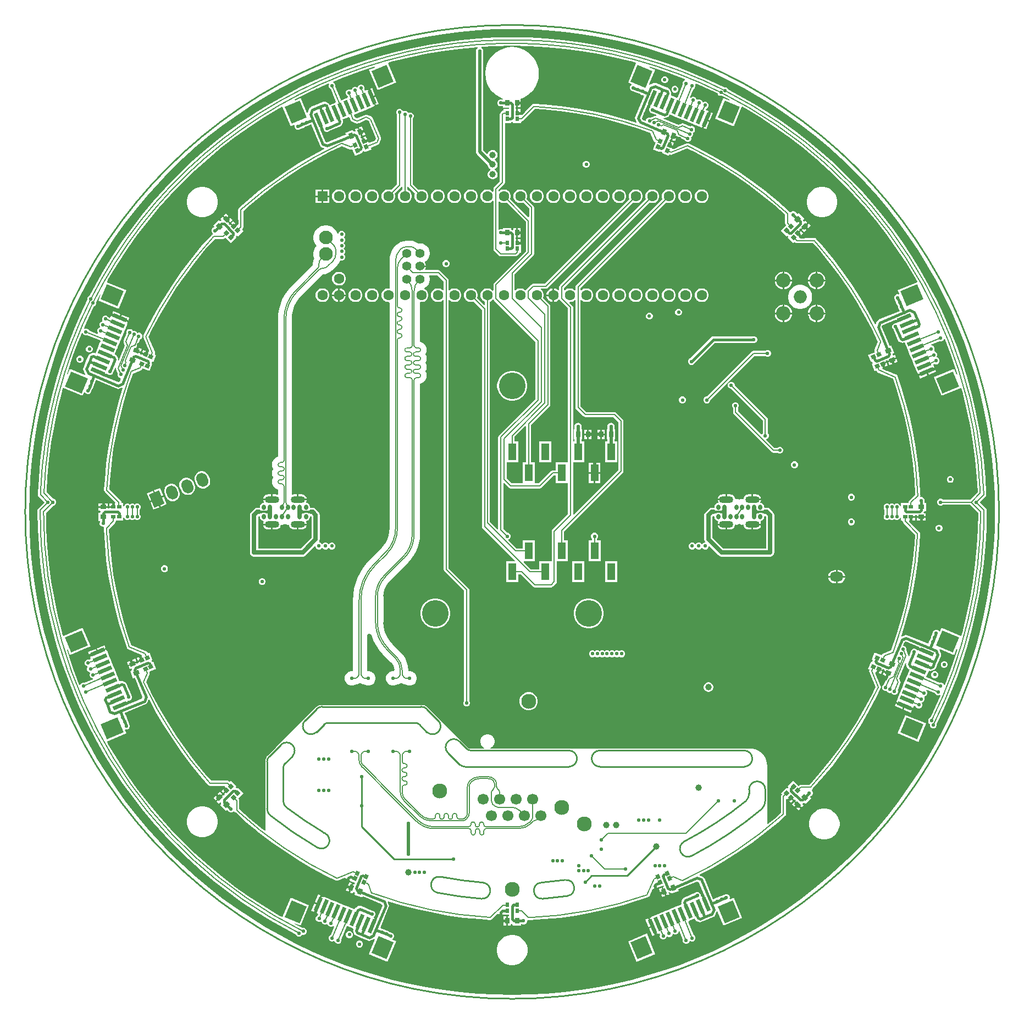
<source format=gtl>
G04*
G04 #@! TF.GenerationSoftware,Altium Limited,Altium Designer,22.2.1 (43)*
G04*
G04 Layer_Physical_Order=1*
G04 Layer_Color=255*
%FSLAX44Y44*%
%MOMM*%
G71*
G04*
G04 #@! TF.SameCoordinates,2D810589-119A-40C1-8923-BCE66BF163E0*
G04*
G04*
G04 #@! TF.FilePolarity,Positive*
G04*
G01*
G75*
%ADD10C,0.2540*%
%ADD15C,0.1524*%
G04:AMPARAMS|DCode=20|XSize=0.6mm|YSize=2.2mm|CornerRadius=0mm|HoleSize=0mm|Usage=FLASHONLY|Rotation=337.500|XOffset=0mm|YOffset=0mm|HoleType=Round|Shape=Rectangle|*
%AMROTATEDRECTD20*
4,1,4,-0.6981,-0.9015,0.1438,1.1311,0.6981,0.9015,-0.1438,-1.1311,-0.6981,-0.9015,0.0*
%
%ADD20ROTATEDRECTD20*%

G04:AMPARAMS|DCode=21|XSize=2.5mm|YSize=2.8mm|CornerRadius=0mm|HoleSize=0mm|Usage=FLASHONLY|Rotation=157.500|XOffset=0mm|YOffset=0mm|HoleType=Round|Shape=Rectangle|*
%AMROTATEDRECTD21*
4,1,4,1.6906,0.8151,0.6191,-1.7718,-1.6906,-0.8151,-0.6191,1.7718,1.6906,0.8151,0.0*
%
%ADD21ROTATEDRECTD21*%

G04:AMPARAMS|DCode=22|XSize=0.6mm|YSize=2.2mm|CornerRadius=0mm|HoleSize=0mm|Usage=FLASHONLY|Rotation=22.500|XOffset=0mm|YOffset=0mm|HoleType=Round|Shape=Rectangle|*
%AMROTATEDRECTD22*
4,1,4,0.1438,-1.1311,-0.6981,0.9015,-0.1438,1.1311,0.6981,-0.9015,0.1438,-1.1311,0.0*
%
%ADD22ROTATEDRECTD22*%

G04:AMPARAMS|DCode=23|XSize=2.5mm|YSize=2.8mm|CornerRadius=0mm|HoleSize=0mm|Usage=FLASHONLY|Rotation=202.500|XOffset=0mm|YOffset=0mm|HoleType=Round|Shape=Rectangle|*
%AMROTATEDRECTD23*
4,1,4,0.6191,1.7718,1.6906,-0.8151,-0.6191,-1.7718,-1.6906,0.8151,0.6191,1.7718,0.0*
%
%ADD23ROTATEDRECTD23*%

%ADD24R,0.6350X0.8890*%
G04:AMPARAMS|DCode=25|XSize=0.6mm|YSize=2.2mm|CornerRadius=0mm|HoleSize=0mm|Usage=FLASHONLY|Rotation=247.500|XOffset=0mm|YOffset=0mm|HoleType=Round|Shape=Rectangle|*
%AMROTATEDRECTD25*
4,1,4,-0.9015,0.6981,1.1311,-0.1438,0.9015,-0.6981,-1.1311,0.1438,-0.9015,0.6981,0.0*
%
%ADD25ROTATEDRECTD25*%

G04:AMPARAMS|DCode=26|XSize=2.5mm|YSize=2.8mm|CornerRadius=0mm|HoleSize=0mm|Usage=FLASHONLY|Rotation=67.500|XOffset=0mm|YOffset=0mm|HoleType=Round|Shape=Rectangle|*
%AMROTATEDRECTD26*
4,1,4,0.8151,-1.6906,-1.7718,-0.6191,-0.8151,1.6906,1.7718,0.6191,0.8151,-1.6906,0.0*
%
%ADD26ROTATEDRECTD26*%

G04:AMPARAMS|DCode=27|XSize=0.6mm|YSize=2.2mm|CornerRadius=0mm|HoleSize=0mm|Usage=FLASHONLY|Rotation=292.500|XOffset=0mm|YOffset=0mm|HoleType=Round|Shape=Rectangle|*
%AMROTATEDRECTD27*
4,1,4,-1.1311,-0.1438,0.9015,0.6981,1.1311,0.1438,-0.9015,-0.6981,-1.1311,-0.1438,0.0*
%
%ADD27ROTATEDRECTD27*%

G04:AMPARAMS|DCode=28|XSize=2.5mm|YSize=2.8mm|CornerRadius=0mm|HoleSize=0mm|Usage=FLASHONLY|Rotation=112.500|XOffset=0mm|YOffset=0mm|HoleType=Round|Shape=Rectangle|*
%AMROTATEDRECTD28*
4,1,4,1.7718,-0.6191,-0.8151,-1.6906,-1.7718,0.6191,0.8151,1.6906,1.7718,-0.6191,0.0*
%
%ADD28ROTATEDRECTD28*%

G04:AMPARAMS|DCode=29|XSize=0.889mm|YSize=0.635mm|CornerRadius=0mm|HoleSize=0mm|Usage=FLASHONLY|Rotation=67.500|XOffset=0mm|YOffset=0mm|HoleType=Round|Shape=Rectangle|*
%AMROTATEDRECTD29*
4,1,4,0.1232,-0.5322,-0.4634,-0.2892,-0.1232,0.5322,0.4634,0.2892,0.1232,-0.5322,0.0*
%
%ADD29ROTATEDRECTD29*%

G04:AMPARAMS|DCode=30|XSize=0.889mm|YSize=0.635mm|CornerRadius=0mm|HoleSize=0mm|Usage=FLASHONLY|Rotation=45.000|XOffset=0mm|YOffset=0mm|HoleType=Round|Shape=Rectangle|*
%AMROTATEDRECTD30*
4,1,4,-0.0898,-0.5388,-0.5388,-0.0898,0.0898,0.5388,0.5388,0.0898,-0.0898,-0.5388,0.0*
%
%ADD30ROTATEDRECTD30*%

G04:AMPARAMS|DCode=31|XSize=0.889mm|YSize=0.635mm|CornerRadius=0mm|HoleSize=0mm|Usage=FLASHONLY|Rotation=22.500|XOffset=0mm|YOffset=0mm|HoleType=Round|Shape=Rectangle|*
%AMROTATEDRECTD31*
4,1,4,-0.2892,-0.4634,-0.5322,0.1232,0.2892,0.4634,0.5322,-0.1232,-0.2892,-0.4634,0.0*
%
%ADD31ROTATEDRECTD31*%

%ADD32R,0.8890X0.6350*%
G04:AMPARAMS|DCode=33|XSize=0.889mm|YSize=0.635mm|CornerRadius=0mm|HoleSize=0mm|Usage=FLASHONLY|Rotation=337.500|XOffset=0mm|YOffset=0mm|HoleType=Round|Shape=Rectangle|*
%AMROTATEDRECTD33*
4,1,4,-0.5322,-0.1232,-0.2892,0.4634,0.5322,0.1232,0.2892,-0.4634,-0.5322,-0.1232,0.0*
%
%ADD33ROTATEDRECTD33*%

G04:AMPARAMS|DCode=34|XSize=0.889mm|YSize=0.635mm|CornerRadius=0mm|HoleSize=0mm|Usage=FLASHONLY|Rotation=315.000|XOffset=0mm|YOffset=0mm|HoleType=Round|Shape=Rectangle|*
%AMROTATEDRECTD34*
4,1,4,-0.5388,0.0898,-0.0898,0.5388,0.5388,-0.0898,0.0898,-0.5388,-0.5388,0.0898,0.0*
%
%ADD34ROTATEDRECTD34*%

G04:AMPARAMS|DCode=35|XSize=0.889mm|YSize=0.635mm|CornerRadius=0mm|HoleSize=0mm|Usage=FLASHONLY|Rotation=292.500|XOffset=0mm|YOffset=0mm|HoleType=Round|Shape=Rectangle|*
%AMROTATEDRECTD35*
4,1,4,-0.4634,0.2892,0.1232,0.5322,0.4634,-0.2892,-0.1232,-0.5322,-0.4634,0.2892,0.0*
%
%ADD35ROTATEDRECTD35*%

G04:AMPARAMS|DCode=36|XSize=0.889mm|YSize=0.635mm|CornerRadius=0mm|HoleSize=0mm|Usage=FLASHONLY|Rotation=247.500|XOffset=0mm|YOffset=0mm|HoleType=Round|Shape=Rectangle|*
%AMROTATEDRECTD36*
4,1,4,-0.1232,0.5322,0.4634,0.2892,0.1232,-0.5322,-0.4634,-0.2892,-0.1232,0.5322,0.0*
%
%ADD36ROTATEDRECTD36*%

G04:AMPARAMS|DCode=37|XSize=0.889mm|YSize=0.635mm|CornerRadius=0mm|HoleSize=0mm|Usage=FLASHONLY|Rotation=22.500|XOffset=0mm|YOffset=0mm|HoleType=Round|Shape=Rectangle|*
%AMROTATEDRECTD37*
4,1,4,-0.2892,-0.4634,-0.5322,0.1232,0.2892,0.4634,0.5322,-0.1232,-0.2892,-0.4634,0.0*
%
%ADD37ROTATEDRECTD37*%

G04:AMPARAMS|DCode=38|XSize=0.889mm|YSize=0.635mm|CornerRadius=0mm|HoleSize=0mm|Usage=FLASHONLY|Rotation=337.500|XOffset=0mm|YOffset=0mm|HoleType=Round|Shape=Rectangle|*
%AMROTATEDRECTD38*
4,1,4,-0.5322,-0.1232,-0.2892,0.4634,0.5322,0.1232,0.2892,-0.4634,-0.5322,-0.1232,0.0*
%
%ADD38ROTATEDRECTD38*%

G04:AMPARAMS|DCode=39|XSize=0.889mm|YSize=0.635mm|CornerRadius=0mm|HoleSize=0mm|Usage=FLASHONLY|Rotation=112.500|XOffset=0mm|YOffset=0mm|HoleType=Round|Shape=Rectangle|*
%AMROTATEDRECTD39*
4,1,4,0.4634,-0.2892,-0.1232,-0.5322,-0.4634,0.2892,0.1232,0.5322,0.4634,-0.2892,0.0*
%
%ADD39ROTATEDRECTD39*%

%ADD40R,0.6000X0.7000*%
G04:AMPARAMS|DCode=41|XSize=0.6mm|YSize=0.7mm|CornerRadius=0mm|HoleSize=0mm|Usage=FLASHONLY|Rotation=157.500|XOffset=0mm|YOffset=0mm|HoleType=Round|Shape=Rectangle|*
%AMROTATEDRECTD41*
4,1,4,0.4111,0.2086,0.1432,-0.4382,-0.4111,-0.2086,-0.1432,0.4382,0.4111,0.2086,0.0*
%
%ADD41ROTATEDRECTD41*%

G04:AMPARAMS|DCode=42|XSize=0.6mm|YSize=0.7mm|CornerRadius=0mm|HoleSize=0mm|Usage=FLASHONLY|Rotation=135.000|XOffset=0mm|YOffset=0mm|HoleType=Round|Shape=Rectangle|*
%AMROTATEDRECTD42*
4,1,4,0.4596,0.0354,-0.0354,-0.4596,-0.4596,-0.0354,0.0354,0.4596,0.4596,0.0354,0.0*
%
%ADD42ROTATEDRECTD42*%

G04:AMPARAMS|DCode=43|XSize=0.6mm|YSize=0.7mm|CornerRadius=0mm|HoleSize=0mm|Usage=FLASHONLY|Rotation=112.500|XOffset=0mm|YOffset=0mm|HoleType=Round|Shape=Rectangle|*
%AMROTATEDRECTD43*
4,1,4,0.4382,-0.1432,-0.2086,-0.4111,-0.4382,0.1432,0.2086,0.4111,0.4382,-0.1432,0.0*
%
%ADD43ROTATEDRECTD43*%

%ADD44R,0.7000X0.6000*%
G04:AMPARAMS|DCode=45|XSize=0.6mm|YSize=0.7mm|CornerRadius=0mm|HoleSize=0mm|Usage=FLASHONLY|Rotation=67.500|XOffset=0mm|YOffset=0mm|HoleType=Round|Shape=Rectangle|*
%AMROTATEDRECTD45*
4,1,4,0.2086,-0.4111,-0.4382,-0.1432,-0.2086,0.4111,0.4382,0.1432,0.2086,-0.4111,0.0*
%
%ADD45ROTATEDRECTD45*%

G04:AMPARAMS|DCode=46|XSize=0.6mm|YSize=0.7mm|CornerRadius=0mm|HoleSize=0mm|Usage=FLASHONLY|Rotation=45.000|XOffset=0mm|YOffset=0mm|HoleType=Round|Shape=Rectangle|*
%AMROTATEDRECTD46*
4,1,4,0.0354,-0.4596,-0.4596,0.0354,-0.0354,0.4596,0.4596,-0.0354,0.0354,-0.4596,0.0*
%
%ADD46ROTATEDRECTD46*%

G04:AMPARAMS|DCode=47|XSize=0.6mm|YSize=0.7mm|CornerRadius=0mm|HoleSize=0mm|Usage=FLASHONLY|Rotation=22.500|XOffset=0mm|YOffset=0mm|HoleType=Round|Shape=Rectangle|*
%AMROTATEDRECTD47*
4,1,4,-0.1432,-0.4382,-0.4111,0.2086,0.1432,0.4382,0.4111,-0.2086,-0.1432,-0.4382,0.0*
%
%ADD47ROTATEDRECTD47*%

G04:AMPARAMS|DCode=48|XSize=0.6mm|YSize=0.7mm|CornerRadius=0mm|HoleSize=0mm|Usage=FLASHONLY|Rotation=337.500|XOffset=0mm|YOffset=0mm|HoleType=Round|Shape=Rectangle|*
%AMROTATEDRECTD48*
4,1,4,-0.4111,-0.2086,-0.1432,0.4382,0.4111,0.2086,0.1432,-0.4382,-0.4111,-0.2086,0.0*
%
%ADD48ROTATEDRECTD48*%

G04:AMPARAMS|DCode=49|XSize=0.6mm|YSize=0.7mm|CornerRadius=0mm|HoleSize=0mm|Usage=FLASHONLY|Rotation=202.500|XOffset=0mm|YOffset=0mm|HoleType=Round|Shape=Rectangle|*
%AMROTATEDRECTD49*
4,1,4,0.1432,0.4382,0.4111,-0.2086,-0.1432,-0.4382,-0.4111,0.2086,0.1432,0.4382,0.0*
%
%ADD49ROTATEDRECTD49*%

G04:AMPARAMS|DCode=50|XSize=2.5mm|YSize=2.8mm|CornerRadius=0mm|HoleSize=0mm|Usage=FLASHONLY|Rotation=202.499|XOffset=0mm|YOffset=0mm|HoleType=Round|Shape=Rectangle|*
%AMROTATEDRECTD50*
4,1,4,0.6191,1.7718,1.6906,-0.8151,-0.6191,-1.7718,-1.6906,0.8151,0.6191,1.7718,0.0*
%
%ADD50ROTATEDRECTD50*%

G04:AMPARAMS|DCode=51|XSize=0.6mm|YSize=2.2mm|CornerRadius=0mm|HoleSize=0mm|Usage=FLASHONLY|Rotation=202.499|XOffset=0mm|YOffset=0mm|HoleType=Round|Shape=Rectangle|*
%AMROTATEDRECTD51*
4,1,4,-0.1438,1.1311,0.6981,-0.9015,0.1438,-1.1311,-0.6981,0.9015,-0.1438,1.1311,0.0*
%
%ADD51ROTATEDRECTD51*%

G04:AMPARAMS|DCode=52|XSize=2.5mm|YSize=2.8mm|CornerRadius=0mm|HoleSize=0mm|Usage=FLASHONLY|Rotation=157.499|XOffset=0mm|YOffset=0mm|HoleType=Round|Shape=Rectangle|*
%AMROTATEDRECTD52*
4,1,4,1.6906,0.8150,0.6191,-1.7718,-1.6906,-0.8150,-0.6191,1.7718,1.6906,0.8150,0.0*
%
%ADD52ROTATEDRECTD52*%

G04:AMPARAMS|DCode=53|XSize=0.6mm|YSize=2.2mm|CornerRadius=0mm|HoleSize=0mm|Usage=FLASHONLY|Rotation=157.499|XOffset=0mm|YOffset=0mm|HoleType=Round|Shape=Rectangle|*
%AMROTATEDRECTD53*
4,1,4,0.6981,0.9015,-0.1438,-1.1311,-0.6981,-0.9015,0.1438,1.1311,0.6981,0.9015,0.0*
%
%ADD53ROTATEDRECTD53*%

%ADD54R,1.2700X2.6000*%
%ADD106C,0.1524*%
%ADD107C,0.3810*%
%ADD108C,0.5080*%
%ADD109C,0.6350*%
%ADD110C,0.3556*%
%ADD111C,4.1000*%
%ADD112O,2.2000X1.0500*%
%ADD113O,0.6500X0.8500*%
G04:AMPARAMS|DCode=114|XSize=1.7mm|YSize=2.2mm|CornerRadius=0mm|HoleSize=0mm|Usage=FLASHONLY|Rotation=202.500|XOffset=0mm|YOffset=0mm|HoleType=Round|Shape=Rectangle|*
%AMROTATEDRECTD114*
4,1,4,0.3644,1.3416,1.2063,-0.6910,-0.3644,-1.3416,-1.2063,0.6910,0.3644,1.3416,0.0*
%
%ADD114ROTATEDRECTD114*%

G04:AMPARAMS|DCode=115|XSize=1.7mm|YSize=2.2mm|CornerRadius=0mm|HoleSize=0mm|Usage=FLASHONLY|Rotation=202.500|XOffset=0mm|YOffset=0mm|HoleType=Round|Shape=Round|*
%AMOVALD115*
21,1,0.5000,1.7000,0.0000,0.0000,292.5*
1,1,1.7000,-0.0957,0.2310*
1,1,1.7000,0.0957,-0.2310*
%
%ADD115OVALD115*%

%ADD116O,2.0000X2.0000*%
%ADD117O,2.2000X2.2000*%
%ADD118C,2.3000*%
%ADD119C,1.7000*%
%ADD120C,1.0000*%
%ADD121O,2.1000X1.5000*%
%ADD122C,2.1000*%
%ADD123C,1.4000*%
%ADD124C,1.6000*%
%ADD125R,1.6000X1.6000*%
%ADD126C,0.5500*%
G36*
X237115Y677635D02*
X262286Y668295D01*
X266392Y666594D01*
Y665220D01*
X265046Y664662D01*
X263558Y663174D01*
X262752Y661230D01*
Y659125D01*
X263077Y658342D01*
X254870Y638515D01*
X253697Y638029D01*
X252523Y638515D01*
X251439Y638964D01*
X244300Y641922D01*
X244664Y642804D01*
X244861Y643797D01*
X245048Y644734D01*
X245048Y644735D01*
X245048Y644737D01*
X244856Y645698D01*
X244663Y646667D01*
X243311Y649933D01*
X242216Y651571D01*
X240577Y652666D01*
X240577Y652666D01*
X233648Y655536D01*
X222100Y660320D01*
X220167Y660704D01*
X218235Y660320D01*
X212210Y657824D01*
X211238Y658796D01*
X220446Y681027D01*
X211565Y684705D01*
X212007Y685897D01*
X237115Y677635D01*
D02*
G37*
G36*
X287092Y658021D02*
X311495Y646826D01*
X316790Y644153D01*
X317241Y643062D01*
X318729Y641574D01*
X320674Y640769D01*
X322778D01*
X323171Y640931D01*
X335091Y634914D01*
X334561Y633759D01*
X325680Y637438D01*
X312632Y605937D01*
X341361Y594037D01*
X353612Y623614D01*
X354810Y624033D01*
X358961Y621739D01*
X381958Y607882D01*
X404420Y593175D01*
X426317Y577639D01*
X447617Y561294D01*
X468292Y544165D01*
X488311Y526274D01*
X507648Y507648D01*
X526274Y488311D01*
X544165Y468292D01*
X561294Y447617D01*
X577639Y426317D01*
X593175Y404420D01*
X607882Y381958D01*
X621739Y358961D01*
X624033Y354810D01*
X623614Y353612D01*
X594037Y341361D01*
X596272Y335965D01*
X595374Y335067D01*
X595017Y335215D01*
X592913D01*
X590968Y334410D01*
X589480Y332921D01*
X588675Y330977D01*
Y328873D01*
X589480Y326928D01*
X589924Y326485D01*
X591546Y322569D01*
Y321942D01*
X592351Y319998D01*
X592794Y319555D01*
X594416Y315639D01*
Y315012D01*
X595221Y313068D01*
X595665Y312624D01*
X596934Y309560D01*
X564645Y296185D01*
X564645Y296185D01*
X563006Y295090D01*
X561912Y293452D01*
X560211Y289345D01*
X558942Y289283D01*
X549176Y307554D01*
X536679Y328877D01*
X523353Y349693D01*
X509221Y369971D01*
X494303Y389677D01*
X478624Y408783D01*
X468334Y420362D01*
X468212Y420545D01*
X468212Y420545D01*
X468095Y420720D01*
X466835Y421562D01*
X465348Y421858D01*
X465348Y421858D01*
X442677Y421858D01*
X442191Y423031D01*
X442363Y423203D01*
X442004Y423563D01*
X442840Y424398D01*
X438922Y428316D01*
X439820Y429214D01*
X438922Y430112D01*
X443193Y434383D01*
X442359Y435217D01*
X444109Y436967D01*
X445028Y436048D01*
X449967Y440987D01*
X454906Y445926D01*
X451763Y449069D01*
X449961Y447267D01*
X449960D01*
D01*
X448658Y447760D01*
D01*
X448588Y448110D01*
X448376Y449178D01*
X448376Y449178D01*
X448376Y449178D01*
X447906Y449881D01*
X449787Y451763D01*
X440987Y460564D01*
X439260Y458837D01*
X437828Y460269D01*
X437588Y460848D01*
X436100Y462337D01*
X434156Y463142D01*
X432051D01*
X430107Y462337D01*
X429103Y461333D01*
X428822Y461282D01*
D01*
X428148Y461388D01*
X427797Y461444D01*
X427040Y462332D01*
X427621Y461476D01*
X427133Y462188D01*
X427029Y462346D01*
X427040Y462332D01*
X426926Y462500D01*
X426925Y462502D01*
X426925D01*
X426042Y463286D01*
X408783Y478623D01*
X389677Y494303D01*
X369971Y509220D01*
X349693Y523353D01*
X328877Y536678D01*
X307554Y549176D01*
X285756Y560827D01*
X271819Y567587D01*
X271636Y567710D01*
X271636Y567710D01*
X271461Y567826D01*
X269974Y568122D01*
X268488Y567826D01*
X247542Y559150D01*
X246644Y560048D01*
X246737Y560274D01*
X246268Y560468D01*
X246720Y561560D01*
X241602Y563680D01*
X242088Y564854D01*
X240915Y565340D01*
X243226Y570920D01*
X242136Y571372D01*
X243083Y573658D01*
X244284Y573161D01*
X246957Y579614D01*
X249303Y578642D01*
X246630Y572189D01*
X250737Y570488D01*
X253468Y577081D01*
X255041Y577558D01*
X255384Y577329D01*
X265898Y572981D01*
X266222Y572200D01*
X267710Y570712D01*
X269655Y569907D01*
X271759D01*
X273703Y570712D01*
X275191Y572200D01*
X275997Y574144D01*
Y576249D01*
X275596Y577217D01*
X276587Y577627D01*
X278075Y579115D01*
X278880Y581060D01*
Y583164D01*
X278473Y584149D01*
X279457Y584557D01*
X280945Y586045D01*
X281751Y587989D01*
Y590093D01*
X280945Y592038D01*
X279457Y593526D01*
X277513Y594331D01*
X275408D01*
X274624Y594006D01*
X264089Y598370D01*
X262602Y598666D01*
X261116Y598370D01*
X256070Y596280D01*
X233216Y605746D01*
X233586Y606968D01*
X234490Y606788D01*
X236422Y607172D01*
X239686Y608524D01*
X239686Y608524D01*
X239686Y608524D01*
X239689Y608525D01*
X240505Y609071D01*
X241325Y609618D01*
X241326Y609619D01*
X241327Y609620D01*
X241880Y610448D01*
X242421Y611256D01*
X242787Y612137D01*
X243708Y611756D01*
X244792Y611307D01*
X251863Y608378D01*
X252947Y607929D01*
X254031Y607480D01*
X261012Y604588D01*
X262186Y604102D01*
X263359Y603616D01*
X271424Y600275D01*
Y600275D01*
X279579Y596898D01*
X280663Y596449D01*
X281747Y595999D01*
X289902Y592622D01*
X290096Y593091D01*
X292574Y592065D01*
X297756Y604574D01*
X302937Y617083D01*
X300459Y618110D01*
X300654Y618579D01*
X298657Y619406D01*
X299559Y621584D01*
X300340Y621908D01*
X301829Y623396D01*
X302634Y625340D01*
Y627445D01*
X301829Y629389D01*
X300340Y630877D01*
X298396Y631683D01*
X296292D01*
X294665Y631009D01*
X293909Y631165D01*
X293264Y631589D01*
X292590Y633216D01*
X291102Y634704D01*
X289158Y635509D01*
X287053D01*
X285427Y634836D01*
X284670Y634992D01*
X284025Y635416D01*
X283351Y637043D01*
X281863Y638531D01*
X279919Y639336D01*
X277814D01*
X275870Y638531D01*
X275209Y637870D01*
X274132Y638590D01*
X279494Y651541D01*
X280278Y651866D01*
X281766Y653354D01*
X282571Y655298D01*
Y657403D01*
X282014Y658749D01*
X282986Y659721D01*
X287092Y658021D01*
D02*
G37*
G36*
X-282014Y658749D02*
X-282571Y657403D01*
Y655299D01*
X-281766Y653354D01*
X-280278Y651866D01*
X-279506Y651547D01*
X-271419Y632035D01*
X-272116Y630400D01*
X-280240Y627035D01*
X-280240Y627035D01*
X-281170Y626650D01*
X-281539Y627540D01*
X-282086Y628358D01*
X-282633Y629176D01*
X-282634Y629176D01*
X-282635Y629178D01*
X-283455Y629725D01*
X-284271Y630270D01*
X-284273Y630271D01*
X-284274Y630271D01*
X-284274Y630271D01*
X-287537Y631623D01*
X-287537Y631623D01*
X-289470Y632008D01*
X-291402Y631623D01*
X-298332Y628753D01*
X-309880Y623970D01*
X-310031Y623869D01*
X-310206Y623821D01*
X-310846Y623325D01*
X-311518Y622875D01*
X-311619Y622724D01*
X-311763Y622613D01*
X-312163Y621910D01*
X-312613Y621237D01*
X-312613Y621237D01*
X-315104Y615224D01*
X-316478D01*
X-325680Y637438D01*
X-334561Y633759D01*
X-335091Y634914D01*
X-311495Y646826D01*
X-287092Y658021D01*
X-282986Y659721D01*
X-282014Y658749D01*
D02*
G37*
G36*
X216953Y638044D02*
X212174Y626506D01*
X211772Y625534D01*
X212615Y625185D01*
D01*
X212752Y624773D01*
X212781Y623741D01*
D01*
X211528Y622488D01*
X210722Y620544D01*
Y618439D01*
X211528Y616495D01*
X213016Y615007D01*
X214960Y614202D01*
X215587D01*
X222252Y611441D01*
X221882Y610220D01*
D01*
X221424Y610311D01*
X219937Y610015D01*
X213461Y607332D01*
X212677Y607657D01*
X210573D01*
X208628Y606852D01*
X207140Y605364D01*
X206335Y603419D01*
Y603049D01*
X205279Y602344D01*
X201071Y604087D01*
X199966Y606754D01*
X208335Y626958D01*
X209425Y626506D01*
X214607Y639016D01*
X216953Y638044D01*
D02*
G37*
G36*
X26844Y717420D02*
X53650Y715915D01*
X80382Y713408D01*
X107001Y709904D01*
X133470Y705406D01*
X159753Y699923D01*
X185812Y693460D01*
X190369Y692147D01*
X190920Y691003D01*
X178669Y661426D01*
X184081Y659184D01*
Y657914D01*
X183713Y657762D01*
X182225Y656274D01*
X181465Y654440D01*
X181419Y654329D01*
Y652225D01*
X182225Y650281D01*
X183713Y648792D01*
X185657Y647987D01*
X186284D01*
X190200Y646365D01*
X190643Y645922D01*
X192587Y645116D01*
X193214D01*
X197130Y643494D01*
X197574Y643051D01*
X199518Y642246D01*
X200145D01*
X203209Y640976D01*
D01*
X194345Y619576D01*
X189835Y608686D01*
X189450Y606754D01*
X189835Y604821D01*
X191531Y600726D01*
X190678Y599785D01*
X170853Y605799D01*
X146938Y612040D01*
X122796Y617337D01*
X98465Y621682D01*
X73982Y625068D01*
X49385Y627491D01*
X33922Y628402D01*
X33705Y628446D01*
Y628446D01*
X33499Y628487D01*
X32013Y628191D01*
X30752Y627349D01*
X22979Y619576D01*
X14721Y611318D01*
X13548Y611804D01*
Y612048D01*
X13040D01*
Y613230D01*
X7500D01*
Y614500D01*
X6230D01*
Y620540D01*
X5050D01*
Y623015D01*
X6350D01*
Y630000D01*
X7620D01*
Y631270D01*
X13335D01*
Y636085D01*
X18697Y638306D01*
X24207Y641682D01*
X29121Y645879D01*
X33318Y650793D01*
X36694Y656303D01*
X39167Y662274D01*
X40676Y668557D01*
X41183Y675000D01*
X40994Y677401D01*
X40959Y677842D01*
D01*
X40676Y681442D01*
X39167Y687726D01*
X36694Y693697D01*
X33318Y699207D01*
X29121Y704121D01*
X24207Y708318D01*
X18697Y711694D01*
X12726Y714167D01*
X6442Y715676D01*
X0Y716183D01*
X-6442Y715676D01*
X-12726Y714167D01*
X-18697Y711694D01*
X-24207Y708318D01*
X-29121Y704121D01*
X-33318Y699207D01*
X-36694Y693697D01*
X-39167Y687726D01*
X-40676Y681442D01*
X-40959Y677842D01*
D01*
X-41154Y675365D01*
X-41183Y675000D01*
X-40676Y668557D01*
X-39167Y662274D01*
X-36694Y656303D01*
X-33318Y650793D01*
X-29121Y645879D01*
X-24207Y641682D01*
X-18697Y638306D01*
X-13843Y636295D01*
Y635050D01*
X-15868D01*
X-16448Y635290D01*
X-18552D01*
X-20496Y634485D01*
X-21985Y632996D01*
X-22790Y631052D01*
Y628948D01*
X-21985Y627004D01*
X-20496Y625515D01*
X-18552Y624710D01*
X-16448D01*
X-15869Y624950D01*
X-13843D01*
Y622507D01*
X-5050D01*
Y621048D01*
X-13548D01*
Y618276D01*
X-14487Y618089D01*
X-15747Y617247D01*
X-17747Y615247D01*
X-18589Y613987D01*
X-18885Y612500D01*
Y509109D01*
X-27747Y500247D01*
X-28589Y498987D01*
X-28885Y497500D01*
Y493686D01*
X-30155Y493161D01*
X-31628Y494634D01*
X-34032Y496022D01*
X-36712Y496740D01*
X-39488D01*
X-42168Y496022D01*
X-44572Y494634D01*
X-46534Y492672D01*
X-47922Y490268D01*
X-48640Y487588D01*
Y484812D01*
X-47922Y482132D01*
X-46534Y479728D01*
X-44572Y477766D01*
X-42168Y476378D01*
X-39488Y475660D01*
X-36712D01*
X-34032Y476378D01*
X-31628Y477766D01*
X-30155Y479240D01*
X-28885Y478713D01*
Y475000D01*
Y405000D01*
X-28589Y403513D01*
X-27747Y402253D01*
X-20247Y394753D01*
X-18987Y393911D01*
X-17500Y393615D01*
X5000D01*
X6487Y393911D01*
X7747Y394753D01*
X10247Y397253D01*
X11089Y398513D01*
X11176Y398952D01*
X13548D01*
Y412048D01*
X13040D01*
Y413230D01*
X7500D01*
Y414500D01*
X6230D01*
Y420540D01*
X5050D01*
Y423015D01*
X6350D01*
Y430000D01*
Y436985D01*
X1905D01*
Y434435D01*
X1905Y434435D01*
X635Y433862D01*
X-567Y434666D01*
X-567Y434666D01*
X-567Y434666D01*
X-1397Y434831D01*
Y437493D01*
X-13843D01*
Y435050D01*
X-15868D01*
X-16448Y435290D01*
X-18552D01*
X-19845Y434754D01*
X-21115Y435525D01*
Y475000D01*
Y478050D01*
X-19942Y478536D01*
X-19172Y477766D01*
X-16768Y476378D01*
X-14088Y475660D01*
X-11312D01*
X-8632Y476378D01*
X-8467Y476473D01*
X21115Y446891D01*
Y401609D01*
X-27747Y352747D01*
X-28589Y351487D01*
X-28885Y350000D01*
Y341287D01*
X-30155Y340760D01*
X-31628Y342234D01*
X-34032Y343622D01*
X-36712Y344340D01*
X-39488D01*
X-42168Y343622D01*
X-44572Y342234D01*
X-46534Y340272D01*
X-47922Y337868D01*
X-48640Y335188D01*
Y332412D01*
X-47922Y329732D01*
X-46534Y327328D01*
X-44572Y325366D01*
X-42168Y323978D01*
X-41985Y323929D01*
Y319438D01*
X-43158Y318952D01*
X-53773Y329567D01*
X-53678Y329732D01*
X-52960Y332412D01*
Y335188D01*
X-53678Y337868D01*
X-55066Y340272D01*
X-57028Y342234D01*
X-59432Y343622D01*
X-62112Y344340D01*
X-64888D01*
X-67568Y343622D01*
X-69972Y342234D01*
X-71934Y340272D01*
X-73322Y337868D01*
X-74040Y335188D01*
Y332412D01*
X-73322Y329732D01*
X-71934Y327328D01*
X-69972Y325366D01*
X-67568Y323978D01*
X-64888Y323260D01*
X-62112D01*
X-59432Y323978D01*
X-59267Y324073D01*
X-46385Y311191D01*
Y-22500D01*
X-46089Y-23987D01*
X-45247Y-25247D01*
X4485Y-74979D01*
X3999Y-76152D01*
X-9398D01*
Y-108248D01*
X9398D01*
Y-96085D01*
X13091D01*
X32253Y-115247D01*
X33513Y-116089D01*
X35000Y-116385D01*
X60000D01*
X61487Y-116089D01*
X62747Y-115247D01*
X67747Y-110247D01*
X68589Y-108987D01*
X68885Y-107500D01*
Y-76248D01*
X85598D01*
Y-44152D01*
X80085D01*
Y-30409D01*
X170247Y59753D01*
X171089Y61013D01*
X171385Y62500D01*
Y140000D01*
X171089Y141487D01*
X170247Y142747D01*
X160247Y152747D01*
X158987Y153589D01*
X157500Y153885D01*
X114109D01*
X105385Y162609D01*
Y326013D01*
X106655Y326539D01*
X107828Y325366D01*
X110232Y323978D01*
X112912Y323260D01*
X115688D01*
X118368Y323978D01*
X120772Y325366D01*
X122734Y327328D01*
X124122Y329732D01*
X124840Y332412D01*
Y335188D01*
X124122Y337868D01*
X122734Y340272D01*
X120772Y342234D01*
X118368Y343622D01*
X115688Y344340D01*
X112912D01*
X110232Y343622D01*
X107828Y342234D01*
X106655Y341060D01*
X105385Y341586D01*
Y344791D01*
X237067Y476473D01*
X237232Y476378D01*
X239912Y475660D01*
X242688D01*
X245368Y476378D01*
X247772Y477766D01*
X249734Y479728D01*
X251122Y482132D01*
X251840Y484812D01*
Y487588D01*
X251122Y490268D01*
X249734Y492672D01*
X247772Y494634D01*
X245368Y496022D01*
X242688Y496740D01*
X239912D01*
X237232Y496022D01*
X234828Y494634D01*
X232866Y492672D01*
X231478Y490268D01*
X230760Y487588D01*
Y484812D01*
X231478Y482132D01*
X231573Y481967D01*
X98753Y349147D01*
X97911Y347887D01*
X97615Y346400D01*
Y341786D01*
X96345Y341260D01*
X95372Y342234D01*
X92968Y343622D01*
X90288Y344340D01*
X87512D01*
X84832Y343622D01*
X82428Y342234D01*
X81405Y341211D01*
X80135Y341736D01*
Y344941D01*
X211667Y476473D01*
X211832Y476378D01*
X214512Y475660D01*
X217288D01*
X219968Y476378D01*
X222372Y477766D01*
X224334Y479728D01*
X225722Y482132D01*
X226440Y484812D01*
Y487588D01*
X225722Y490268D01*
X224334Y492672D01*
X222372Y494634D01*
X219968Y496022D01*
X217288Y496740D01*
X214512D01*
X211832Y496022D01*
X209428Y494634D01*
X207466Y492672D01*
X206078Y490268D01*
X205360Y487588D01*
Y484812D01*
X206078Y482132D01*
X206173Y481967D01*
X73503Y349297D01*
X72661Y348037D01*
X72365Y346550D01*
Y341637D01*
X71095Y341110D01*
X69972Y342234D01*
X67568Y343622D01*
X64888Y344340D01*
X64770D01*
Y333800D01*
Y323260D01*
X64888D01*
X67568Y323978D01*
X69972Y325366D01*
X71498Y326892D01*
X71587Y326921D01*
X72866Y326797D01*
X73038Y326700D01*
X73503Y326003D01*
X86115Y313391D01*
Y77304D01*
X85598Y76248D01*
X66802D01*
Y64085D01*
X62700D01*
X61213Y63789D01*
X59953Y62947D01*
X40891Y43885D01*
X35957D01*
X34798Y44152D01*
Y76248D01*
X29285D01*
Y133791D01*
X57747Y162253D01*
X58589Y163513D01*
X58885Y165000D01*
Y316900D01*
X58589Y318387D01*
X57747Y319647D01*
X47827Y329567D01*
X47922Y329732D01*
X48640Y332412D01*
Y335188D01*
X47922Y337868D01*
X46534Y340272D01*
X44572Y342234D01*
X44304Y342389D01*
X44633Y343615D01*
X51800D01*
X53287Y343911D01*
X54547Y344753D01*
X186267Y476473D01*
X186432Y476378D01*
X189112Y475660D01*
X191888D01*
X194568Y476378D01*
X196972Y477766D01*
X198934Y479728D01*
X200322Y482132D01*
X201040Y484812D01*
Y487588D01*
X200322Y490268D01*
X198934Y492672D01*
X196972Y494634D01*
X194568Y496022D01*
X191888Y496740D01*
X189112D01*
X186432Y496022D01*
X184028Y494634D01*
X182066Y492672D01*
X180678Y490268D01*
X179960Y487588D01*
Y484812D01*
X180678Y482132D01*
X180773Y481967D01*
X50191Y351385D01*
X32500D01*
X31013Y351089D01*
X29753Y350247D01*
X22253Y342747D01*
X21533Y341669D01*
X20652Y341393D01*
X20083Y341322D01*
X19172Y342234D01*
X16768Y343622D01*
X14088Y344340D01*
X11312D01*
X8632Y343622D01*
X6228Y342234D01*
X5155Y341161D01*
X3885Y341687D01*
Y365891D01*
X32747Y394753D01*
X33589Y396013D01*
X33885Y397500D01*
Y468900D01*
X33589Y470387D01*
X32747Y471647D01*
X22427Y481967D01*
X22522Y482132D01*
X23240Y484812D01*
Y487588D01*
X22522Y490268D01*
X21134Y492672D01*
X19172Y494634D01*
X16768Y496022D01*
X14088Y496740D01*
X11312D01*
X8632Y496022D01*
X6228Y494634D01*
X4266Y492672D01*
X2878Y490268D01*
X2160Y487588D01*
Y484812D01*
X2878Y482132D01*
X4266Y479728D01*
X6228Y477766D01*
X8632Y476378D01*
X11312Y475660D01*
X14088D01*
X16768Y476378D01*
X16933Y476473D01*
X26115Y467291D01*
Y454538D01*
X24942Y454052D01*
X-2973Y481967D01*
X-2878Y482132D01*
X-2160Y484812D01*
Y487588D01*
X-2878Y490268D01*
X-4266Y492672D01*
X-6228Y494634D01*
X-8632Y496022D01*
X-11312Y496740D01*
X-14088D01*
X-16768Y496022D01*
X-19172Y494634D01*
X-19942Y493864D01*
X-21115Y494350D01*
Y495891D01*
X-12253Y504753D01*
X-11411Y506013D01*
X-11115Y507500D01*
Y598952D01*
X-1452D01*
Y600559D01*
X-67Y600835D01*
X182Y601001D01*
X1452Y600322D01*
Y598952D01*
X13548D01*
Y600857D01*
X14449Y601667D01*
X15935Y601962D01*
X17196Y602804D01*
X34971Y620580D01*
X48777Y619766D01*
X73071Y617373D01*
X97253Y614029D01*
X121284Y609737D01*
X145129Y604505D01*
X168750Y598342D01*
X192111Y591255D01*
X213128Y583967D01*
X218202Y571719D01*
X219044Y570459D01*
X220304Y569617D01*
X221136Y569272D01*
X216692Y558544D01*
X227868Y553915D01*
X228482Y555400D01*
X229867Y555124D01*
X230338Y555218D01*
X231144Y554236D01*
X230550Y552804D01*
X241726Y548175D01*
X242765Y550683D01*
X243597Y550338D01*
X245084Y550043D01*
X246570Y550338D01*
X269795Y559958D01*
X282238Y553923D01*
X303768Y542416D01*
X324828Y530072D01*
X345389Y516910D01*
X365416Y502952D01*
X384880Y488218D01*
X403751Y472731D01*
X420380Y457954D01*
Y444697D01*
X420675Y443211D01*
X421517Y441951D01*
X422154Y441314D01*
X420307Y439467D01*
X413943Y433103D01*
X422496Y424550D01*
X423633Y425686D01*
X424807Y424902D01*
X425278Y424808D01*
X425646Y423593D01*
X424550Y422496D01*
X433103Y413943D01*
X434388Y415228D01*
X435658D01*
X435660Y415226D01*
X436920Y414384D01*
X438407Y414088D01*
X463545Y414088D01*
X472731Y403751D01*
X488218Y384880D01*
X502952Y365416D01*
X516911Y345388D01*
X530072Y324828D01*
X542416Y303768D01*
X553923Y282238D01*
X563632Y262223D01*
X558559Y249975D01*
X558263Y248488D01*
X558559Y247002D01*
X558903Y246169D01*
X556490Y245170D01*
Y245170D01*
X548175Y241726D01*
X552804Y230550D01*
X554288Y231165D01*
X555073Y229991D01*
X555472Y229725D01*
X555348Y228461D01*
X553915Y227868D01*
X558544Y216692D01*
X561052Y217731D01*
X561397Y216899D01*
X562239Y215639D01*
X563499Y214797D01*
X586724Y205177D01*
X591255Y192110D01*
X598341Y168750D01*
X604505Y145129D01*
X609737Y121284D01*
X614028Y97253D01*
X617373Y73071D01*
X619766Y48777D01*
X621076Y26569D01*
X611701Y17195D01*
X610859Y15935D01*
X610564Y14449D01*
Y13548D01*
X598952D01*
Y9065D01*
X597682Y8812D01*
X596984Y10497D01*
X595496Y11985D01*
X593552Y12790D01*
X591447D01*
X589503Y11985D01*
X588750Y11231D01*
X587996Y11985D01*
X586052Y12790D01*
X583948D01*
X582004Y11985D01*
X581250Y11231D01*
X580496Y11985D01*
X578552Y12790D01*
X576448D01*
X574503Y11985D01*
X573015Y10497D01*
X572210Y8552D01*
Y6448D01*
X573015Y4503D01*
X573615Y3904D01*
Y-3904D01*
X573015Y-4503D01*
X572210Y-6448D01*
Y-8552D01*
X573015Y-10497D01*
X574503Y-11985D01*
X576448Y-12790D01*
X578552D01*
X580496Y-11985D01*
X581250Y-11231D01*
X582004Y-11985D01*
X583948Y-12790D01*
X586052D01*
X587996Y-11985D01*
X588750Y-11231D01*
X589503Y-11984D01*
X591447Y-12790D01*
X593552D01*
X595496Y-11984D01*
X596984Y-10496D01*
X597682Y-8812D01*
X598952Y-9064D01*
Y-13548D01*
X600857D01*
X601667Y-14449D01*
X601962Y-15935D01*
X602804Y-17196D01*
X620580Y-34971D01*
X619766Y-48777D01*
X617373Y-73071D01*
X614029Y-97253D01*
X609737Y-121284D01*
X604505Y-145129D01*
X598342Y-168750D01*
X591255Y-192111D01*
X583967Y-213128D01*
X571719Y-218202D01*
X570459Y-219044D01*
X569617Y-220304D01*
X569272Y-221136D01*
X558544Y-216692D01*
X553915Y-227868D01*
X555400Y-228482D01*
X555124Y-229867D01*
X555218Y-230338D01*
X554236Y-231144D01*
X552804Y-230550D01*
X548175Y-241726D01*
X550683Y-242765D01*
X550338Y-243597D01*
X550043Y-245083D01*
X550338Y-246570D01*
X559958Y-269795D01*
X553923Y-282238D01*
X542416Y-303767D01*
X530071Y-324828D01*
X516910Y-345388D01*
X502952Y-365416D01*
X488218Y-384880D01*
X472731Y-403751D01*
X457954Y-420379D01*
X444697D01*
X443211Y-420675D01*
X441951Y-421517D01*
X441314Y-422154D01*
X433103Y-413943D01*
X424550Y-422496D01*
X425686Y-423633D01*
X424902Y-424807D01*
X424808Y-425278D01*
X423593Y-425646D01*
X422496Y-424550D01*
X413943Y-433103D01*
X415863Y-435023D01*
X415226Y-435660D01*
X414384Y-436920D01*
X414088Y-438406D01*
X414088Y-463545D01*
X403751Y-472731D01*
X393832Y-480871D01*
X392684Y-480328D01*
X392684Y-455168D01*
X392684Y-447548D01*
X392684Y-389890D01*
X392684Y-389890D01*
X392684Y-389890D01*
X392563Y-387425D01*
X391601Y-382590D01*
X389715Y-378036D01*
X386976Y-373937D01*
X383491Y-370452D01*
X379392Y-367713D01*
X374837Y-365826D01*
X370003Y-364865D01*
X367538Y-364744D01*
X359410Y-364744D01*
X-33128D01*
X-33469Y-363474D01*
X-31321Y-362234D01*
X-29266Y-360179D01*
X-27812Y-357661D01*
X-27060Y-354853D01*
Y-351947D01*
X-27812Y-349139D01*
X-29266Y-346621D01*
X-31321Y-344566D01*
X-33839Y-343112D01*
X-36647Y-342360D01*
X-39553D01*
X-42361Y-343112D01*
X-44879Y-344566D01*
X-46934Y-346621D01*
X-48388Y-349139D01*
X-49140Y-351947D01*
Y-354853D01*
X-48388Y-357661D01*
X-46934Y-360179D01*
X-44879Y-362234D01*
X-42731Y-363474D01*
X-43072Y-364744D01*
X-64910D01*
X-65272Y-364672D01*
X-66222Y-364278D01*
X-67076Y-363708D01*
X-126492Y-304292D01*
X-129537Y-301801D01*
X-129636Y-301702D01*
X-129636Y-301702D01*
X-130476Y-300862D01*
X-130688Y-300720D01*
X-130868Y-300540D01*
X-132013Y-299775D01*
X-132080Y-299720D01*
X-132094Y-299720D01*
X-132844Y-299220D01*
X-133080Y-299122D01*
X-133292Y-298980D01*
X-135487Y-298071D01*
X-135737Y-298021D01*
X-135973Y-297924D01*
X-138303Y-297460D01*
X-138558D01*
X-138809Y-297410D01*
X-293692D01*
X-293942Y-297460D01*
X-294197D01*
X-296527Y-297924D01*
X-296763Y-298021D01*
X-297013Y-298071D01*
X-299208Y-298980D01*
X-299421Y-299122D01*
X-299656Y-299220D01*
X-301632Y-300540D01*
X-301714Y-300622D01*
X-304711Y-302597D01*
X-363801Y-362638D01*
X-375831Y-374669D01*
X-375831Y-374669D01*
X-376664Y-375501D01*
X-376805Y-375713D01*
X-376986Y-375894D01*
X-378293Y-377851D01*
X-378391Y-378086D01*
X-378533Y-378298D01*
X-379433Y-380473D01*
X-379483Y-380723D01*
X-379581Y-380959D01*
X-380040Y-383268D01*
Y-383523D01*
X-380090Y-383773D01*
Y-384950D01*
Y-457500D01*
Y-458689D01*
X-380040Y-458939D01*
Y-459194D01*
X-379984Y-459476D01*
Y-461264D01*
Y-490498D01*
X-381121Y-491063D01*
X-384881Y-488218D01*
X-403751Y-472731D01*
X-420380Y-457954D01*
Y-444697D01*
X-420676Y-443210D01*
X-421518Y-441950D01*
X-422154Y-441314D01*
X-413943Y-433103D01*
X-422496Y-424550D01*
X-423633Y-425686D01*
X-424808Y-424902D01*
X-425278Y-424808D01*
X-425646Y-423593D01*
X-424550Y-422496D01*
X-433103Y-413943D01*
X-435023Y-415863D01*
X-435660Y-415226D01*
X-436920Y-414384D01*
X-438407Y-414088D01*
X-463546Y-414088D01*
X-472732Y-403750D01*
X-488219Y-384880D01*
X-502952Y-365416D01*
X-516911Y-345388D01*
X-530072Y-324828D01*
X-542416Y-303767D01*
X-553924Y-282238D01*
X-563632Y-262222D01*
X-558559Y-249974D01*
X-558263Y-248488D01*
X-558559Y-247001D01*
X-558155Y-245860D01*
X-556490Y-245170D01*
Y-245170D01*
X-548175Y-241726D01*
X-552804Y-230550D01*
X-554288Y-231165D01*
X-555073Y-229991D01*
X-555472Y-229725D01*
X-555348Y-228461D01*
X-553915Y-227868D01*
X-558544Y-216692D01*
X-561052Y-217731D01*
X-561397Y-216899D01*
X-562239Y-215639D01*
X-563499Y-214797D01*
X-586724Y-205177D01*
X-591255Y-192110D01*
X-598341Y-168750D01*
X-604505Y-145129D01*
X-609737Y-121284D01*
X-614028Y-97253D01*
X-617373Y-73071D01*
X-619766Y-48777D01*
X-621076Y-26569D01*
X-611701Y-17195D01*
X-610859Y-15935D01*
X-610564Y-14449D01*
Y-13548D01*
X-598952D01*
Y-9066D01*
X-597682Y-8813D01*
X-596985Y-10497D01*
X-595496Y-11985D01*
X-593552Y-12790D01*
X-591448D01*
X-589504Y-11985D01*
X-588750Y-11231D01*
X-587996Y-11985D01*
X-586052Y-12790D01*
X-583948D01*
X-582004Y-11985D01*
X-581250Y-11231D01*
X-580496Y-11985D01*
X-578552Y-12790D01*
X-576448D01*
X-574503Y-11985D01*
X-573015Y-10497D01*
X-572210Y-8552D01*
Y-6448D01*
X-573015Y-4503D01*
X-573615Y-3904D01*
Y3904D01*
X-573015Y4503D01*
X-572210Y6448D01*
Y8552D01*
X-573015Y10497D01*
X-574503Y11985D01*
X-576448Y12790D01*
X-578552D01*
X-580496Y11985D01*
X-581250Y11231D01*
X-582004Y11985D01*
X-583948Y12790D01*
X-586052D01*
X-587996Y11985D01*
X-588750Y11231D01*
X-589504Y11985D01*
X-591448Y12790D01*
X-593552D01*
X-595496Y11985D01*
X-596985Y10497D01*
X-597682Y8813D01*
X-598952Y9066D01*
Y13548D01*
X-600857D01*
X-601667Y14449D01*
X-601962Y15935D01*
X-602804Y17196D01*
X-620580Y34971D01*
X-619766Y48777D01*
X-617373Y73071D01*
X-614029Y97253D01*
X-609737Y121284D01*
X-604505Y145129D01*
X-598342Y168750D01*
X-591255Y192111D01*
X-583967Y213128D01*
X-571719Y218202D01*
X-570459Y219044D01*
X-569617Y220304D01*
X-569272Y221136D01*
X-558544Y216692D01*
X-553915Y227868D01*
X-555400Y228482D01*
X-555124Y229867D01*
X-555218Y230338D01*
X-554236Y231144D01*
X-552804Y230550D01*
X-548175Y241726D01*
X-550683Y242765D01*
X-550339Y243597D01*
X-550043Y245084D01*
X-550339Y246570D01*
X-559959Y269795D01*
X-553923Y282238D01*
X-542416Y303768D01*
X-530072Y324828D01*
X-516910Y345388D01*
X-502952Y365416D01*
X-488218Y384880D01*
X-472731Y403751D01*
X-457955Y420380D01*
X-444698D01*
X-443211Y420675D01*
X-441951Y421517D01*
X-441314Y422154D01*
X-433103Y413943D01*
X-424550Y422496D01*
X-425687Y423633D01*
X-424902Y424807D01*
X-424808Y425278D01*
X-423593Y425647D01*
X-422496Y424550D01*
X-413943Y433103D01*
X-415228Y434388D01*
Y435658D01*
X-415226Y435660D01*
X-414384Y436920D01*
X-414089Y438406D01*
X-414089Y463545D01*
X-403751Y472731D01*
X-384880Y488218D01*
X-365416Y502952D01*
X-345389Y516910D01*
X-324829Y530072D01*
X-303768Y542416D01*
X-282238Y553923D01*
X-262223Y563632D01*
X-249975Y558559D01*
X-248488Y558263D01*
X-247002Y558559D01*
X-245860Y558156D01*
X-241726Y548175D01*
X-230550Y552804D01*
X-231166Y554288D01*
X-229991Y555073D01*
X-229725Y555472D01*
X-228461Y555348D01*
X-227868Y553915D01*
X-216692Y558544D01*
X-217712Y561005D01*
X-206669Y565578D01*
X-205409Y566421D01*
X-204567Y567681D01*
X-202132Y573560D01*
X-201836Y575047D01*
X-202132Y576534D01*
X-205632Y584984D01*
X-214569Y606559D01*
X-214569Y606559D01*
X-215411Y607820D01*
X-216671Y608662D01*
X-223204Y611368D01*
X-224690Y611664D01*
X-226177Y611368D01*
X-238480Y606272D01*
D01*
X-238549Y606300D01*
X-238617Y606272D01*
D01*
X-242108Y607718D01*
X-243295Y610583D01*
X-243708Y611756D01*
X-235553Y615134D01*
X-234469Y615583D01*
X-233385Y616032D01*
X-225230Y619409D01*
Y619409D01*
X-214055Y624038D01*
X-214250Y624508D01*
X-211772Y625534D01*
X-216953Y638044D01*
X-222135Y650553D01*
X-224613Y649526D01*
X-224807Y649996D01*
X-226812Y649165D01*
X-227718Y651351D01*
X-227394Y652133D01*
Y654237D01*
X-228200Y656182D01*
X-229688Y657670D01*
X-231632Y658475D01*
X-233736D01*
X-235681Y657670D01*
X-237169Y656182D01*
X-237843Y654555D01*
X-238488Y654131D01*
X-239244Y653975D01*
X-240871Y654648D01*
X-242975D01*
X-244919Y653843D01*
X-246408Y652355D01*
X-247081Y650728D01*
X-247727Y650304D01*
X-248483Y650148D01*
X-250110Y650822D01*
X-252214D01*
X-254158Y650016D01*
X-255646Y648528D01*
X-256452Y646584D01*
Y644480D01*
X-255646Y642535D01*
X-254158Y641047D01*
X-253509Y640778D01*
X-253004Y639548D01*
X-253640Y638053D01*
X-263699Y633886D01*
X-264240Y635005D01*
X-272321Y654503D01*
X-271992Y655299D01*
Y657403D01*
X-272797Y659347D01*
X-274285Y660835D01*
X-275631Y661393D01*
Y662768D01*
X-262286Y668295D01*
X-237115Y677635D01*
X-212007Y685897D01*
X-211565Y684705D01*
X-220446Y681027D01*
X-207398Y649526D01*
X-178669Y661426D01*
X-190920Y691003D01*
X-190369Y692147D01*
X-185812Y693460D01*
X-159753Y699923D01*
X-133470Y705406D01*
X-107001Y709904D01*
X-80382Y713408D01*
X-53650Y715915D01*
X-53477Y715925D01*
X-53060Y714676D01*
X-54029Y714029D01*
X-55264Y712180D01*
X-55697Y710000D01*
Y676822D01*
Y555000D01*
X-55264Y552820D01*
X-54029Y550971D01*
X-37540Y534482D01*
Y534007D01*
X-37026Y532090D01*
X-36033Y530370D01*
X-34630Y528966D01*
X-33305Y528202D01*
X-33243Y528016D01*
Y526984D01*
X-33305Y526798D01*
X-34630Y526034D01*
X-36033Y524630D01*
X-37026Y522910D01*
X-37540Y520993D01*
Y519007D01*
X-37026Y517090D01*
X-36033Y515370D01*
X-34630Y513966D01*
X-32910Y512974D01*
X-30993Y512460D01*
X-29007D01*
X-27090Y512974D01*
X-25370Y513966D01*
X-23967Y515370D01*
X-22974Y517090D01*
X-22460Y519007D01*
Y520993D01*
X-22974Y522910D01*
X-23967Y524630D01*
X-25370Y526034D01*
X-26695Y526798D01*
X-26757Y526984D01*
Y528016D01*
X-26695Y528202D01*
X-25370Y528966D01*
X-23967Y530370D01*
X-22974Y532090D01*
X-22460Y534007D01*
Y535993D01*
X-22974Y537910D01*
X-23967Y539630D01*
X-25370Y541034D01*
X-26695Y541798D01*
X-26757Y541984D01*
Y543016D01*
X-26695Y543202D01*
X-25370Y543966D01*
X-23967Y545370D01*
X-22974Y547090D01*
X-22460Y549007D01*
Y550993D01*
X-22974Y552910D01*
X-23967Y554630D01*
X-25370Y556034D01*
X-27090Y557026D01*
X-29007Y557540D01*
X-30993D01*
X-32910Y557026D01*
X-34630Y556034D01*
X-36033Y554630D01*
X-37026Y552910D01*
X-37244Y552098D01*
X-38661Y551718D01*
X-44303Y557360D01*
Y619366D01*
Y678568D01*
D01*
Y710000D01*
X-44736Y712180D01*
X-45971Y714029D01*
X-47415Y714993D01*
X-47062Y716285D01*
X-26844Y717420D01*
X0Y717922D01*
X26844Y717420D01*
D02*
G37*
G36*
X-250473Y607609D02*
X-248670Y603258D01*
X-247828Y601998D01*
X-246568Y601156D01*
X-241729Y599151D01*
X-240576Y598653D01*
X-239395Y598418D01*
X-238549Y598250D01*
X-236493Y598658D01*
X-236493Y598659D01*
X-236493Y598659D01*
X-236486Y598689D01*
X-235330Y599167D01*
X-224690Y603574D01*
X-221131Y602100D01*
X-209925Y575047D01*
X-211129Y572141D01*
X-220685Y568183D01*
X-221704Y570643D01*
X-222173Y570449D01*
X-222626Y571541D01*
X-227744Y569421D01*
X-228230Y570594D01*
X-229403Y570108D01*
X-231714Y575688D01*
X-232805Y575237D01*
D01*
X-233752Y577523D01*
X-232551Y578021D01*
X-235224Y584474D01*
X-237897Y590927D01*
X-242004Y589226D01*
X-241028Y586870D01*
X-241028Y586870D01*
X-241982Y585855D01*
X-242679Y585994D01*
X-243400Y586137D01*
X-243400Y586137D01*
X-243400Y586137D01*
X-244230Y585972D01*
X-245249Y588432D01*
X-256747Y583669D01*
X-255812Y581412D01*
X-259158Y580026D01*
X-259203Y580018D01*
X-284986Y569338D01*
X-287654Y570442D01*
X-296019Y590638D01*
X-294921Y591093D01*
X-300102Y603602D01*
X-297756Y604574D01*
X-292574Y592065D01*
X-291748Y592407D01*
X-291367Y592220D01*
X-290605Y591506D01*
Y589743D01*
X-289799Y587799D01*
X-288311Y586311D01*
X-286367Y585505D01*
X-284263D01*
X-282318Y586311D01*
X-281875Y586754D01*
X-264905Y593783D01*
X-264905Y593783D01*
X-263266Y594878D01*
X-262172Y596516D01*
X-260819Y599783D01*
X-260627Y600747D01*
D01*
X-260434Y601712D01*
X-260434Y601714D01*
X-260434Y601715D01*
X-260621Y602657D01*
X-260818Y603645D01*
X-261179Y604519D01*
X-253719Y607609D01*
X-252121Y608271D01*
X-250473Y607609D01*
D02*
G37*
G36*
X-353612Y623614D02*
X-341361Y594037D01*
X-335965Y596272D01*
X-335067Y595374D01*
X-335215Y595017D01*
Y592913D01*
X-334410Y590968D01*
X-332921Y589480D01*
X-330977Y588675D01*
X-328873D01*
X-326928Y589480D01*
X-326485Y589924D01*
X-322569Y591546D01*
X-321942D01*
X-319998Y592351D01*
X-319555Y592794D01*
X-315639Y594416D01*
X-315012D01*
X-313068Y595221D01*
X-312624Y595665D01*
X-309560Y596934D01*
X-296185Y564645D01*
X-295090Y563006D01*
X-293452Y561912D01*
X-289345Y560211D01*
X-289283Y558942D01*
X-307554Y549176D01*
X-328877Y536679D01*
X-349693Y523353D01*
X-369971Y509221D01*
X-389677Y494303D01*
X-408783Y478623D01*
X-420362Y468334D01*
X-420545Y468212D01*
X-420545Y468212D01*
X-420720Y468095D01*
X-421562Y466835D01*
X-421858Y465348D01*
X-421858Y465348D01*
X-421858Y454566D01*
X-421858Y442677D01*
X-423031Y442191D01*
X-423203Y442363D01*
X-423563Y442004D01*
X-424398Y442840D01*
X-428316Y438922D01*
X-429214Y439820D01*
X-430112Y438922D01*
X-434383Y443193D01*
X-435217Y442359D01*
X-436967Y444109D01*
X-436048Y445028D01*
X-440987Y449967D01*
X-445926Y454906D01*
X-449069Y451763D01*
X-447267Y449961D01*
X-447267Y449960D01*
X-447760Y448658D01*
X-448110Y448588D01*
X-449178Y448376D01*
X-449178Y448376D01*
X-449178Y448375D01*
X-449881Y447906D01*
X-451763Y449787D01*
X-460564Y440987D01*
X-458837Y439260D01*
X-460269Y437828D01*
X-460849Y437588D01*
X-462337Y436100D01*
X-463142Y434156D01*
Y432051D01*
X-462337Y430107D01*
X-461333Y429103D01*
X-461282Y428822D01*
X-461444Y427797D01*
X-462332Y427040D01*
X-462500Y426926D01*
X-462502Y426925D01*
Y426925D01*
X-463287Y426042D01*
D01*
X-478623Y408783D01*
X-494303Y389677D01*
X-509221Y369971D01*
X-523353Y349693D01*
X-536678Y328877D01*
X-549176Y307554D01*
X-560827Y285756D01*
X-567587Y271819D01*
X-567710Y271636D01*
X-567710Y271636D01*
X-567827Y271461D01*
X-568122Y269974D01*
X-567827Y268488D01*
X-563619Y258331D01*
D01*
X-559151Y247542D01*
X-560049Y246644D01*
X-560274Y246737D01*
X-560468Y246268D01*
X-561560Y246720D01*
X-563680Y241602D01*
X-564854Y242088D01*
X-565340Y240915D01*
X-570920Y243226D01*
X-571372Y242136D01*
D01*
X-573658Y243083D01*
X-573564Y243311D01*
X-573161Y244284D01*
X-579614Y246957D01*
X-578642Y249304D01*
X-572188Y246630D01*
X-570488Y250737D01*
X-577081Y253468D01*
X-577558Y255041D01*
X-577329Y255384D01*
X-572981Y265898D01*
X-572200Y266222D01*
X-570712Y267710D01*
X-569907Y269655D01*
Y271759D01*
X-570712Y273703D01*
X-572200Y275191D01*
X-574144Y275997D01*
X-576249D01*
X-577217Y275596D01*
X-577627Y276587D01*
X-579115Y278075D01*
X-581060Y278880D01*
X-583164D01*
X-584149Y278473D01*
X-584557Y279457D01*
X-586045Y280945D01*
X-587989Y281751D01*
X-590093D01*
X-592038Y280945D01*
X-593526Y279457D01*
X-594331Y277513D01*
Y275408D01*
X-594006Y274624D01*
X-598370Y264089D01*
X-598666Y262602D01*
X-598370Y261116D01*
X-596280Y256070D01*
X-605746Y233216D01*
X-606968Y233586D01*
X-606788Y234490D01*
X-607172Y236422D01*
X-608525Y239689D01*
X-609025Y240436D01*
X-609074Y240510D01*
X-609618Y241325D01*
X-609619Y241326D01*
X-609620Y241327D01*
X-610433Y241870D01*
D01*
X-611256Y242421D01*
X-612137Y242787D01*
X-611756Y243708D01*
X-611756Y243708D01*
X-608415Y251773D01*
X-607929Y252947D01*
X-607443Y254120D01*
X-604551Y261101D01*
X-604102Y262186D01*
X-603653Y263270D01*
X-600275Y271424D01*
X-600275D01*
X-596898Y279579D01*
X-596449Y280663D01*
X-595999Y281747D01*
X-592622Y289902D01*
X-593091Y290096D01*
X-592674Y291102D01*
X-592065Y292574D01*
X-604574Y297756D01*
X-617083Y302937D01*
X-618110Y300459D01*
X-618579Y300654D01*
X-619406Y298657D01*
X-621584Y299559D01*
X-621908Y300340D01*
X-623396Y301829D01*
X-625340Y302634D01*
X-627445D01*
X-629389Y301829D01*
X-630877Y300340D01*
X-631683Y298396D01*
Y296292D01*
X-631009Y294665D01*
X-631165Y293909D01*
X-631589Y293264D01*
X-633216Y292590D01*
X-634704Y291102D01*
X-635509Y289158D01*
Y287053D01*
X-634836Y285427D01*
X-634992Y284670D01*
X-635416Y284025D01*
X-637043Y283351D01*
X-638531Y281863D01*
X-639336Y279919D01*
Y277814D01*
X-638531Y275870D01*
X-637870Y275209D01*
X-638590Y274132D01*
X-651541Y279494D01*
X-651866Y280278D01*
X-653354Y281766D01*
X-655298Y282571D01*
X-657403D01*
X-658749Y282014D01*
X-659721Y282986D01*
X-658020Y287092D01*
X-646826Y311495D01*
X-644153Y316790D01*
X-643062Y317241D01*
X-641574Y318729D01*
X-640769Y320674D01*
Y322778D01*
X-640931Y323171D01*
X-634914Y335091D01*
X-633759Y334561D01*
X-637438Y325680D01*
X-605937Y312632D01*
X-594037Y341361D01*
X-623614Y353612D01*
X-624033Y354810D01*
X-621739Y358961D01*
X-607882Y381958D01*
X-593175Y404420D01*
X-577639Y426317D01*
X-561294Y447617D01*
X-544165Y468292D01*
X-526274Y488311D01*
X-507648Y507648D01*
X-488311Y526274D01*
X-468292Y544165D01*
X-447617Y561294D01*
X-426317Y577639D01*
X-404420Y593175D01*
X-381958Y607882D01*
X-358961Y621739D01*
X-354810Y624033D01*
X-353612Y623614D01*
D02*
G37*
G36*
X604574Y297756D02*
X592065Y292574D01*
X592407Y291748D01*
X592220Y291367D01*
X591506Y290605D01*
X589743D01*
X587799Y289799D01*
X586311Y288311D01*
X585505Y286367D01*
Y284263D01*
X586311Y282318D01*
X586754Y281875D01*
X593783Y264905D01*
X593783Y264905D01*
X594878Y263266D01*
X596516Y262172D01*
X599783Y260819D01*
X600751Y260626D01*
X601712Y260434D01*
X601714Y260434D01*
X601715Y260434D01*
X602674Y260625D01*
X603645Y260818D01*
X604519Y261179D01*
X608731Y251010D01*
X608731Y251010D01*
X612558Y241772D01*
X612558Y241772D01*
X615583Y234469D01*
X615583Y234469D01*
X619409Y225230D01*
X619409Y225230D01*
X624038Y214055D01*
X624508Y214250D01*
X625534Y211772D01*
X638044Y216953D01*
X650553Y222135D01*
X649527Y224613D01*
X649996Y224807D01*
X649165Y226812D01*
X651351Y227718D01*
X652133Y227394D01*
X654237D01*
X656182Y228200D01*
X657670Y229688D01*
X658475Y231632D01*
Y233736D01*
X657670Y235681D01*
X656182Y237169D01*
X654555Y237843D01*
X654131Y238488D01*
X653975Y239244D01*
X654648Y240871D01*
Y242975D01*
X653843Y244919D01*
X652355Y246408D01*
X650728Y247081D01*
X650304Y247727D01*
X650148Y248483D01*
X650822Y250110D01*
Y252214D01*
X650016Y254158D01*
X648528Y255646D01*
X646584Y256452D01*
X645650D01*
X645397Y257722D01*
X658329Y263082D01*
X659125Y262752D01*
X661230D01*
X663174Y263558D01*
X664662Y265046D01*
X665220Y266392D01*
X666594D01*
X668295Y262286D01*
X677635Y237115D01*
X685897Y212008D01*
X684705Y211566D01*
X681027Y220446D01*
X649526Y207398D01*
X661426Y178669D01*
X691003Y190920D01*
X692147Y190369D01*
X693460Y185812D01*
X699923Y159753D01*
X705406Y133470D01*
X709904Y107001D01*
X713408Y80382D01*
X715915Y53650D01*
X717214Y30520D01*
X705579Y18885D01*
X663596D01*
X662997Y19485D01*
X661052Y20290D01*
X658948D01*
X657003Y19485D01*
X655515Y17996D01*
X654710Y16052D01*
Y13948D01*
X655515Y12004D01*
X657003Y10515D01*
X658948Y9710D01*
X661052D01*
X662997Y10515D01*
X663596Y11115D01*
X705579D01*
X717900Y-1206D01*
X717420Y-26844D01*
X715915Y-53650D01*
X713408Y-80382D01*
X709904Y-107001D01*
X705406Y-133470D01*
X699923Y-159753D01*
X693460Y-185812D01*
X692147Y-190369D01*
X691003Y-190920D01*
X661426Y-178669D01*
X659184Y-184081D01*
X657914Y-184081D01*
X657762Y-183713D01*
X656274Y-182225D01*
X654329Y-181419D01*
X652225D01*
X650281Y-182225D01*
X648792Y-183713D01*
X647987Y-185657D01*
Y-186284D01*
X646365Y-190200D01*
X645922Y-190643D01*
X645116Y-192587D01*
Y-193214D01*
X643494Y-197130D01*
X643051Y-197574D01*
X642246Y-199518D01*
Y-200145D01*
X640976Y-203209D01*
X608686Y-189835D01*
X606754Y-189450D01*
X604821Y-189835D01*
X600726Y-191531D01*
X599785Y-190678D01*
X605799Y-170853D01*
X612040Y-146938D01*
X617337Y-122796D01*
X621682Y-98465D01*
X625068Y-73982D01*
X627491Y-49385D01*
X628402Y-33922D01*
X628446Y-33705D01*
X628446D01*
X628487Y-33499D01*
X628191Y-32013D01*
X627349Y-30752D01*
X611318Y-14721D01*
X611804Y-13548D01*
X612048D01*
Y-13040D01*
X613230D01*
Y-7500D01*
X614500D01*
Y-6230D01*
X620540D01*
Y-5050D01*
X623015D01*
Y-6350D01*
X630000D01*
X636985D01*
Y-1905D01*
X634435D01*
X634435Y-1905D01*
X633862Y-635D01*
X634666Y567D01*
X634666Y567D01*
X634666Y567D01*
X634831Y1397D01*
X637493D01*
Y13843D01*
X635050D01*
Y15868D01*
X635290Y16448D01*
Y18552D01*
X634485Y20496D01*
X632996Y21985D01*
X631052Y22790D01*
X629633D01*
X629398Y22952D01*
X628788Y23792D01*
X628881Y24956D01*
X628919Y25154D01*
X628919Y25157D01*
X628919D01*
X628850Y26336D01*
X627491Y49384D01*
X625068Y73982D01*
X621682Y98465D01*
X617337Y122796D01*
X612040Y146938D01*
X605799Y170853D01*
X598624Y194505D01*
X593549Y209139D01*
X593465Y209562D01*
X592623Y210822D01*
X591363Y211664D01*
X590534Y212008D01*
X570418Y220340D01*
Y221610D01*
X570643Y221704D01*
X570449Y222173D01*
X571541Y222626D01*
X569421Y227744D01*
X570594Y228230D01*
X570108Y229403D01*
X575688Y231715D01*
X575237Y232805D01*
X577523Y233752D01*
X578021Y232551D01*
X584474Y235224D01*
X590927Y237897D01*
X589226Y242004D01*
X586870Y241028D01*
X586870Y241028D01*
X585855Y241982D01*
X585994Y242679D01*
X586137Y243400D01*
X586137Y243400D01*
X586137Y243400D01*
X585972Y244230D01*
X588432Y245249D01*
X583669Y256747D01*
X581412Y255812D01*
X580026Y259158D01*
X580018Y259203D01*
X569338Y284986D01*
X570442Y287654D01*
X590638Y296019D01*
X591092Y294921D01*
X603602Y300102D01*
X604574Y297756D01*
D02*
G37*
G36*
X-660835Y274285D02*
X-659347Y272797D01*
X-657403Y271991D01*
X-655298D01*
X-654515Y272316D01*
X-634688Y264109D01*
X-634202Y262936D01*
X-634688Y261762D01*
X-635174Y260589D01*
X-638515Y252523D01*
X-638515Y252523D01*
X-641540Y245221D01*
X-641540Y245221D01*
X-641922Y244300D01*
X-642804Y244664D01*
X-643776Y244857D01*
X-644734Y245048D01*
X-644735Y245048D01*
X-644737Y245048D01*
X-645698Y244856D01*
X-646667Y244663D01*
X-649933Y243311D01*
X-651571Y242216D01*
X-652666Y240577D01*
X-652666Y240577D01*
X-655536Y233648D01*
X-660320Y222100D01*
X-660704Y220167D01*
X-660320Y218235D01*
X-657824Y212210D01*
X-658796Y211238D01*
X-681027Y220446D01*
X-684705Y211565D01*
X-685897Y212008D01*
X-677635Y237115D01*
X-668295Y262287D01*
X-662768Y275631D01*
X-661393D01*
X-660835Y274285D01*
D02*
G37*
G36*
X-610220Y221882D02*
X-610311Y221424D01*
X-610015Y219937D01*
X-607332Y213461D01*
X-607657Y212677D01*
Y210573D01*
X-606852Y208628D01*
X-605364Y207140D01*
X-603419Y206335D01*
X-603049D01*
X-602344Y205279D01*
X-604087Y201071D01*
X-606754Y199966D01*
X-626958Y208335D01*
D01*
D01*
X-626506Y209425D01*
X-639016Y214607D01*
X-638043Y216953D01*
X-625534Y211772D01*
X-625185Y212615D01*
X-624848Y212727D01*
X-624773Y212752D01*
X-623741Y212781D01*
X-622488Y211528D01*
X-620544Y210722D01*
X-618439D01*
X-616495Y211528D01*
X-615007Y213016D01*
X-614202Y214960D01*
Y215587D01*
D01*
X-611441Y222252D01*
X-610220Y221882D01*
D02*
G37*
G36*
X-627370Y197574D02*
X-608686Y189835D01*
X-606754Y189450D01*
X-604821Y189835D01*
X-600726Y191531D01*
X-599785Y190678D01*
X-605799Y170853D01*
X-612040Y146938D01*
X-617337Y122796D01*
X-621682Y98465D01*
X-625068Y73982D01*
X-627491Y49385D01*
X-628402Y33922D01*
X-628446Y33705D01*
X-628446D01*
X-628487Y33499D01*
X-628191Y32013D01*
X-627349Y30752D01*
X-611318Y14721D01*
X-611804Y13548D01*
X-612048D01*
Y13040D01*
X-613230D01*
Y7500D01*
X-614500D01*
Y6230D01*
X-620540D01*
Y5050D01*
X-623015D01*
Y6350D01*
X-636985D01*
Y1905D01*
X-634435D01*
X-634435Y1905D01*
X-633862Y635D01*
X-634666Y-567D01*
X-634666Y-567D01*
X-634666Y-567D01*
X-634831Y-1397D01*
X-637493D01*
Y-13843D01*
X-635050D01*
Y-15868D01*
X-635290Y-16448D01*
Y-18552D01*
X-634485Y-20496D01*
X-632996Y-21985D01*
X-631052Y-22790D01*
X-629633D01*
X-629398Y-22952D01*
X-628788Y-23792D01*
X-628881Y-24956D01*
X-628919Y-25154D01*
X-628919Y-25157D01*
X-628919D01*
X-628850Y-26336D01*
X-627491Y-49384D01*
X-625068Y-73982D01*
X-621682Y-98465D01*
X-617337Y-122796D01*
X-612040Y-146938D01*
X-605799Y-170853D01*
X-598624Y-194505D01*
X-593549Y-209139D01*
X-593465Y-209562D01*
X-592623Y-210822D01*
X-591363Y-211664D01*
X-570418Y-220340D01*
Y-221610D01*
X-570643Y-221704D01*
X-570449Y-222173D01*
X-571541Y-222626D01*
X-569421Y-227744D01*
X-570594Y-228230D01*
X-570108Y-229403D01*
X-575688Y-231715D01*
X-575237Y-232805D01*
X-577523Y-233752D01*
D01*
X-577675Y-233385D01*
X-578021Y-232551D01*
X-584474Y-235224D01*
X-590927Y-237897D01*
X-589226Y-242004D01*
X-586870Y-241028D01*
X-586870Y-241028D01*
X-585855Y-241982D01*
X-585970Y-242559D01*
X-586137Y-243400D01*
X-586137Y-243400D01*
X-586137Y-243400D01*
X-585972Y-244230D01*
X-588432Y-245249D01*
X-583669Y-256747D01*
X-581412Y-255812D01*
X-580026Y-259157D01*
X-580018Y-259203D01*
X-569338Y-284986D01*
X-570442Y-287654D01*
X-590638Y-296019D01*
X-591092Y-294921D01*
X-603602Y-300103D01*
X-604574Y-297756D01*
X-592065Y-292574D01*
X-592407Y-291748D01*
X-592220Y-291367D01*
X-591506Y-290605D01*
X-589743D01*
X-587799Y-289799D01*
X-586311Y-288311D01*
X-585505Y-286367D01*
Y-284263D01*
X-586311Y-282318D01*
X-586754Y-281875D01*
X-593783Y-264905D01*
X-594878Y-263266D01*
X-596516Y-262172D01*
X-599783Y-260819D01*
X-600747Y-260627D01*
X-601712Y-260434D01*
X-601714Y-260434D01*
X-601715Y-260434D01*
X-602682Y-260627D01*
X-603645Y-260818D01*
X-603648Y-260819D01*
X-604818Y-260458D01*
X-607443Y-254120D01*
X-607929Y-252947D01*
X-608415Y-251773D01*
X-611270Y-244881D01*
X-611756Y-243708D01*
X-612059Y-242975D01*
X-612242Y-242535D01*
X-615134Y-235553D01*
X-615583Y-234469D01*
X-616032Y-233385D01*
X-618960Y-226315D01*
X-619409Y-225230D01*
X-619858Y-224146D01*
X-620086Y-223598D01*
X-624038Y-214055D01*
X-624508Y-214250D01*
X-625534Y-211772D01*
X-638043Y-216953D01*
X-650553Y-222135D01*
X-649526Y-224613D01*
X-649996Y-224807D01*
X-649165Y-226812D01*
X-651351Y-227718D01*
X-652133Y-227394D01*
X-654237D01*
X-656182Y-228200D01*
X-657670Y-229688D01*
X-658475Y-231632D01*
Y-233736D01*
X-657670Y-235681D01*
X-656182Y-237169D01*
X-654555Y-237843D01*
X-654131Y-238488D01*
X-653975Y-239244D01*
X-654648Y-240871D01*
Y-242975D01*
X-653843Y-244919D01*
X-652355Y-246408D01*
X-650728Y-247081D01*
X-650304Y-247727D01*
X-650148Y-248483D01*
X-650822Y-250110D01*
Y-252214D01*
X-650016Y-254158D01*
X-648528Y-255646D01*
X-646584Y-256452D01*
X-645650D01*
X-645397Y-257722D01*
X-658329Y-263082D01*
X-659125Y-262752D01*
X-661230D01*
X-663174Y-263558D01*
X-664662Y-265046D01*
X-665220Y-266392D01*
X-666594D01*
X-668295Y-262287D01*
X-677635Y-237115D01*
X-685896Y-212009D01*
X-684705Y-211567D01*
X-681027Y-220446D01*
X-653929Y-209222D01*
X-649526Y-207398D01*
X-661426Y-178669D01*
X-691002Y-190920D01*
X-692147Y-190369D01*
X-693459Y-185812D01*
X-699922Y-159753D01*
X-705406Y-133470D01*
X-709903Y-107001D01*
X-713408Y-80382D01*
X-715915Y-53651D01*
X-717420Y-26844D01*
X-717900Y-1205D01*
X-706984Y9710D01*
X-706448D01*
X-704503Y10515D01*
X-703015Y12004D01*
X-702210Y13948D01*
Y16052D01*
X-703015Y17996D01*
X-704503Y19485D01*
X-706448Y20290D01*
X-706985D01*
X-717214Y30519D01*
X-715915Y53651D01*
X-713408Y80382D01*
X-709904Y107001D01*
X-705406Y133470D01*
X-699922Y159753D01*
X-693460Y185812D01*
X-692147Y190369D01*
X-691003Y190920D01*
X-661426Y178669D01*
X-659184Y184081D01*
X-657914D01*
X-657762Y183713D01*
X-656274Y182225D01*
X-654440Y181465D01*
X-654329Y181419D01*
X-652225D01*
X-650281Y182225D01*
X-648792Y183713D01*
X-647987Y185657D01*
Y186284D01*
D01*
X-646365Y190200D01*
X-645922Y190643D01*
X-645116Y192587D01*
Y193214D01*
X-643494Y197130D01*
X-643051Y197574D01*
X-642246Y199518D01*
Y200145D01*
X-640976Y203209D01*
D01*
X-627370Y197574D01*
D02*
G37*
G36*
X21515Y131862D02*
Y76248D01*
X16002D01*
Y44152D01*
X14843Y43885D01*
X-891D01*
X-8615Y51609D01*
Y76152D01*
X9398D01*
Y108248D01*
X3885D01*
Y115891D01*
X20342Y132348D01*
X21515Y131862D01*
D02*
G37*
G36*
X66802Y44152D02*
X85598D01*
X86115Y43096D01*
Y-3391D01*
X62253Y-27253D01*
X61411Y-28513D01*
X61115Y-30000D01*
Y-75301D01*
X60198Y-76152D01*
X41402D01*
Y-88315D01*
X28809D01*
X17915Y-77421D01*
X18401Y-76248D01*
X34798D01*
Y-44152D01*
X16002D01*
Y-56315D01*
X6809D01*
X-5666Y-43841D01*
X-5368Y-42343D01*
X-4503Y-41985D01*
X-3015Y-40497D01*
X-2210Y-38552D01*
Y-36448D01*
X-3015Y-34504D01*
X-4503Y-33015D01*
X-6448Y-32210D01*
X-7296D01*
X-13615Y-25891D01*
Y43962D01*
X-12442Y44448D01*
X-5247Y37253D01*
X-3987Y36411D01*
X-2500Y36115D01*
X42500D01*
X43987Y36411D01*
X45247Y37253D01*
X64309Y56315D01*
X66802D01*
Y44152D01*
D02*
G37*
G36*
X97615Y325813D02*
Y161000D01*
X97911Y159513D01*
X98753Y158253D01*
X109753Y147253D01*
X111013Y146411D01*
X112500Y146115D01*
X155891D01*
X163615Y138391D01*
Y64109D01*
X95155Y-4352D01*
X93885Y-3826D01*
Y76152D01*
X110998D01*
Y108248D01*
X107297D01*
Y111887D01*
X107823D01*
Y126873D01*
X107297D01*
Y131600D01*
X106864Y133780D01*
X105629Y135629D01*
X103780Y136864D01*
X101600Y137297D01*
X99419Y136864D01*
X97571Y135629D01*
X96336Y133780D01*
X95902Y131600D01*
Y126873D01*
X95377D01*
Y111887D01*
X95903D01*
Y108248D01*
X93885D01*
Y315000D01*
X93589Y316487D01*
X92747Y317747D01*
X88504Y321990D01*
X89030Y323260D01*
X90288D01*
X92968Y323978D01*
X95372Y325366D01*
X96345Y326339D01*
X97615Y325813D01*
D02*
G37*
G36*
X-28835Y326944D02*
X-28509Y326793D01*
X-27747Y325653D01*
X36115Y261791D01*
Y174109D01*
X-20247Y117747D01*
X-21089Y116487D01*
X-21385Y115000D01*
Y-26326D01*
X-22655Y-26852D01*
X-34215Y-15291D01*
Y323929D01*
X-34032Y323978D01*
X-31628Y325366D01*
X-29917Y327078D01*
X-28835Y326944D01*
D02*
G37*
G36*
X626958Y-208335D02*
X626506Y-209425D01*
X639016Y-214607D01*
X638044Y-216953D01*
X625534Y-211772D01*
X625185Y-212615D01*
X624773Y-212752D01*
X623742Y-212781D01*
D01*
D01*
X622488Y-211528D01*
X620544Y-210722D01*
X618439D01*
X616495Y-211528D01*
X615007Y-213016D01*
X614202Y-214960D01*
Y-215587D01*
X611474Y-222173D01*
X610252Y-221803D01*
X610328Y-221422D01*
X610032Y-219935D01*
X607350Y-213459D01*
X607674Y-212675D01*
Y-210571D01*
X606869Y-208626D01*
X605381Y-207138D01*
X603437Y-206333D01*
X603050D01*
X602345Y-205277D01*
X604087Y-201071D01*
X606754Y-199966D01*
D01*
X626958Y-208335D01*
D02*
G37*
G36*
X681027Y-220446D02*
X684705Y-211567D01*
X685896Y-212009D01*
X677635Y-237115D01*
X668295Y-262286D01*
X666594Y-266392D01*
X665220D01*
X664662Y-265046D01*
X663174Y-263558D01*
X661230Y-262752D01*
X659125D01*
X658342Y-263077D01*
X653802Y-261198D01*
X638831Y-255001D01*
X638172Y-253354D01*
X641651Y-244953D01*
X642802Y-244663D01*
X642804Y-244664D01*
X643771Y-244856D01*
X644734Y-245048D01*
X644735Y-245048D01*
X644737Y-245048D01*
X645698Y-244856D01*
X646667Y-244663D01*
X649933Y-243311D01*
X651571Y-242216D01*
X652666Y-240577D01*
X655536Y-233648D01*
X660320Y-222100D01*
X660320Y-222100D01*
X660704Y-220167D01*
X660320Y-218235D01*
X657824Y-212210D01*
X658796Y-211238D01*
X681027Y-220446D01*
D02*
G37*
G36*
X26553Y743462D02*
X53072Y742040D01*
X79523Y739673D01*
X105873Y736363D01*
X132088Y732115D01*
X158135Y726934D01*
X183980Y720827D01*
X209591Y713801D01*
X234935Y705865D01*
X259979Y697030D01*
X284692Y687307D01*
X309042Y676708D01*
X332998Y665246D01*
X356530Y652937D01*
X379608Y639795D01*
X402202Y625838D01*
X424283Y611084D01*
X445824Y595551D01*
X466796Y579259D01*
X487174Y562229D01*
X506931Y544482D01*
X526042Y526042D01*
X544482Y506931D01*
X562229Y487174D01*
X579259Y466796D01*
X595551Y445824D01*
X611084Y424283D01*
X625838Y402202D01*
X639795Y379608D01*
X652937Y356530D01*
X665246Y332998D01*
X676708Y309042D01*
X687307Y284692D01*
X697030Y259979D01*
X705865Y234935D01*
X713801Y209591D01*
X720827Y183980D01*
X726934Y158135D01*
X732115Y132088D01*
X736363Y105873D01*
X739673Y79523D01*
X742040Y53072D01*
X743462Y26553D01*
X743935Y0D01*
X743462Y-26553D01*
X742040Y-53072D01*
X739673Y-79523D01*
X736363Y-105873D01*
X732115Y-132088D01*
X726934Y-158135D01*
X720827Y-183980D01*
X713801Y-209591D01*
X705865Y-234935D01*
X697030Y-259979D01*
X687307Y-284692D01*
X676708Y-309042D01*
X665246Y-332998D01*
X652937Y-356530D01*
X639795Y-379608D01*
X625838Y-402202D01*
X611084Y-424283D01*
X595551Y-445824D01*
X579259Y-466796D01*
X562229Y-487174D01*
X544482Y-506931D01*
X526042Y-526042D01*
X506931Y-544482D01*
X487174Y-562229D01*
X466796Y-579259D01*
X445824Y-595551D01*
X424283Y-611084D01*
X402202Y-625838D01*
X379608Y-639795D01*
X356530Y-652937D01*
X332998Y-665246D01*
X309042Y-676708D01*
X284692Y-687307D01*
X259979Y-697030D01*
X234935Y-705865D01*
X209591Y-713801D01*
X183980Y-720827D01*
X158135Y-726934D01*
X132088Y-732115D01*
X105873Y-736363D01*
X79523Y-739673D01*
X53072Y-742040D01*
X26553Y-743462D01*
X906Y-743919D01*
X0Y-743029D01*
Y-741876D01*
Y-698640D01*
X2328Y-698640D01*
X6895Y-697731D01*
X11198Y-695949D01*
X15070Y-693362D01*
X18362Y-690070D01*
X20949Y-686198D01*
X22731Y-681895D01*
X23640Y-677328D01*
Y-672672D01*
X22731Y-668104D01*
X20949Y-663802D01*
X18362Y-659930D01*
X15070Y-656637D01*
X11198Y-654050D01*
X6895Y-652268D01*
X2328Y-651360D01*
X0Y-651360D01*
X0Y-636973D01*
X180Y-636785D01*
X1294Y-636215D01*
X1397Y-636268D01*
Y-637493D01*
X13843D01*
Y-635050D01*
X15868D01*
X16448Y-635290D01*
X18552D01*
X20496Y-634485D01*
X21985Y-632996D01*
X22790Y-631052D01*
Y-629633D01*
X22952Y-629398D01*
X23792Y-628788D01*
X24956Y-628881D01*
X25154Y-628919D01*
X25157Y-628919D01*
Y-628919D01*
X26336Y-628850D01*
X49384Y-627491D01*
X73982Y-625068D01*
X98465Y-621682D01*
X122796Y-617337D01*
X146938Y-612040D01*
X170853Y-605799D01*
X194505Y-598624D01*
X209139Y-593549D01*
X209562Y-593465D01*
X210822Y-592623D01*
X211664Y-591363D01*
X215871Y-581207D01*
X225203Y-577764D01*
X225423Y-578294D01*
X232805Y-575237D01*
X233752Y-577523D01*
X232551Y-578021D01*
X235224Y-584474D01*
X237897Y-590927D01*
X242004Y-589226D01*
X241028Y-586870D01*
X241028Y-586870D01*
X241982Y-585855D01*
X242559Y-585970D01*
X243400Y-586137D01*
X243400Y-586137D01*
X243400Y-586137D01*
X244230Y-585972D01*
X245249Y-588432D01*
X256747Y-583669D01*
X255812Y-581412D01*
X259157Y-580026D01*
X259203Y-580018D01*
X284986Y-569338D01*
X287654Y-570442D01*
X295674Y-589803D01*
X295187Y-590976D01*
X294920Y-591087D01*
X300101Y-603597D01*
X297754Y-604569D01*
X292573Y-592059D01*
X291751Y-592400D01*
X291374Y-592218D01*
X290605Y-591500D01*
Y-589743D01*
X289799Y-587799D01*
X288311Y-586311D01*
X286367Y-585505D01*
X284263D01*
X282318Y-586311D01*
X281875Y-586754D01*
X264905Y-593783D01*
X263266Y-594878D01*
X262172Y-596516D01*
X260819Y-599783D01*
X260626Y-600751D01*
X260434Y-601712D01*
X260434Y-601714D01*
X260434Y-601715D01*
X260630Y-602700D01*
X260818Y-603645D01*
X260819Y-603648D01*
X260819Y-603648D01*
X260452Y-604814D01*
X260247Y-604898D01*
Y-604898D01*
X252945Y-607923D01*
X252945Y-607923D01*
X241770Y-612551D01*
X241770Y-612552D01*
X234467Y-615576D01*
X234467Y-615576D01*
X223292Y-620205D01*
Y-620205D01*
X214053Y-624031D01*
X214247Y-624501D01*
X211770Y-625527D01*
X216951Y-638036D01*
X222132Y-650546D01*
X224610Y-649520D01*
X224804Y-649989D01*
X226809Y-649159D01*
X227718Y-651351D01*
X227394Y-652133D01*
Y-654237D01*
X228200Y-656182D01*
X229688Y-657670D01*
X231632Y-658475D01*
X233736D01*
X235681Y-657670D01*
X237169Y-656182D01*
X237843Y-654555D01*
X238488Y-654131D01*
X239244Y-653975D01*
X240871Y-654648D01*
X242975D01*
X244919Y-653843D01*
X246408Y-652355D01*
X247081Y-650728D01*
X247727Y-650304D01*
X248483Y-650148D01*
X250110Y-650822D01*
X252214D01*
X254158Y-650016D01*
X255646Y-648528D01*
X256452Y-646584D01*
Y-645650D01*
X257722Y-645397D01*
X263082Y-658329D01*
X262752Y-659125D01*
Y-661230D01*
X263558Y-663174D01*
X265046Y-664662D01*
X266990Y-665467D01*
X269095D01*
X271039Y-664662D01*
X272527Y-663174D01*
X273201Y-661547D01*
X273847Y-661123D01*
X274603Y-660967D01*
X276229Y-661641D01*
X278334D01*
X280278Y-660835D01*
X281766Y-659347D01*
X282571Y-657403D01*
Y-655299D01*
X281766Y-653354D01*
X280278Y-651866D01*
X279506Y-651547D01*
X271284Y-631710D01*
X271770Y-630537D01*
X272935Y-630054D01*
Y-630054D01*
X281167Y-626644D01*
X281539Y-627540D01*
X282090Y-628363D01*
X282633Y-629176D01*
X282634Y-629176D01*
X282635Y-629178D01*
X283450Y-629722D01*
X284271Y-630270D01*
X287537Y-631623D01*
X289470Y-632008D01*
X291402Y-631623D01*
X298332Y-628753D01*
X309880Y-623970D01*
X310031Y-623869D01*
X310206Y-623821D01*
X310846Y-623325D01*
X311518Y-622875D01*
X311619Y-622724D01*
X311763Y-622613D01*
X312163Y-621910D01*
X312613Y-621237D01*
X312613Y-621237D01*
X315104Y-615224D01*
X316479D01*
X325677Y-637433D01*
X354407Y-625534D01*
X341359Y-594033D01*
X335968Y-596266D01*
X335070Y-595368D01*
X335215Y-595017D01*
Y-592913D01*
X334410Y-590968D01*
X332921Y-589480D01*
X330977Y-588675D01*
X328873D01*
X326928Y-589480D01*
X326485Y-589924D01*
X322569Y-591546D01*
X321942D01*
X319998Y-592351D01*
X319555Y-592794D01*
X315639Y-594416D01*
X315012D01*
X313068Y-595221D01*
X312624Y-595665D01*
X309560Y-596934D01*
X296185Y-564645D01*
X296185Y-564645D01*
X295090Y-563006D01*
X293452Y-561912D01*
X289345Y-560211D01*
X289283Y-558942D01*
X307554Y-549176D01*
X328877Y-536678D01*
X349693Y-523353D01*
X369971Y-509221D01*
X389677Y-494303D01*
X408783Y-478623D01*
X420362Y-468334D01*
X420545Y-468212D01*
X420545Y-468212D01*
X420720Y-468095D01*
X421562Y-466835D01*
X421858Y-465348D01*
X421858Y-465348D01*
X421858Y-454355D01*
D01*
X421858Y-442677D01*
X423031Y-442191D01*
X423203Y-442363D01*
X423563Y-442004D01*
X424398Y-442840D01*
X428316Y-438923D01*
X429214Y-439821D01*
X430112Y-438923D01*
X434383Y-443193D01*
X435217Y-442359D01*
X436967Y-444109D01*
X436048Y-445028D01*
X440987Y-449967D01*
X445926Y-454906D01*
X449069Y-451763D01*
X447267Y-449960D01*
D01*
D01*
Y-449960D01*
D01*
D01*
X447760Y-448657D01*
X448399Y-448530D01*
X449178Y-448375D01*
X449178Y-448375D01*
X449178Y-448375D01*
X449881Y-447905D01*
D01*
X451763Y-449787D01*
X460564Y-440987D01*
X458837Y-439260D01*
X460269Y-437828D01*
X460848Y-437588D01*
X462337Y-436100D01*
X463142Y-434155D01*
Y-432051D01*
X462337Y-430107D01*
X461333Y-429103D01*
X461282Y-428822D01*
D01*
X461444Y-427797D01*
D01*
X462332Y-427040D01*
X462500Y-426926D01*
X462502Y-426925D01*
Y-426925D01*
X463286Y-426042D01*
X478623Y-408783D01*
X494303Y-389677D01*
X509220Y-369970D01*
X523353Y-349693D01*
X536678Y-328877D01*
X549176Y-307554D01*
X560827Y-285756D01*
X567587Y-271819D01*
X567710Y-271636D01*
X567710Y-271636D01*
X567826Y-271461D01*
X568122Y-269974D01*
X567826Y-268488D01*
X566958Y-266392D01*
X559150Y-247542D01*
X560048Y-246644D01*
X560274Y-246737D01*
X560468Y-246268D01*
X561560Y-246720D01*
X563680Y-241602D01*
X564854Y-242088D01*
X565340Y-240915D01*
X570920Y-243226D01*
X571372Y-242136D01*
X573658Y-243083D01*
X573161Y-244284D01*
X579614Y-246957D01*
X578642Y-249304D01*
X572189Y-246630D01*
X570488Y-250737D01*
X577093Y-253473D01*
X577571Y-255046D01*
X577346Y-255382D01*
X572998Y-265896D01*
X572217Y-266220D01*
X570729Y-267708D01*
X569924Y-269653D01*
Y-271757D01*
X570729Y-273701D01*
X572217Y-275189D01*
X574162Y-275995D01*
X576266D01*
X577234Y-275594D01*
X577645Y-276585D01*
X579133Y-278073D01*
X581077Y-278878D01*
X583182D01*
X584166Y-278471D01*
X584574Y-279455D01*
X586062Y-280943D01*
X588006Y-281749D01*
X590111D01*
X592055Y-280943D01*
X593543Y-279455D01*
X594348Y-277511D01*
Y-275406D01*
X594259Y-275189D01*
X594024Y-274622D01*
X594733Y-272910D01*
X598388Y-264087D01*
X598683Y-262600D01*
X598388Y-261114D01*
X596297Y-256068D01*
X605731Y-233293D01*
X606952Y-233663D01*
D01*
D01*
X606788Y-234490D01*
X607172Y-236422D01*
X608524Y-239686D01*
X608524Y-239686D01*
X608524Y-239686D01*
X608525Y-239689D01*
X609071Y-240505D01*
X609344Y-240915D01*
X609618Y-241325D01*
X609619Y-241326D01*
X609620Y-241327D01*
X610448Y-241880D01*
X610950Y-242216D01*
X611256Y-242421D01*
X612138Y-242787D01*
X608731Y-251010D01*
X608731Y-251010D01*
X604102Y-262186D01*
X604102Y-262186D01*
X600275Y-271425D01*
X600275Y-271425D01*
X597251Y-278727D01*
X597251Y-278727D01*
X592622Y-289902D01*
X593091Y-290096D01*
X592065Y-292574D01*
X604574Y-297756D01*
X617083Y-302937D01*
X618110Y-300459D01*
X618579Y-300654D01*
X619406Y-298657D01*
X621584Y-299559D01*
X621908Y-300340D01*
X623396Y-301829D01*
X625340Y-302634D01*
X627445D01*
X629389Y-301829D01*
X630877Y-300340D01*
X631683Y-298396D01*
Y-296292D01*
X631009Y-294665D01*
X631165Y-293909D01*
X631589Y-293264D01*
X633216Y-292590D01*
X634704Y-291102D01*
X635509Y-289158D01*
Y-287053D01*
X634836Y-285427D01*
X634992Y-284670D01*
X635416Y-284025D01*
X637043Y-283351D01*
X638531Y-281863D01*
X639336Y-279919D01*
Y-277814D01*
X638531Y-275870D01*
X637870Y-275209D01*
X638590Y-274132D01*
X651541Y-279494D01*
X651866Y-280278D01*
X653354Y-281766D01*
X655298Y-282571D01*
X657403D01*
X658749Y-282014D01*
X659721Y-282986D01*
X658021Y-287092D01*
X646826Y-311495D01*
X644153Y-316790D01*
X643062Y-317241D01*
X641574Y-318729D01*
X640769Y-320674D01*
Y-322778D01*
X641574Y-324723D01*
X643062Y-326211D01*
X643767Y-326502D01*
X643475Y-327207D01*
Y-329311D01*
X644280Y-331255D01*
X645768Y-332743D01*
X647713Y-333549D01*
X649817D01*
X649821Y-333547D01*
X649835D01*
X651779Y-332742D01*
X653267Y-331254D01*
X654073Y-329309D01*
Y-327205D01*
X653895Y-326777D01*
X664950Y-303672D01*
X675365Y-279745D01*
X684919Y-255462D01*
X693601Y-230853D01*
X701398Y-205949D01*
X708302Y-180784D01*
X714304Y-155387D01*
X719395Y-129793D01*
X723569Y-104034D01*
X726821Y-78142D01*
X729147Y-52150D01*
X730544Y-26092D01*
X731009Y-0D01*
X730980Y1677D01*
X730959Y2910D01*
X730962Y2923D01*
X730959Y2939D01*
X730666Y4410D01*
X729824Y5670D01*
X720494Y15000D01*
X729244Y23750D01*
X730086Y25011D01*
X730382Y26497D01*
X730382Y29179D01*
X730382Y29179D01*
X730370Y29335D01*
X730370D01*
X729147Y52150D01*
X726821Y78141D01*
X723569Y104033D01*
X719395Y129793D01*
X714304Y155387D01*
X708303Y180783D01*
X701399Y205949D01*
X693601Y230853D01*
X684919Y255462D01*
X675365Y279745D01*
X664950Y303672D01*
X653687Y327212D01*
X641592Y350336D01*
X628679Y373012D01*
X614964Y395214D01*
X600466Y416911D01*
X585203Y438078D01*
X569194Y458686D01*
X552460Y478709D01*
X535022Y498123D01*
X516902Y516902D01*
X498123Y535022D01*
X478709Y552460D01*
X458686Y569194D01*
X438078Y585203D01*
X416911Y600466D01*
X395214Y614964D01*
X373012Y628679D01*
X350336Y641592D01*
X333255Y650526D01*
X332743Y651761D01*
X331255Y653250D01*
X329311Y654055D01*
X327207D01*
X326798Y653886D01*
X303672Y664950D01*
X279745Y675365D01*
X255462Y684919D01*
X230853Y693601D01*
X205949Y701398D01*
X180784Y708302D01*
X155387Y714304D01*
X129793Y719395D01*
X104034Y723569D01*
X78141Y726821D01*
X52150Y729147D01*
X26091Y730544D01*
X0Y731010D01*
X-26091Y730544D01*
X-52150Y729147D01*
X-78141Y726821D01*
X-104033Y723569D01*
X-129793Y719395D01*
X-155387Y714304D01*
X-180783Y708302D01*
X-205949Y701398D01*
X-230853Y693601D01*
X-255462Y684919D01*
X-279745Y675365D01*
X-303672Y664950D01*
X-327212Y653687D01*
X-350336Y641592D01*
X-373012Y628679D01*
X-395214Y614964D01*
X-416911Y600466D01*
X-438078Y585203D01*
X-458686Y569194D01*
X-478709Y552460D01*
X-498123Y535022D01*
X-516902Y516902D01*
X-535022Y498123D01*
X-552460Y478709D01*
X-569194Y458686D01*
X-585203Y438078D01*
X-600466Y416911D01*
X-614964Y395214D01*
X-628679Y373012D01*
X-641592Y350336D01*
X-650526Y333255D01*
X-651761Y332743D01*
X-653250Y331255D01*
X-654055Y329311D01*
Y327207D01*
X-653886Y326798D01*
X-664949Y303673D01*
X-675365Y279746D01*
X-684919Y255462D01*
X-693601Y230853D01*
X-701398Y205949D01*
X-708302Y180784D01*
X-714304Y155387D01*
X-719395Y129793D01*
X-723569Y104034D01*
X-726821Y78142D01*
X-729147Y52150D01*
X-730370Y29334D01*
X-730370D01*
X-730383Y29179D01*
X-730383Y28079D01*
Y26497D01*
X-730087Y25010D01*
X-729245Y23750D01*
X-720494Y15000D01*
X-729825Y5669D01*
X-730667Y4409D01*
X-730959Y2938D01*
X-730962Y2923D01*
X-730960Y2909D01*
X-730980Y1677D01*
X-731010Y0D01*
X-730544Y-26091D01*
X-729148Y-52149D01*
X-726822Y-78141D01*
X-723569Y-104033D01*
X-719395Y-129793D01*
X-714304Y-155387D01*
X-708303Y-180783D01*
X-701399Y-205949D01*
X-693601Y-230852D01*
X-684920Y-255461D01*
X-675365Y-279745D01*
X-664950Y-303672D01*
X-653688Y-327212D01*
X-641592Y-350335D01*
X-628679Y-373012D01*
X-614965Y-395213D01*
X-600467Y-416911D01*
X-585204Y-438077D01*
X-569195Y-458685D01*
X-552461Y-478709D01*
X-535023Y-498123D01*
X-516902Y-516902D01*
X-498124Y-535022D01*
X-478710Y-552460D01*
X-458686Y-569194D01*
X-438078Y-585203D01*
X-416912Y-600466D01*
X-395214Y-614964D01*
X-373013Y-628678D01*
X-350336Y-641591D01*
X-333255Y-650526D01*
X-332743Y-651761D01*
X-331255Y-653250D01*
X-329311Y-654055D01*
X-327207D01*
X-325262Y-653250D01*
X-323774Y-651761D01*
X-323483Y-651057D01*
X-322778Y-651349D01*
X-320674D01*
X-318729Y-650544D01*
X-317241Y-649055D01*
X-316436Y-647111D01*
Y-645007D01*
X-317241Y-643062D01*
X-318729Y-641574D01*
X-320674Y-640769D01*
X-322778D01*
X-323171Y-640931D01*
X-335290Y-634813D01*
X-334760Y-633658D01*
X-325682Y-637419D01*
X-312633Y-605918D01*
X-341362Y-594018D01*
X-353620Y-623609D01*
X-354819Y-624029D01*
X-358961Y-621739D01*
X-381958Y-607882D01*
X-404420Y-593176D01*
X-426316Y-577639D01*
X-447617Y-561295D01*
X-468292Y-544165D01*
X-488311Y-526274D01*
X-507648Y-507648D01*
X-526274Y-488311D01*
X-544165Y-468292D01*
X-561294Y-447617D01*
X-577639Y-426317D01*
X-593175Y-404420D01*
X-607882Y-381958D01*
X-621739Y-358961D01*
X-624033Y-354810D01*
X-623613Y-353612D01*
X-594037Y-341361D01*
X-596272Y-335965D01*
X-595374Y-335067D01*
X-595017Y-335215D01*
X-592913D01*
X-590968Y-334410D01*
X-589480Y-332921D01*
X-588675Y-330977D01*
Y-328873D01*
X-589480Y-326928D01*
X-589924Y-326485D01*
X-591546Y-322569D01*
Y-321942D01*
X-592351Y-319998D01*
X-592794Y-319555D01*
X-594416Y-315639D01*
D01*
Y-315012D01*
X-595221Y-313068D01*
X-595657Y-312632D01*
X-595665Y-312624D01*
X-596934Y-309560D01*
X-564645Y-296185D01*
X-563006Y-295090D01*
X-561912Y-293452D01*
X-560211Y-289345D01*
X-558942Y-289283D01*
X-549177Y-307553D01*
X-536679Y-328877D01*
X-523354Y-349693D01*
X-509221Y-369970D01*
X-494304Y-389677D01*
X-478624Y-408783D01*
X-472898Y-415226D01*
X-468335Y-420361D01*
X-468212Y-420545D01*
X-468212Y-420545D01*
X-468096Y-420720D01*
X-466835Y-421562D01*
X-465349Y-421857D01*
X-465349Y-421857D01*
X-454355Y-421857D01*
D01*
X-442676Y-421857D01*
X-442190Y-423031D01*
X-442363Y-423203D01*
X-442004Y-423563D01*
X-442840Y-424398D01*
X-438922Y-428316D01*
X-439820Y-429214D01*
X-438922Y-430112D01*
X-443193Y-434383D01*
X-442359Y-435217D01*
X-444109Y-436967D01*
X-445028Y-436048D01*
X-449967Y-440987D01*
X-454906Y-445926D01*
X-451763Y-449069D01*
X-449961Y-447267D01*
X-449961D01*
X-448658Y-447760D01*
X-448531Y-448398D01*
X-448376Y-449177D01*
X-448376Y-449178D01*
X-448376Y-449178D01*
X-447906Y-449882D01*
X-449787Y-451763D01*
X-440987Y-460564D01*
X-439260Y-458837D01*
X-438252Y-459845D01*
X-437828Y-460269D01*
X-437588Y-460848D01*
X-436100Y-462336D01*
X-434156Y-463142D01*
X-432052D01*
X-430107Y-462336D01*
X-429103Y-461332D01*
X-428823Y-461282D01*
X-427797Y-461443D01*
X-427040Y-462332D01*
X-426927Y-462500D01*
X-426925Y-462502D01*
X-426925D01*
X-426043Y-463286D01*
X-408783Y-478623D01*
X-392498Y-491988D01*
D01*
X-389678Y-494303D01*
X-369971Y-509220D01*
X-349694Y-523353D01*
X-328877Y-536678D01*
X-307554Y-549176D01*
X-285756Y-560827D01*
X-271820Y-567587D01*
X-271636Y-567709D01*
X-271636Y-567709D01*
X-271461Y-567826D01*
X-269975Y-568122D01*
X-268488Y-567826D01*
X-258332Y-563619D01*
X-249298Y-567784D01*
X-249518Y-568314D01*
X-242136Y-571372D01*
X-243083Y-573658D01*
X-244284Y-573161D01*
X-246957Y-579614D01*
X-249630Y-586067D01*
X-245523Y-587768D01*
X-244548Y-585412D01*
X-244547Y-585412D01*
X-243155Y-585369D01*
X-242897Y-585755D01*
X-242352Y-586572D01*
X-242352Y-586572D01*
X-242352Y-586572D01*
X-241648Y-587042D01*
X-242667Y-589501D01*
X-231168Y-594264D01*
X-230234Y-592007D01*
X-226855Y-593406D01*
X-201071Y-604087D01*
X-199966Y-606754D01*
X-207986Y-626115D01*
X-209159Y-626601D01*
X-209427Y-626490D01*
X-214609Y-638999D01*
X-216956Y-638027D01*
X-211774Y-625518D01*
X-212596Y-625177D01*
X-212734Y-624782D01*
X-212770Y-623731D01*
X-211528Y-622488D01*
X-210722Y-620544D01*
Y-618439D01*
X-211528Y-616495D01*
X-213016Y-615007D01*
X-214960Y-614202D01*
X-215587D01*
X-232557Y-607172D01*
X-232557Y-607172D01*
X-234490Y-606788D01*
X-236422Y-607172D01*
X-239689Y-608525D01*
X-240510Y-609074D01*
X-241325Y-609618D01*
X-241326Y-609619D01*
X-241327Y-609620D01*
X-241870Y-610433D01*
X-242421Y-611256D01*
X-242781Y-612124D01*
X-243710Y-611739D01*
X-243710Y-611739D01*
X-252948Y-607912D01*
Y-607912D01*
X-260251Y-604887D01*
X-260251Y-604887D01*
X-269489Y-601060D01*
X-269489Y-601060D01*
X-278728Y-597233D01*
Y-597233D01*
X-289903Y-592603D01*
X-290098Y-593073D01*
X-292576Y-592047D01*
X-297757Y-604556D01*
X-302939Y-617065D01*
X-300461Y-618091D01*
X-300656Y-618561D01*
X-298651Y-619391D01*
X-299559Y-621584D01*
X-300340Y-621908D01*
X-301829Y-623396D01*
X-302634Y-625340D01*
Y-627445D01*
X-301829Y-629389D01*
X-300340Y-630877D01*
X-298396Y-631683D01*
X-296292D01*
X-294665Y-631009D01*
X-293909Y-631165D01*
X-293264Y-631589D01*
X-292590Y-633216D01*
X-291102Y-634704D01*
X-289158Y-635509D01*
X-287053D01*
X-285427Y-634836D01*
X-284670Y-634992D01*
X-284025Y-635416D01*
X-283351Y-637043D01*
X-281863Y-638531D01*
X-279919Y-639336D01*
X-277814D01*
X-275870Y-638531D01*
X-275209Y-637870D01*
X-274132Y-638590D01*
X-279494Y-651541D01*
X-280278Y-651866D01*
X-281766Y-653354D01*
X-282571Y-655298D01*
Y-657403D01*
X-281766Y-659347D01*
X-280278Y-660835D01*
X-278334Y-661641D01*
X-276229D01*
X-274603Y-660967D01*
X-273846Y-661123D01*
X-273201Y-661547D01*
X-272527Y-663174D01*
X-271039Y-664662D01*
X-269095Y-665467D01*
X-266990D01*
X-265046Y-664662D01*
X-263558Y-663174D01*
X-262752Y-661230D01*
Y-659125D01*
X-263077Y-658342D01*
X-254865Y-638501D01*
X-253691Y-638015D01*
X-252526Y-638498D01*
X-252526Y-638498D01*
X-245000Y-641615D01*
X-244663Y-642802D01*
X-244664Y-642802D01*
X-244664Y-642804D01*
X-244852Y-643749D01*
X-245048Y-644734D01*
X-245048Y-644735D01*
X-245048Y-644737D01*
X-244856Y-645698D01*
X-244663Y-646667D01*
X-243311Y-649933D01*
X-242216Y-651571D01*
X-240577Y-652666D01*
X-233648Y-655536D01*
X-222100Y-660320D01*
X-220167Y-660704D01*
X-218235Y-660320D01*
X-212222Y-657829D01*
X-211250Y-658801D01*
X-220449Y-681010D01*
X-191721Y-692911D01*
X-178672Y-661410D01*
X-184064Y-659177D01*
X-184064Y-657907D01*
X-183713Y-657762D01*
X-182225Y-656274D01*
X-181419Y-654329D01*
Y-652225D01*
X-182225Y-650281D01*
X-183713Y-648792D01*
X-185657Y-647987D01*
X-186284D01*
X-190200Y-646365D01*
X-190643Y-645922D01*
X-192587Y-645116D01*
X-193214D01*
X-197130Y-643494D01*
X-197574Y-643051D01*
X-199518Y-642246D01*
X-200145D01*
X-203209Y-640976D01*
X-189835Y-608686D01*
X-189450Y-606754D01*
X-189835Y-604821D01*
X-191531Y-600726D01*
X-190678Y-599785D01*
X-170853Y-605799D01*
X-146938Y-612040D01*
X-122796Y-617337D01*
X-98465Y-621682D01*
X-73982Y-625068D01*
X-49385Y-627491D01*
X-33922Y-628402D01*
X-33705Y-628446D01*
Y-628446D01*
X-33499Y-628487D01*
X-32013Y-628191D01*
X-30752Y-627349D01*
X-22979Y-619576D01*
X-13040Y-619966D01*
Y-620540D01*
X-5050D01*
Y-623015D01*
X-6350D01*
Y-630000D01*
Y-636985D01*
X-1905D01*
Y-635450D01*
X-644Y-634692D01*
X-44Y-635545D01*
X-109Y-634966D01*
X-25Y-635572D01*
X-44Y-635545D01*
X-16Y-635788D01*
X-0Y-636872D01*
Y-638040D01*
X-0Y-651360D01*
X-2328Y-651360D01*
X-6895Y-652268D01*
X-11198Y-654050D01*
X-15070Y-656637D01*
X-18362Y-659930D01*
X-20949Y-663802D01*
X-22731Y-668104D01*
X-23640Y-672672D01*
Y-677328D01*
X-22731Y-681895D01*
X-20949Y-686198D01*
X-18362Y-690070D01*
X-15070Y-693362D01*
X-11198Y-695949D01*
X-6895Y-697731D01*
X-2328Y-698640D01*
X-0Y-698640D01*
Y-740725D01*
Y-741877D01*
X-84Y-743111D01*
X-906Y-743919D01*
X-26553Y-743462D01*
X-53072Y-742040D01*
X-79523Y-739673D01*
X-105873Y-736363D01*
X-132088Y-732115D01*
X-158135Y-726934D01*
X-183980Y-720827D01*
X-209591Y-713801D01*
X-234935Y-705865D01*
X-259979Y-697030D01*
X-284692Y-687307D01*
X-309042Y-676708D01*
X-332998Y-665246D01*
X-356530Y-652937D01*
X-379608Y-639795D01*
X-402202Y-625838D01*
X-424283Y-611084D01*
X-445824Y-595551D01*
X-466796Y-579259D01*
X-487174Y-562229D01*
X-506931Y-544482D01*
X-526042Y-526042D01*
X-544482Y-506931D01*
X-562229Y-487174D01*
X-579259Y-466796D01*
X-595551Y-445824D01*
X-611084Y-424283D01*
X-625838Y-402202D01*
X-639795Y-379608D01*
X-652937Y-356530D01*
X-665246Y-332998D01*
X-676708Y-309042D01*
X-687307Y-284692D01*
X-697030Y-259979D01*
X-705865Y-234935D01*
X-713801Y-209591D01*
X-720827Y-183980D01*
X-726934Y-158135D01*
X-732115Y-132088D01*
X-736363Y-105873D01*
X-739673Y-79523D01*
X-742040Y-53072D01*
X-743462Y-26553D01*
X-743935Y0D01*
X-743462Y26553D01*
X-742040Y53072D01*
X-739673Y79523D01*
X-736363Y105873D01*
X-732115Y132088D01*
X-726934Y158135D01*
X-720827Y183980D01*
X-713801Y209591D01*
X-705865Y234935D01*
X-697030Y259979D01*
X-687307Y284692D01*
X-676708Y309042D01*
X-665246Y332998D01*
X-652937Y356530D01*
X-639795Y379608D01*
X-625838Y402202D01*
X-611084Y424283D01*
X-595551Y445824D01*
X-579259Y466796D01*
X-562229Y487174D01*
X-544482Y506931D01*
X-526042Y526042D01*
X-506931Y544482D01*
X-487174Y562229D01*
X-466796Y579259D01*
X-445824Y595551D01*
X-424283Y611084D01*
X-402202Y625838D01*
X-379608Y639795D01*
X-356530Y652937D01*
X-332998Y665246D01*
X-309042Y676708D01*
X-284692Y687307D01*
X-259979Y697030D01*
X-234935Y705865D01*
X-209591Y713801D01*
X-183980Y720827D01*
X-158135Y726934D01*
X-132088Y732115D01*
X-105873Y736363D01*
X-79523Y739673D01*
X-53072Y742040D01*
X-26553Y743462D01*
X0Y743935D01*
X26553Y743462D01*
D02*
G37*
%LPC*%
G36*
X236199Y670975D02*
X234094D01*
X232150Y670170D01*
X230662Y668682D01*
X229856Y666738D01*
Y664633D01*
X230662Y662689D01*
X232150Y661201D01*
X234094Y660396D01*
X236199D01*
X238143Y661201D01*
X239631Y662689D01*
X240436Y664633D01*
Y666738D01*
X239631Y668682D01*
X238143Y670170D01*
X236199Y670975D01*
D02*
G37*
G36*
X251806Y656393D02*
X249701D01*
X247757Y655587D01*
X246269Y654099D01*
X245464Y652155D01*
Y650051D01*
X246269Y648106D01*
X247757Y646618D01*
X249701Y645813D01*
X251806D01*
X253750Y646618D01*
X255238Y648106D01*
X256044Y650051D01*
Y652155D01*
X255238Y654099D01*
X253750Y655587D01*
X251806Y656393D01*
D02*
G37*
G36*
X305284Y616111D02*
X300588Y604775D01*
X304533Y603141D01*
X309229Y614477D01*
X305284Y616111D01*
D02*
G37*
G36*
X299616Y602429D02*
X294921Y591093D01*
X298866Y589459D01*
X303561Y600795D01*
X299616Y602429D01*
D02*
G37*
G36*
X245573Y569948D02*
X243747Y565541D01*
X247692Y563907D01*
X249518Y568314D01*
X245573Y569948D01*
D02*
G37*
G36*
X479625Y500937D02*
X474969D01*
X470401Y500028D01*
X466099Y498246D01*
X462227Y495659D01*
X458935Y492367D01*
X456348Y488495D01*
X454566Y484193D01*
X453657Y479625D01*
Y474969D01*
X454566Y470401D01*
X456348Y466099D01*
X458935Y462227D01*
X462227Y458935D01*
X466099Y456348D01*
X470401Y454566D01*
X474969Y453657D01*
X479625D01*
X484193Y454566D01*
X488495Y456348D01*
X492367Y458935D01*
X495659Y462227D01*
X496381Y463307D01*
D01*
X498246Y466099D01*
X500028Y470401D01*
X500937Y474969D01*
Y479625D01*
X500028Y484193D01*
X498246Y488495D01*
X495659Y492367D01*
X492367Y495659D01*
X488495Y498246D01*
X484193Y500028D01*
X479625Y500937D01*
D02*
G37*
G36*
X456702Y444130D02*
X452661Y440089D01*
X455804Y436946D01*
X459845Y440987D01*
X456702Y444130D01*
D02*
G37*
G36*
X450865Y438293D02*
X446824Y434252D01*
X449967Y431109D01*
X454008Y435150D01*
X450865Y438293D01*
D02*
G37*
G36*
X444989Y432587D02*
X441616Y429214D01*
X444636Y426194D01*
X448009Y429567D01*
X444989Y432587D01*
D02*
G37*
G36*
X-215843Y653159D02*
X-219788Y651525D01*
X-215093Y640189D01*
X-211148Y641823D01*
X-215843Y653159D01*
D02*
G37*
G36*
X-210176Y639476D02*
X-214121Y637842D01*
X-209425Y626506D01*
X-205480Y628140D01*
X-210176Y639476D01*
D02*
G37*
G36*
X13335Y628730D02*
X8890D01*
Y623015D01*
X13335D01*
Y628730D01*
D02*
G37*
G36*
X13040Y620540D02*
X8770D01*
Y615770D01*
X13040D01*
Y619966D01*
Y620540D01*
D02*
G37*
G36*
X115352Y540610D02*
X113248D01*
X111303Y539805D01*
X109815Y538317D01*
X109010Y536372D01*
Y534268D01*
X109815Y532323D01*
X111303Y530835D01*
X113248Y530030D01*
X115352D01*
X117296Y530835D01*
X118785Y532323D01*
X119590Y534268D01*
Y536372D01*
X118785Y538317D01*
X117296Y539805D01*
X115352Y540610D01*
D02*
G37*
G36*
X-281560Y496740D02*
X-290830D01*
Y487470D01*
X-281560D01*
Y496740D01*
D02*
G37*
G36*
X-293370D02*
X-302640D01*
Y487470D01*
X-293370D01*
Y496740D01*
D02*
G37*
G36*
X293488D02*
X290712D01*
X288032Y496022D01*
X285628Y494634D01*
X283666Y492672D01*
X282278Y490268D01*
X281560Y487588D01*
Y484812D01*
X282278Y482132D01*
X283666Y479728D01*
X285628Y477766D01*
X288032Y476378D01*
X290712Y475660D01*
X293488D01*
X296168Y476378D01*
X298572Y477766D01*
X300534Y479728D01*
X301922Y482132D01*
X302640Y484812D01*
Y487588D01*
X301922Y490268D01*
X300534Y492672D01*
X298572Y494634D01*
X296168Y496022D01*
X293488Y496740D01*
D02*
G37*
G36*
X268088D02*
X265312D01*
X262632Y496022D01*
X260228Y494634D01*
X258266Y492672D01*
X256878Y490268D01*
X256160Y487588D01*
Y484812D01*
X256878Y482132D01*
X258266Y479728D01*
X260228Y477766D01*
X262632Y476378D01*
X265312Y475660D01*
X268088D01*
X270768Y476378D01*
X273172Y477766D01*
X275134Y479728D01*
X276522Y482132D01*
X277240Y484812D01*
Y487588D01*
X276522Y490268D01*
X275134Y492672D01*
X273172Y494634D01*
X270768Y496022D01*
X268088Y496740D01*
D02*
G37*
G36*
X166488D02*
X163712D01*
X161032Y496022D01*
X158628Y494634D01*
X156666Y492672D01*
X155278Y490268D01*
X154560Y487588D01*
Y484812D01*
X155278Y482132D01*
X156666Y479728D01*
X158628Y477766D01*
X161032Y476378D01*
X163712Y475660D01*
X166488D01*
X169168Y476378D01*
X171572Y477766D01*
X173534Y479728D01*
X174922Y482132D01*
X175640Y484812D01*
Y487588D01*
X174922Y490268D01*
X173534Y492672D01*
X171572Y494634D01*
X169168Y496022D01*
X166488Y496740D01*
D02*
G37*
G36*
X141088D02*
X138312D01*
X135632Y496022D01*
X133228Y494634D01*
X131266Y492672D01*
X129878Y490268D01*
X129160Y487588D01*
Y484812D01*
X129878Y482132D01*
X131266Y479728D01*
X133228Y477766D01*
X135632Y476378D01*
X138312Y475660D01*
X141088D01*
X143768Y476378D01*
X146172Y477766D01*
X148134Y479728D01*
X149522Y482132D01*
X150240Y484812D01*
Y487588D01*
X149522Y490268D01*
X148134Y492672D01*
X146172Y494634D01*
X143768Y496022D01*
X141088Y496740D01*
D02*
G37*
G36*
X115688D02*
X112912D01*
X110232Y496022D01*
X107828Y494634D01*
X105866Y492672D01*
X104478Y490268D01*
X103760Y487588D01*
Y484812D01*
X104478Y482132D01*
X105866Y479728D01*
X107828Y477766D01*
X110232Y476378D01*
X112912Y475660D01*
X115688D01*
X118368Y476378D01*
X120772Y477766D01*
X122734Y479728D01*
X124122Y482132D01*
X124840Y484812D01*
Y487588D01*
X124122Y490268D01*
X122734Y492672D01*
X120772Y494634D01*
X118368Y496022D01*
X115688Y496740D01*
D02*
G37*
G36*
X90288D02*
X87512D01*
X84832Y496022D01*
X82428Y494634D01*
X80466Y492672D01*
X79078Y490268D01*
X78360Y487588D01*
Y484812D01*
X79078Y482132D01*
X80466Y479728D01*
X82428Y477766D01*
X84832Y476378D01*
X87512Y475660D01*
X90288D01*
X92968Y476378D01*
X95372Y477766D01*
X97334Y479728D01*
X98722Y482132D01*
X99440Y484812D01*
Y487588D01*
X98722Y490268D01*
X97334Y492672D01*
X95372Y494634D01*
X92968Y496022D01*
X90288Y496740D01*
D02*
G37*
G36*
X64888D02*
X62112D01*
X59432Y496022D01*
X57028Y494634D01*
X55066Y492672D01*
X53678Y490268D01*
X52960Y487588D01*
Y484812D01*
X53678Y482132D01*
X55066Y479728D01*
X57028Y477766D01*
X59432Y476378D01*
X62112Y475660D01*
X64888D01*
X67568Y476378D01*
X69972Y477766D01*
X71934Y479728D01*
X73322Y482132D01*
X74040Y484812D01*
Y487588D01*
X73322Y490268D01*
X71934Y492672D01*
X69972Y494634D01*
X67568Y496022D01*
X64888Y496740D01*
D02*
G37*
G36*
X39488D02*
X36712D01*
X34032Y496022D01*
X31628Y494634D01*
X29666Y492672D01*
X28278Y490268D01*
X27560Y487588D01*
Y484812D01*
X28278Y482132D01*
X29666Y479728D01*
X31628Y477766D01*
X34032Y476378D01*
X36712Y475660D01*
X39488D01*
X42168Y476378D01*
X44572Y477766D01*
X46534Y479728D01*
X47922Y482132D01*
X48640Y484812D01*
Y487588D01*
X47922Y490268D01*
X46534Y492672D01*
X44572Y494634D01*
X42168Y496022D01*
X39488Y496740D01*
D02*
G37*
G36*
X-62112D02*
X-64888D01*
X-67568Y496022D01*
X-69972Y494634D01*
X-71934Y492672D01*
X-73322Y490268D01*
X-74040Y487588D01*
Y484812D01*
X-73322Y482132D01*
X-71934Y479728D01*
X-69972Y477766D01*
X-67568Y476378D01*
X-64888Y475660D01*
X-62112D01*
X-59432Y476378D01*
X-57028Y477766D01*
X-55066Y479728D01*
X-53678Y482132D01*
X-52960Y484812D01*
Y487588D01*
X-53678Y490268D01*
X-55066Y492672D01*
X-57028Y494634D01*
X-59432Y496022D01*
X-62112Y496740D01*
D02*
G37*
G36*
X-87512D02*
X-90288D01*
X-92968Y496022D01*
X-95372Y494634D01*
X-97334Y492672D01*
X-98722Y490268D01*
X-99440Y487588D01*
Y484812D01*
X-98722Y482132D01*
X-97334Y479728D01*
X-95372Y477766D01*
X-92968Y476378D01*
X-90288Y475660D01*
X-87512D01*
X-84832Y476378D01*
X-82428Y477766D01*
X-80466Y479728D01*
X-79078Y482132D01*
X-78360Y484812D01*
Y487588D01*
X-79078Y490268D01*
X-80466Y492672D01*
X-82428Y494634D01*
X-84832Y496022D01*
X-87512Y496740D01*
D02*
G37*
G36*
X-112912D02*
X-115688D01*
X-118368Y496022D01*
X-120772Y494634D01*
X-122734Y492672D01*
X-124122Y490268D01*
X-124840Y487588D01*
Y484812D01*
X-124122Y482132D01*
X-122734Y479728D01*
X-120772Y477766D01*
X-118368Y476378D01*
X-115688Y475660D01*
X-112912D01*
X-110232Y476378D01*
X-107828Y477766D01*
X-105866Y479728D01*
X-104478Y482132D01*
X-103760Y484812D01*
Y487588D01*
X-104478Y490268D01*
X-105866Y492672D01*
X-107828Y494634D01*
X-110232Y496022D01*
X-112912Y496740D01*
D02*
G37*
G36*
X-172410Y620736D02*
X-174515D01*
X-176459Y619931D01*
X-177947Y618443D01*
X-178752Y616499D01*
Y614394D01*
X-177947Y612450D01*
X-177334Y611837D01*
Y504860D01*
X-186267Y495927D01*
X-186432Y496022D01*
X-189112Y496740D01*
X-191888D01*
X-194568Y496022D01*
X-196972Y494634D01*
X-198934Y492672D01*
X-200322Y490268D01*
X-201040Y487588D01*
Y484812D01*
X-200322Y482132D01*
X-198934Y479728D01*
X-196972Y477766D01*
X-194568Y476378D01*
X-191888Y475660D01*
X-189112D01*
X-186432Y476378D01*
X-184028Y477766D01*
X-182066Y479728D01*
X-180678Y482132D01*
X-179960Y484812D01*
Y487588D01*
X-180678Y490268D01*
X-180773Y490433D01*
X-170703Y500504D01*
X-170255Y501174D01*
X-168985Y500789D01*
Y496071D01*
X-169168Y496022D01*
X-171572Y494634D01*
X-173534Y492672D01*
X-174922Y490268D01*
X-175640Y487588D01*
Y484812D01*
X-174922Y482132D01*
X-173534Y479728D01*
X-171572Y477766D01*
X-169168Y476378D01*
X-166488Y475660D01*
X-163712D01*
X-161032Y476378D01*
X-158628Y477766D01*
X-156666Y479728D01*
X-155278Y482132D01*
X-154560Y484812D01*
Y487588D01*
X-155278Y490268D01*
X-156666Y492672D01*
X-158628Y494634D01*
X-161032Y496022D01*
X-161215Y496071D01*
Y500789D01*
X-159945Y501174D01*
X-159497Y500504D01*
X-149427Y490433D01*
X-149522Y490268D01*
X-150240Y487588D01*
Y484812D01*
X-149522Y482132D01*
X-148134Y479728D01*
X-146172Y477766D01*
X-143768Y476378D01*
X-141088Y475660D01*
X-138312D01*
X-135632Y476378D01*
X-133228Y477766D01*
X-131266Y479728D01*
X-129878Y482132D01*
X-129160Y484812D01*
Y487588D01*
X-129878Y490268D01*
X-131266Y492672D01*
X-133228Y494634D01*
X-135632Y496022D01*
X-138312Y496740D01*
X-141088D01*
X-143768Y496022D01*
X-143933Y495927D01*
X-152866Y504860D01*
Y601943D01*
Y606092D01*
X-152266Y606692D01*
X-151461Y608636D01*
Y610741D01*
X-152266Y612685D01*
X-153754Y614173D01*
X-155698Y614978D01*
X-157803D01*
X-158833Y614552D01*
X-160448Y615131D01*
X-160643Y615602D01*
X-162131Y617090D01*
X-164076Y617896D01*
X-166180D01*
X-167201Y617473D01*
X-168818Y618057D01*
X-168978Y618443D01*
X-170466Y619931D01*
X-172410Y620736D01*
D02*
G37*
G36*
X-214512Y496740D02*
X-217288D01*
X-219968Y496022D01*
X-222372Y494634D01*
X-224334Y492672D01*
X-225722Y490268D01*
X-226440Y487588D01*
Y484812D01*
X-225722Y482132D01*
X-224334Y479728D01*
X-222372Y477766D01*
X-219968Y476378D01*
X-217288Y475660D01*
X-214512D01*
X-211832Y476378D01*
X-209428Y477766D01*
X-207466Y479728D01*
X-206078Y482132D01*
X-205360Y484812D01*
Y487588D01*
X-206078Y490268D01*
X-207466Y492672D01*
X-209428Y494634D01*
X-211832Y496022D01*
X-214512Y496740D01*
D02*
G37*
G36*
X-239912D02*
X-242688D01*
X-245368Y496022D01*
X-247772Y494634D01*
X-249734Y492672D01*
X-251122Y490268D01*
X-251840Y487588D01*
Y484812D01*
X-251122Y482132D01*
X-249734Y479728D01*
X-247772Y477766D01*
X-245368Y476378D01*
X-242688Y475660D01*
X-239912D01*
X-237232Y476378D01*
X-234828Y477766D01*
X-232866Y479728D01*
X-231478Y482132D01*
X-230760Y484812D01*
Y487588D01*
X-231478Y490268D01*
X-232866Y492672D01*
X-234828Y494634D01*
X-237232Y496022D01*
X-239912Y496740D01*
D02*
G37*
G36*
X-265312D02*
X-268088D01*
X-270768Y496022D01*
X-273172Y494634D01*
X-275134Y492672D01*
X-276522Y490268D01*
X-277240Y487588D01*
Y484812D01*
X-276522Y482132D01*
X-275134Y479728D01*
X-273172Y477766D01*
X-270768Y476378D01*
X-268088Y475660D01*
X-265312D01*
X-262632Y476378D01*
X-260228Y477766D01*
X-258266Y479728D01*
X-256878Y482132D01*
X-256160Y484812D01*
Y487588D01*
X-256878Y490268D01*
X-258266Y492672D01*
X-260228Y494634D01*
X-262632Y496022D01*
X-265312Y496740D01*
D02*
G37*
G36*
X-281560Y484930D02*
X-290830D01*
Y475660D01*
X-281560D01*
Y484930D01*
D02*
G37*
G36*
X-293370D02*
X-302640D01*
Y475660D01*
X-293370D01*
Y484930D01*
D02*
G37*
G36*
X13335Y436985D02*
X8890D01*
Y431270D01*
X13335D01*
Y436985D01*
D02*
G37*
G36*
Y428730D02*
X8890D01*
Y423015D01*
X13335D01*
Y428730D01*
D02*
G37*
G36*
X13040Y420540D02*
X8770D01*
Y415770D01*
X13040D01*
Y420540D01*
D02*
G37*
G36*
X-285140Y441582D02*
X-288860D01*
X-292508Y440856D01*
X-295944Y439433D01*
X-299037Y437367D01*
X-301667Y434737D01*
X-303733Y431644D01*
X-305156Y428208D01*
X-305882Y424560D01*
Y420840D01*
X-305156Y417192D01*
X-303733Y413756D01*
X-301667Y410663D01*
X-301003Y410000D01*
X-301667Y409337D01*
X-303733Y406244D01*
X-305156Y402808D01*
X-305882Y399160D01*
Y395440D01*
X-305156Y391792D01*
X-304779Y390881D01*
X-305245Y390008D01*
X-306362Y386328D01*
X-306738Y382500D01*
X-306723D01*
Y380796D01*
X-339215Y348304D01*
X-339240Y348330D01*
X-344704Y342216D01*
X-349449Y335528D01*
X-353415Y328352D01*
X-356553Y320777D01*
X-358823Y312898D01*
X-360196Y304814D01*
X-360656Y296627D01*
X-360620D01*
Y86000D01*
Y84835D01*
X-363472Y83654D01*
X-366072Y81659D01*
X-368067Y79059D01*
X-369321Y76031D01*
X-369749Y72782D01*
X-369321Y69533D01*
X-368067Y66505D01*
X-367816Y66178D01*
X-368067Y65851D01*
X-369321Y62823D01*
X-369749Y59574D01*
X-369321Y56325D01*
X-368067Y53297D01*
X-367816Y52970D01*
X-368067Y52643D01*
X-369321Y49615D01*
X-369749Y46366D01*
X-369321Y43117D01*
X-368067Y40089D01*
X-366072Y37490D01*
X-363472Y35495D01*
X-360620Y34313D01*
Y27371D01*
X-361676Y26666D01*
X-362216Y26890D01*
X-364250Y27157D01*
X-368730D01*
Y19300D01*
X-370000D01*
Y18030D01*
X-383440D01*
X-383340Y17266D01*
X-382555Y15371D01*
X-382366Y15126D01*
X-382388Y14927D01*
X-382959Y13812D01*
X-384759Y13454D01*
X-386674Y12174D01*
X-387954Y10259D01*
X-388404Y8000D01*
Y7028D01*
X-389385Y6223D01*
X-390000Y6345D01*
X-392500D01*
X-394928Y5862D01*
X-396987Y4487D01*
X-401987Y-514D01*
X-403362Y-2572D01*
X-403845Y-5000D01*
Y-42500D01*
Y-52500D01*
Y-62500D01*
X-403362Y-64928D01*
X-401987Y-66986D01*
X-399928Y-68362D01*
X-397500Y-68845D01*
X-322500D01*
X-320072Y-68362D01*
X-318013Y-66986D01*
X-303963Y-52936D01*
X-302790Y-53422D01*
Y-53552D01*
X-301985Y-55497D01*
X-300497Y-56985D01*
X-298552Y-57790D01*
X-296448D01*
X-294503Y-56985D01*
X-293258Y-55740D01*
X-292500Y-55595D01*
X-291741Y-55740D01*
X-290497Y-56985D01*
X-288552Y-57790D01*
X-286448D01*
X-284503Y-56985D01*
X-283258Y-55740D01*
X-282500Y-55595D01*
X-281741Y-55740D01*
X-280497Y-56985D01*
X-278552Y-57790D01*
X-276448D01*
X-274503Y-56985D01*
X-273015Y-55497D01*
X-272210Y-53552D01*
Y-51448D01*
X-273015Y-49503D01*
X-274503Y-48015D01*
X-276448Y-47210D01*
X-278552D01*
X-280497Y-48015D01*
X-281741Y-49260D01*
X-282500Y-49405D01*
X-283258Y-49260D01*
X-284503Y-48015D01*
X-286448Y-47210D01*
X-288552D01*
X-290497Y-48015D01*
X-291741Y-49260D01*
X-292500Y-49405D01*
X-293258Y-49260D01*
X-294503Y-48015D01*
X-296448Y-47210D01*
X-296635D01*
X-297314Y-45940D01*
X-296638Y-44928D01*
X-296155Y-42500D01*
Y-5000D01*
X-296638Y-2572D01*
X-298013Y-514D01*
X-303013Y4487D01*
X-305072Y5862D01*
X-307500Y6345D01*
X-310000D01*
X-310615Y6223D01*
X-311597Y7028D01*
Y8000D01*
X-312046Y10259D01*
X-313326Y12174D01*
X-315241Y13454D01*
X-317041Y13812D01*
X-317612Y14927D01*
X-317633Y15126D01*
X-317446Y15371D01*
X-316660Y17266D01*
X-316560Y18030D01*
X-330000D01*
Y19300D01*
X-331270D01*
Y27157D01*
X-335750D01*
X-337784Y26890D01*
X-338324Y26666D01*
X-339380Y27371D01*
Y296627D01*
X-339422Y296947D01*
X-338999Y303402D01*
X-337674Y310061D01*
X-335492Y316491D01*
X-332489Y322580D01*
X-328717Y328225D01*
X-324451Y333089D01*
X-324196Y333285D01*
X-291430Y366051D01*
X-287810Y366407D01*
X-284043Y367550D01*
X-280572Y369405D01*
X-277530Y371902D01*
X-277542Y371915D01*
X-270108Y379349D01*
X-269351Y380106D01*
X-269222Y380249D01*
X-269222Y380249D01*
X-266481Y383589D01*
X-264365Y387547D01*
X-263552Y387210D01*
X-261448D01*
X-259503Y388015D01*
X-258015Y389504D01*
X-257210Y391448D01*
Y393552D01*
X-258015Y395497D01*
X-259394Y396875D01*
X-258015Y398254D01*
X-257210Y400198D01*
Y402302D01*
X-258015Y404247D01*
X-259394Y405625D01*
X-258015Y407004D01*
X-257210Y408948D01*
Y411052D01*
X-258015Y412997D01*
X-259394Y414375D01*
X-258015Y415754D01*
X-257210Y417698D01*
Y419802D01*
X-258015Y421747D01*
X-259394Y423125D01*
X-258015Y424504D01*
X-257210Y426448D01*
Y428552D01*
X-258015Y430496D01*
X-259503Y431985D01*
X-261448Y432790D01*
X-263552D01*
X-265497Y431985D01*
X-266985Y430496D01*
X-267701Y428767D01*
X-268474Y428602D01*
X-269023Y428641D01*
X-270267Y431644D01*
X-272333Y434737D01*
X-274963Y437367D01*
X-278056Y439433D01*
X-281492Y440856D01*
X-285140Y441582D01*
D02*
G37*
G36*
X-100548Y387790D02*
X-102652D01*
X-104597Y386985D01*
X-106085Y385496D01*
X-106890Y383552D01*
Y381448D01*
X-106085Y379504D01*
X-104597Y378015D01*
X-102652Y377210D01*
X-100548D01*
X-98603Y378015D01*
X-97115Y379504D01*
X-96310Y381448D01*
Y383552D01*
X-97115Y385496D01*
X-98603Y386985D01*
X-100548Y387790D01*
D02*
G37*
G36*
X470318Y370038D02*
Y357818D01*
X482538D01*
X482240Y360083D01*
X480876Y363377D01*
X478705Y366205D01*
X475877Y368376D01*
X472583Y369740D01*
X470318Y370038D01*
D02*
G37*
G36*
X467778Y370038D02*
X465514Y369740D01*
X462220Y368376D01*
X459392Y366205D01*
X457221Y363377D01*
X455857Y360083D01*
X455559Y357818D01*
X467778D01*
Y370038D01*
D02*
G37*
G36*
X419318Y370038D02*
Y357818D01*
X431538D01*
X431240Y360083D01*
X429875Y363377D01*
X427705Y366205D01*
X424877Y368376D01*
X421583Y369740D01*
X419318Y370038D01*
D02*
G37*
G36*
X416778Y370038D02*
X414514Y369740D01*
X411220Y368376D01*
X408391Y366205D01*
X406221Y363377D01*
X404857Y360083D01*
X404559Y357818D01*
X416778D01*
Y370038D01*
D02*
G37*
G36*
X-265312Y369740D02*
X-268088D01*
X-270768Y369022D01*
X-273172Y367634D01*
X-275134Y365672D01*
X-276522Y363268D01*
X-277240Y360588D01*
Y357812D01*
X-276522Y355132D01*
X-275134Y352728D01*
X-273172Y350766D01*
X-270768Y349378D01*
X-268088Y348660D01*
X-265312D01*
X-262632Y349378D01*
X-260228Y350766D01*
X-258266Y352728D01*
X-256878Y355132D01*
X-256160Y357812D01*
Y360588D01*
X-256878Y363268D01*
X-258266Y365672D01*
X-260228Y367634D01*
X-262632Y369022D01*
X-265312Y369740D01*
D02*
G37*
G36*
X467778Y355278D02*
X455559D01*
X455857Y353014D01*
X457221Y349720D01*
X459392Y346892D01*
X462220Y344721D01*
X465514Y343357D01*
X467778Y343059D01*
Y355278D01*
D02*
G37*
G36*
X416778Y355278D02*
X404559D01*
X404857Y353014D01*
X406221Y349720D01*
X408391Y346892D01*
X411220Y344721D01*
X414514Y343357D01*
X416778Y343059D01*
Y355278D01*
D02*
G37*
G36*
X431538D02*
X419318D01*
Y343059D01*
X421583Y343357D01*
X424877Y344721D01*
X427705Y346892D01*
X429875Y349720D01*
X431240Y353014D01*
X431538Y355278D01*
D02*
G37*
G36*
X482538Y355278D02*
X470318D01*
Y343059D01*
X472583Y343357D01*
X475877Y344721D01*
X478705Y346892D01*
X480876Y349720D01*
X482240Y353014D01*
X482538Y355278D01*
D02*
G37*
G36*
X-162500Y417605D02*
X-167014Y417161D01*
X-171354Y415844D01*
X-175354Y413706D01*
X-178860Y410829D01*
X-178855Y410824D01*
X-182297Y406793D01*
X-185067Y402274D01*
X-187095Y397378D01*
X-188332Y392224D01*
X-188748Y386940D01*
X-188723D01*
Y344639D01*
X-189112Y344340D01*
X-191888D01*
X-194568Y343622D01*
X-196972Y342234D01*
X-198934Y340272D01*
X-200322Y337868D01*
X-201040Y335188D01*
Y332412D01*
X-200322Y329732D01*
X-198934Y327328D01*
X-196972Y325366D01*
X-194568Y323978D01*
X-191888Y323260D01*
X-189993D01*
X-188723Y322151D01*
X-188723Y-25000D01*
X-188692Y-25233D01*
X-189053Y-30735D01*
X-190174Y-36372D01*
X-192021Y-41814D01*
X-194563Y-46968D01*
X-197756Y-51747D01*
X-200716Y-55122D01*
X-201578Y-56035D01*
X-201578Y-56035D01*
X-201578D01*
X-202457Y-56914D01*
X-219022Y-73478D01*
X-219041Y-73459D01*
X-224859Y-79878D01*
X-230020Y-86837D01*
X-234473Y-94268D01*
X-238178Y-102099D01*
X-241096Y-110256D01*
X-243201Y-118660D01*
X-244472Y-127229D01*
X-244897Y-135882D01*
X-244870D01*
Y-244796D01*
X-245485Y-245268D01*
X-248416D01*
X-251247Y-246026D01*
X-253785Y-247492D01*
X-255858Y-249565D01*
X-257323Y-252103D01*
X-258082Y-254934D01*
Y-257865D01*
X-257323Y-260697D01*
X-255858Y-263235D01*
X-253785Y-265308D01*
X-251247Y-266773D01*
X-248416Y-267532D01*
X-245485D01*
X-242653Y-266773D01*
X-240393Y-265468D01*
X-238245Y-265185D01*
X-234858Y-263782D01*
X-234250Y-263316D01*
X-233642Y-263782D01*
X-230255Y-265185D01*
X-228107Y-265468D01*
X-225847Y-266773D01*
X-223016Y-267532D01*
X-220085D01*
X-217253Y-266773D01*
X-214715Y-265308D01*
X-212642Y-263235D01*
X-211177Y-260697D01*
X-210418Y-257865D01*
Y-254934D01*
X-211177Y-252103D01*
X-212642Y-249565D01*
X-214715Y-247492D01*
X-217253Y-246026D01*
X-220085Y-245268D01*
X-223016D01*
X-223630Y-244796D01*
Y-190228D01*
X-223202Y-189194D01*
X-222306Y-188298D01*
X-221134Y-187812D01*
X-220500Y-187750D01*
X-219707Y-187750D01*
X-219362Y-187767D01*
X-218686Y-187901D01*
X-218049Y-188165D01*
X-217476Y-188548D01*
X-217220Y-188780D01*
X-216537Y-189783D01*
X-215680Y-192756D01*
X-212723Y-199894D01*
X-208986Y-206656D01*
X-204515Y-212957D01*
X-199367Y-218718D01*
X-199346Y-218697D01*
X-186521Y-231522D01*
X-186394Y-231620D01*
X-184304Y-234166D01*
X-182675Y-237214D01*
X-181672Y-240520D01*
X-181349Y-243799D01*
X-181370Y-243958D01*
Y-244796D01*
X-181985Y-245268D01*
X-184916D01*
X-187747Y-246026D01*
X-190285Y-247492D01*
X-192358Y-249565D01*
X-193824Y-252103D01*
X-194582Y-254934D01*
Y-257865D01*
X-193824Y-260697D01*
X-192358Y-263235D01*
X-190285Y-265308D01*
X-187747Y-266773D01*
X-184916Y-267532D01*
X-181985D01*
X-179153Y-266773D01*
X-176893Y-265468D01*
X-174745Y-265185D01*
X-171358Y-263782D01*
X-170750Y-263316D01*
X-170142Y-263782D01*
X-166755Y-265185D01*
X-164607Y-265468D01*
X-162347Y-266773D01*
X-159516Y-267532D01*
X-156585D01*
X-153753Y-266773D01*
X-151215Y-265308D01*
X-149142Y-263235D01*
X-147677Y-260697D01*
X-146918Y-257865D01*
Y-254934D01*
X-147677Y-252103D01*
X-149142Y-249565D01*
X-151215Y-247492D01*
X-153753Y-246026D01*
X-156585Y-245268D01*
X-159516D01*
X-159750Y-245088D01*
X-160089Y-243958D01*
X-160089D01*
X-160568Y-237878D01*
X-161992Y-231947D01*
X-164326Y-226312D01*
X-167513Y-221112D01*
X-171474Y-216474D01*
X-171474Y-216474D01*
X-172401Y-215605D01*
X-184327Y-203679D01*
X-184546Y-203510D01*
X-188478Y-199027D01*
X-191943Y-193841D01*
X-194701Y-188247D01*
X-196706Y-182341D01*
X-197923Y-176224D01*
X-198313Y-170274D01*
X-198277Y-170000D01*
Y-130178D01*
X-198312Y-129915D01*
X-197920Y-124936D01*
X-196692Y-119823D01*
X-194680Y-114965D01*
X-191932Y-110481D01*
X-188688Y-106683D01*
X-188478Y-106522D01*
X-159728Y-77772D01*
X-159716Y-77784D01*
X-155136Y-72659D01*
X-151158Y-67052D01*
X-147833Y-61036D01*
X-145202Y-54686D01*
X-143300Y-48081D01*
X-142148Y-41304D01*
X-141763Y-34441D01*
X-141780D01*
Y196001D01*
Y197744D01*
X-141008Y197845D01*
X-137980Y199099D01*
X-135380Y201094D01*
X-133385Y203694D01*
X-132131Y206722D01*
X-131704Y209971D01*
X-132131Y213220D01*
X-133385Y216248D01*
X-133637Y216575D01*
X-133385Y216902D01*
X-132131Y219930D01*
X-131704Y223179D01*
X-132131Y226428D01*
X-133385Y229456D01*
X-133637Y229783D01*
X-133385Y230110D01*
X-132131Y233138D01*
X-131704Y236387D01*
X-132131Y239636D01*
X-133385Y242664D01*
X-133637Y242991D01*
X-133385Y243318D01*
X-132131Y246346D01*
X-131704Y249595D01*
X-132131Y252844D01*
X-133385Y255872D01*
X-135380Y258472D01*
X-137980Y260466D01*
X-141008Y261721D01*
X-141780Y261822D01*
Y272226D01*
X-141780Y322729D01*
X-141088Y323260D01*
X-138312D01*
X-135632Y323978D01*
X-133228Y325366D01*
X-131266Y327328D01*
X-129878Y329732D01*
X-129160Y332412D01*
Y335188D01*
X-129878Y337868D01*
X-131266Y340272D01*
X-133228Y342234D01*
X-135085Y343306D01*
X-135107Y344360D01*
X-135028Y344726D01*
X-132595Y346352D01*
X-130452Y348495D01*
X-128769Y351014D01*
X-127609Y353813D01*
X-127018Y356785D01*
Y359815D01*
X-127609Y362787D01*
X-127929Y363559D01*
X-127224Y364615D01*
X-115109D01*
X-105385Y354891D01*
Y341586D01*
X-106655Y341060D01*
X-107828Y342234D01*
X-110232Y343622D01*
X-112912Y344340D01*
X-115688D01*
X-118368Y343622D01*
X-120772Y342234D01*
X-122734Y340272D01*
X-124122Y337868D01*
X-124840Y335188D01*
Y332412D01*
X-124122Y329732D01*
X-122734Y327328D01*
X-120772Y325366D01*
X-118368Y323978D01*
X-115688Y323260D01*
X-112912D01*
X-110232Y323978D01*
X-107828Y325366D01*
X-106655Y326539D01*
X-105385Y326013D01*
Y-88500D01*
X-105089Y-89987D01*
X-104247Y-91247D01*
X-73885Y-121609D01*
Y-290903D01*
X-74485Y-291503D01*
X-75290Y-293448D01*
Y-295552D01*
X-74485Y-297496D01*
X-72997Y-298985D01*
X-71052Y-299790D01*
X-68948D01*
X-67003Y-298985D01*
X-65515Y-297496D01*
X-64710Y-295552D01*
Y-293448D01*
X-65515Y-291503D01*
X-66115Y-290903D01*
Y-120000D01*
X-66411Y-118513D01*
X-67253Y-117253D01*
X-97615Y-86891D01*
Y325813D01*
X-96345Y326340D01*
X-95372Y325366D01*
X-92968Y323978D01*
X-90288Y323260D01*
X-87512D01*
X-84832Y323978D01*
X-82428Y325366D01*
X-80466Y327328D01*
X-79078Y329732D01*
X-78360Y332412D01*
Y335188D01*
X-79078Y337868D01*
X-80466Y340272D01*
X-82428Y342234D01*
X-84832Y343622D01*
X-87512Y344340D01*
X-90288D01*
X-92968Y343622D01*
X-95372Y342234D01*
X-96345Y341260D01*
X-97615Y341786D01*
Y356500D01*
X-97911Y357987D01*
X-98753Y359247D01*
X-110753Y371247D01*
X-112013Y372089D01*
X-113500Y372385D01*
X-133333D01*
X-134066Y373655D01*
X-133510Y374618D01*
X-132864Y377030D01*
X-142400D01*
Y379570D01*
X-132864D01*
X-133510Y381982D01*
X-134766Y384158D01*
X-134135Y385323D01*
X-132595Y386352D01*
X-130452Y388494D01*
X-128769Y391014D01*
X-127609Y393813D01*
X-127018Y396785D01*
Y399815D01*
X-127609Y402787D01*
X-128769Y405586D01*
X-130452Y408105D01*
X-132595Y410248D01*
X-135114Y411931D01*
X-137913Y413091D01*
X-140885Y413682D01*
X-143915D01*
X-144840Y413498D01*
X-146166Y414586D01*
X-149237Y416227D01*
X-152570Y417238D01*
X-156036Y417579D01*
Y417573D01*
X-162500D01*
Y417605D01*
D02*
G37*
G36*
X62230Y344340D02*
X62112D01*
X59432Y343622D01*
X57028Y342234D01*
X55066Y340272D01*
X53678Y337868D01*
X52960Y335188D01*
Y335070D01*
X62230D01*
Y344340D01*
D02*
G37*
G36*
X-265312D02*
X-265430D01*
Y335070D01*
X-256160D01*
Y335188D01*
X-256878Y337868D01*
X-258266Y340272D01*
X-260228Y342234D01*
X-262632Y343622D01*
X-265312Y344340D01*
D02*
G37*
G36*
X-267970D02*
X-268088D01*
X-270768Y343622D01*
X-273172Y342234D01*
X-275134Y340272D01*
X-276522Y337868D01*
X-277240Y335188D01*
Y335070D01*
X-267970D01*
Y344340D01*
D02*
G37*
G36*
X293488D02*
X290712D01*
X288032Y343622D01*
X285628Y342234D01*
X283666Y340272D01*
X282278Y337868D01*
X281560Y335188D01*
Y332412D01*
X282278Y329732D01*
X283666Y327328D01*
X285628Y325366D01*
X288032Y323978D01*
X290712Y323260D01*
X293488D01*
X296168Y323978D01*
X298572Y325366D01*
X300534Y327328D01*
X301922Y329732D01*
X302640Y332412D01*
Y335188D01*
X301922Y337868D01*
X300534Y340272D01*
X298572Y342234D01*
X296168Y343622D01*
X293488Y344340D01*
D02*
G37*
G36*
X268088D02*
X265312D01*
X262632Y343622D01*
X260228Y342234D01*
X258266Y340272D01*
X256878Y337868D01*
X256160Y335188D01*
Y332412D01*
X256878Y329732D01*
X258266Y327328D01*
X260228Y325366D01*
X262632Y323978D01*
X265312Y323260D01*
X268088D01*
X270768Y323978D01*
X273172Y325366D01*
X275134Y327328D01*
X276522Y329732D01*
X277240Y332412D01*
Y335188D01*
X276522Y337868D01*
X275134Y340272D01*
X273172Y342234D01*
X270768Y343622D01*
X268088Y344340D01*
D02*
G37*
G36*
X242688D02*
X239912D01*
X237232Y343622D01*
X234828Y342234D01*
X232866Y340272D01*
X231478Y337868D01*
X230760Y335188D01*
Y332412D01*
X231478Y329732D01*
X232866Y327328D01*
X234828Y325366D01*
X237232Y323978D01*
X239912Y323260D01*
X242688D01*
X245368Y323978D01*
X247772Y325366D01*
X249734Y327328D01*
X251122Y329732D01*
X251840Y332412D01*
Y335188D01*
X251122Y337868D01*
X249734Y340272D01*
X247772Y342234D01*
X245368Y343622D01*
X242688Y344340D01*
D02*
G37*
G36*
X217288D02*
X214512D01*
X211832Y343622D01*
X209428Y342234D01*
X207466Y340272D01*
X206078Y337868D01*
X205360Y335188D01*
Y332412D01*
X206078Y329732D01*
X207466Y327328D01*
X209428Y325366D01*
X211832Y323978D01*
X214512Y323260D01*
X217288D01*
X219968Y323978D01*
X222372Y325366D01*
X224334Y327328D01*
X225722Y329732D01*
X226440Y332412D01*
Y335188D01*
X225722Y337868D01*
X224334Y340272D01*
X222372Y342234D01*
X219968Y343622D01*
X217288Y344340D01*
D02*
G37*
G36*
X191888D02*
X189112D01*
X186432Y343622D01*
X184028Y342234D01*
X182066Y340272D01*
X180678Y337868D01*
X179960Y335188D01*
Y332412D01*
X180678Y329732D01*
X182066Y327328D01*
X184028Y325366D01*
X186432Y323978D01*
X189112Y323260D01*
X191888D01*
X194568Y323978D01*
X196972Y325366D01*
X198934Y327328D01*
X200322Y329732D01*
X201040Y332412D01*
Y335188D01*
X200322Y337868D01*
X198934Y340272D01*
X196972Y342234D01*
X194568Y343622D01*
X191888Y344340D01*
D02*
G37*
G36*
X166488D02*
X163712D01*
X161032Y343622D01*
X158628Y342234D01*
X156666Y340272D01*
X155278Y337868D01*
X154560Y335188D01*
Y332412D01*
X155278Y329732D01*
X156666Y327328D01*
X158628Y325366D01*
X161032Y323978D01*
X163712Y323260D01*
X166488D01*
X169168Y323978D01*
X171572Y325366D01*
X173534Y327328D01*
X174922Y329732D01*
X175640Y332412D01*
Y335188D01*
X174922Y337868D01*
X173534Y340272D01*
X171572Y342234D01*
X169168Y343622D01*
X166488Y344340D01*
D02*
G37*
G36*
X141088D02*
X138312D01*
X135632Y343622D01*
X133228Y342234D01*
X131266Y340272D01*
X129878Y337868D01*
X129160Y335188D01*
Y332412D01*
X129878Y329732D01*
X131266Y327328D01*
X133228Y325366D01*
X135632Y323978D01*
X138312Y323260D01*
X141088D01*
X143768Y323978D01*
X146172Y325366D01*
X148134Y327328D01*
X149522Y329732D01*
X150240Y332412D01*
Y335188D01*
X149522Y337868D01*
X148134Y340272D01*
X146172Y342234D01*
X143768Y343622D01*
X141088Y344340D01*
D02*
G37*
G36*
X62230Y332530D02*
X52960D01*
Y332412D01*
X53678Y329732D01*
X55066Y327328D01*
X57028Y325366D01*
X59432Y323978D01*
X62112Y323260D01*
X62230D01*
Y332530D01*
D02*
G37*
G36*
X-239912Y344340D02*
X-242688D01*
X-245368Y343622D01*
X-247772Y342234D01*
X-249734Y340272D01*
X-251122Y337868D01*
X-251840Y335188D01*
Y332412D01*
X-251122Y329732D01*
X-249734Y327328D01*
X-247772Y325366D01*
X-245368Y323978D01*
X-242688Y323260D01*
X-239912D01*
X-237232Y323978D01*
X-234828Y325366D01*
X-232866Y327328D01*
X-231478Y329732D01*
X-230760Y332412D01*
Y335188D01*
X-231478Y337868D01*
X-232866Y340272D01*
X-234828Y342234D01*
X-237232Y343622D01*
X-239912Y344340D01*
D02*
G37*
G36*
X-256160Y332530D02*
X-265430D01*
Y323260D01*
X-265312D01*
X-262632Y323978D01*
X-260228Y325366D01*
X-258266Y327328D01*
X-256878Y329732D01*
X-256160Y332412D01*
Y332530D01*
D02*
G37*
G36*
X-267970D02*
X-277240D01*
Y332412D01*
X-276522Y329732D01*
X-275134Y327328D01*
X-273172Y325366D01*
X-270768Y323978D01*
X-268088Y323260D01*
X-267970D01*
Y332530D01*
D02*
G37*
G36*
X-290712Y344340D02*
X-293488D01*
X-296168Y343622D01*
X-298572Y342234D01*
X-300534Y340272D01*
X-301922Y337868D01*
X-302640Y335188D01*
Y332412D01*
X-301922Y329732D01*
X-300534Y327328D01*
X-298572Y325366D01*
X-296168Y323978D01*
X-293488Y323260D01*
X-290712D01*
X-288032Y323978D01*
X-285628Y325366D01*
X-283666Y327328D01*
X-282278Y329732D01*
X-281560Y332412D01*
Y335188D01*
X-282278Y337868D01*
X-283666Y340272D01*
X-285628Y342234D01*
X-288032Y343622D01*
X-290712Y344340D01*
D02*
G37*
G36*
X-214512Y344340D02*
X-217288D01*
X-219968Y343622D01*
X-222372Y342234D01*
X-224334Y340272D01*
X-225722Y337868D01*
X-226440Y335188D01*
Y332412D01*
X-225722Y329732D01*
X-224334Y327328D01*
X-222372Y325366D01*
X-219968Y323978D01*
X-217288Y323260D01*
X-214512D01*
X-211832Y323978D01*
X-209428Y325366D01*
X-207466Y327328D01*
X-206078Y329732D01*
X-205360Y332412D01*
Y335188D01*
X-206078Y337868D01*
X-207466Y340272D01*
X-209428Y342234D01*
X-211832Y343622D01*
X-214512Y344340D01*
D02*
G37*
G36*
X445375Y349597D02*
X441721D01*
X438138Y348884D01*
X434762Y347486D01*
X431724Y345456D01*
X429141Y342872D01*
X427111Y339834D01*
X425713Y336459D01*
X425000Y332875D01*
Y329221D01*
X425713Y325638D01*
X427111Y322262D01*
X429141Y319224D01*
X431724Y316641D01*
X434762Y314611D01*
X438138Y313213D01*
X441721Y312500D01*
X445375D01*
X448959Y313213D01*
X452334Y314611D01*
X455372Y316641D01*
X457956Y319224D01*
X459986Y322262D01*
X461384Y325638D01*
X462097Y329221D01*
Y332875D01*
X461384Y336459D01*
X459986Y339834D01*
X457956Y342872D01*
X455372Y345456D01*
X452334Y347486D01*
X448959Y348884D01*
X445375Y349597D01*
D02*
G37*
G36*
X470318Y319038D02*
Y306819D01*
X482538D01*
X482240Y309083D01*
X480876Y312377D01*
X478705Y315205D01*
X475877Y317376D01*
X472583Y318740D01*
X470318Y319038D01*
D02*
G37*
G36*
X467778Y319038D02*
X465514Y318740D01*
X462220Y317376D01*
X459392Y315205D01*
X457221Y312377D01*
X455857Y309083D01*
X455559Y306819D01*
X467778D01*
Y319038D01*
D02*
G37*
G36*
X419318D02*
Y306818D01*
X431538D01*
X431240Y309083D01*
X429875Y312377D01*
X427705Y315205D01*
X424877Y317376D01*
X421583Y318740D01*
X419318Y319038D01*
D02*
G37*
G36*
X416778D02*
X414514Y318740D01*
X411220Y317376D01*
X408391Y315205D01*
X406221Y312377D01*
X404857Y309083D01*
X404559Y306818D01*
X416778D01*
Y319038D01*
D02*
G37*
G36*
X257592Y312790D02*
X255488D01*
X253544Y311985D01*
X252055Y310497D01*
X251250Y308552D01*
Y306448D01*
X252055Y304503D01*
X253544Y303015D01*
X255488Y302210D01*
X257592D01*
X259537Y303015D01*
X261025Y304503D01*
X261830Y306448D01*
Y308552D01*
X261025Y310497D01*
X259537Y311985D01*
X257592Y312790D01*
D02*
G37*
G36*
X212372Y306850D02*
X210268D01*
X208324Y306045D01*
X206835Y304557D01*
X206030Y302612D01*
Y300508D01*
X206835Y298563D01*
X208324Y297075D01*
X210268Y296270D01*
X212372D01*
X214317Y297075D01*
X215805Y298563D01*
X216610Y300508D01*
Y302612D01*
X215805Y304557D01*
X214317Y306045D01*
X212372Y306850D01*
D02*
G37*
G36*
X467778Y304279D02*
X455559D01*
X455857Y302014D01*
X457221Y298720D01*
X459392Y295891D01*
X462220Y293721D01*
X465514Y292357D01*
X467778Y292059D01*
Y304279D01*
D02*
G37*
G36*
X431538Y304278D02*
X419318D01*
Y292059D01*
X421583Y292357D01*
X424877Y293721D01*
X427705Y295891D01*
X429875Y298720D01*
X431240Y302014D01*
X431538Y304278D01*
D02*
G37*
G36*
X416778D02*
X404559D01*
X404857Y302014D01*
X406221Y298720D01*
X408391Y295891D01*
X411220Y293721D01*
X414514Y292357D01*
X416778Y292059D01*
Y304278D01*
D02*
G37*
G36*
X482538Y304279D02*
X470318D01*
Y292059D01*
X472583Y292357D01*
X475877Y293721D01*
X478705Y295891D01*
X480876Y298720D01*
X482240Y302014D01*
X482538Y304279D01*
D02*
G37*
G36*
X373224Y270618D02*
X371119D01*
X370540Y270378D01*
X309946D01*
X308013Y269994D01*
X306375Y268899D01*
X273836Y236360D01*
X273257Y236120D01*
X271768Y234632D01*
X270963Y232688D01*
Y230583D01*
X271768Y228639D01*
X273257Y227151D01*
X275201Y226345D01*
X277305D01*
X279250Y227151D01*
X280738Y228639D01*
X280978Y229218D01*
X312038Y260278D01*
X370540D01*
X371119Y260038D01*
X373224D01*
X375168Y260844D01*
X376656Y262332D01*
X377462Y264276D01*
Y266381D01*
X376656Y268325D01*
X375168Y269813D01*
X373224Y270618D01*
D02*
G37*
G36*
X394437Y249405D02*
X392332D01*
X390388Y248600D01*
X389788Y248000D01*
X371615D01*
X370129Y247704D01*
X368868Y246862D01*
X299796Y177790D01*
X298948D01*
X297003Y176985D01*
X295515Y175497D01*
X294710Y173552D01*
Y171448D01*
X295515Y169503D01*
X297003Y168015D01*
X298948Y167210D01*
X301052D01*
X302997Y168015D01*
X304485Y169503D01*
X305290Y171448D01*
Y172296D01*
X373224Y240231D01*
X389788D01*
X390388Y239631D01*
X392332Y238825D01*
X394437D01*
X396381Y239631D01*
X397869Y241119D01*
X398675Y243063D01*
Y245168D01*
X397869Y247112D01*
X396381Y248600D01*
X394437Y249405D01*
D02*
G37*
G36*
X263552Y177790D02*
X261448D01*
X259503Y176985D01*
X258015Y175497D01*
X257210Y173552D01*
Y171448D01*
X258015Y169503D01*
X259503Y168015D01*
X261448Y167210D01*
X263552D01*
X265497Y168015D01*
X266985Y169503D01*
X267790Y171448D01*
Y173552D01*
X266985Y175497D01*
X265497Y176985D01*
X263552Y177790D01*
D02*
G37*
G36*
X338552Y200290D02*
X336448D01*
X334504Y199485D01*
X333015Y197997D01*
X332210Y196052D01*
Y193948D01*
X333015Y192003D01*
X334504Y190515D01*
X336448Y189710D01*
X337296D01*
X386115Y140891D01*
Y121096D01*
X385515Y120497D01*
X385157Y119632D01*
X383659Y119334D01*
X348020Y154974D01*
Y160157D01*
X348620Y160757D01*
X349425Y162701D01*
Y164805D01*
X348620Y166750D01*
X347132Y168238D01*
X345188Y169043D01*
X343083D01*
X341139Y168238D01*
X339651Y166750D01*
X338845Y164805D01*
Y162701D01*
X339651Y160757D01*
X340251Y160157D01*
Y153365D01*
X340546Y151878D01*
X341389Y150618D01*
X399753Y92253D01*
X401013Y91411D01*
X402500Y91115D01*
X408904D01*
X409503Y90515D01*
X411448Y89710D01*
X413552D01*
X415496Y90515D01*
X416985Y92003D01*
X417790Y93948D01*
Y96052D01*
X416985Y97997D01*
X415496Y99485D01*
X413552Y100290D01*
X411448D01*
X409503Y99485D01*
X408904Y98885D01*
X404109D01*
X391834Y111159D01*
X392132Y112657D01*
X392996Y113015D01*
X394485Y114503D01*
X395290Y116448D01*
Y118552D01*
X394485Y120497D01*
X393885Y121096D01*
Y142500D01*
X393589Y143987D01*
X392747Y145247D01*
X342790Y195204D01*
Y196052D01*
X341985Y197997D01*
X340497Y199485D01*
X338552Y200290D01*
D02*
G37*
G36*
X60198Y108248D02*
X41402D01*
Y76152D01*
X60198D01*
Y108248D01*
D02*
G37*
G36*
X436052Y77790D02*
X433948D01*
X432004Y76985D01*
X430515Y75497D01*
X429710Y73552D01*
Y71448D01*
X430515Y69503D01*
X432004Y68015D01*
X433948Y67210D01*
X436052D01*
X437996Y68015D01*
X439485Y69503D01*
X440290Y71448D01*
Y73552D01*
X439485Y75497D01*
X437996Y76985D01*
X436052Y77790D01*
D02*
G37*
G36*
X-476520Y62497D02*
X-479426D01*
X-482234Y61744D01*
X-484752Y60291D01*
X-486807Y58236D01*
X-488261Y55718D01*
X-489013Y52910D01*
Y50003D01*
X-488261Y47196D01*
X-486347Y42576D01*
X-484894Y40059D01*
X-482838Y38003D01*
X-480321Y36550D01*
X-477513Y35797D01*
X-474606D01*
X-471798Y36550D01*
X-469281Y38003D01*
X-467225Y40059D01*
X-465772Y42576D01*
X-465019Y45384D01*
Y48291D01*
X-465772Y51099D01*
X-467685Y55718D01*
X-469139Y58236D01*
X-471194Y60291D01*
X-473712Y61744D01*
X-476520Y62497D01*
D02*
G37*
G36*
X-499986Y52777D02*
X-502893D01*
X-505701Y52024D01*
X-508218Y50571D01*
X-510274Y48515D01*
X-511727Y45998D01*
X-512480Y43190D01*
Y40283D01*
X-511727Y37475D01*
X-509814Y32856D01*
X-508360Y30338D01*
X-506305Y28283D01*
X-503787Y26830D01*
X-500979Y26077D01*
X-498073D01*
X-495265Y26830D01*
X-492747Y28283D01*
X-490692Y30338D01*
X-489238Y32856D01*
X-488486Y35664D01*
Y38571D01*
X-489238Y41378D01*
X-491152Y45998D01*
X-492605Y48515D01*
X-494661Y50571D01*
X-497178Y52024D01*
X-499986Y52777D01*
D02*
G37*
G36*
X-542398Y36721D02*
X-551424Y32982D01*
X-546729Y21646D01*
X-537702Y25385D01*
X-542398Y36721D01*
D02*
G37*
G36*
X328730Y27157D02*
X324250D01*
X322216Y26890D01*
X320321Y26105D01*
X318694Y24856D01*
X317446Y23229D01*
X316660Y21334D01*
X316560Y20570D01*
X328730D01*
Y27157D01*
D02*
G37*
G36*
X375750D02*
X371270D01*
Y20570D01*
X383440D01*
X383340Y21334D01*
X382555Y23229D01*
X381306Y24856D01*
X379679Y26105D01*
X377784Y26890D01*
X375750Y27157D01*
D02*
G37*
G36*
X-324250D02*
X-328730D01*
Y20570D01*
X-316560D01*
X-316660Y21334D01*
X-317446Y23229D01*
X-318694Y24856D01*
X-320321Y26105D01*
X-322216Y26890D01*
X-324250Y27157D01*
D02*
G37*
G36*
X-371270Y27157D02*
X-375750D01*
X-377784Y26890D01*
X-379679Y26105D01*
X-381306Y24856D01*
X-382555Y23229D01*
X-383340Y21334D01*
X-383440Y20570D01*
X-371270D01*
Y27157D01*
D02*
G37*
G36*
X368730Y27157D02*
X364250D01*
X362216Y26890D01*
X360321Y26105D01*
X358694Y24856D01*
X357445Y23229D01*
X356660Y21334D01*
X356534Y20370D01*
X355526Y19597D01*
X354500Y19732D01*
X351463Y19333D01*
X350000Y18727D01*
X348537Y19333D01*
X345500Y19732D01*
X344474Y19597D01*
X343466Y20370D01*
X343340Y21334D01*
X342555Y23229D01*
X341306Y24856D01*
X339679Y26105D01*
X337784Y26890D01*
X335750Y27157D01*
X331270D01*
Y19300D01*
X330000D01*
Y18030D01*
X316560D01*
X316660Y17266D01*
X317446Y15371D01*
X317633Y15126D01*
X317612Y14927D01*
X317041Y13812D01*
X315241Y13454D01*
X313326Y12174D01*
X312046Y10259D01*
X311597Y8000D01*
Y7028D01*
X310615Y6223D01*
X310000Y6345D01*
X307500D01*
X305072Y5862D01*
X303013Y4487D01*
X298013Y-514D01*
X296638Y-2572D01*
X296155Y-5000D01*
Y-42500D01*
X296638Y-44928D01*
X297314Y-45940D01*
X296635Y-47210D01*
X296448D01*
X294503Y-48015D01*
X293258Y-49260D01*
X292500Y-49405D01*
X291741Y-49260D01*
X290497Y-48015D01*
X288552Y-47210D01*
X286448D01*
X284503Y-48015D01*
X283258Y-49260D01*
X282500Y-49405D01*
X281741Y-49260D01*
X280497Y-48015D01*
X278552Y-47210D01*
X276448D01*
X274503Y-48015D01*
X273015Y-49503D01*
X272210Y-51448D01*
Y-53552D01*
X273015Y-55497D01*
X274503Y-56985D01*
X276448Y-57790D01*
X278552D01*
X280497Y-56985D01*
X281741Y-55740D01*
X282500Y-55595D01*
X283258Y-55740D01*
X284503Y-56985D01*
X286448Y-57790D01*
X288552D01*
X290497Y-56985D01*
X291741Y-55740D01*
X292500Y-55595D01*
X293258Y-55740D01*
X294503Y-56985D01*
X296448Y-57790D01*
X298552D01*
X300497Y-56985D01*
X301985Y-55497D01*
X302790Y-53552D01*
Y-53422D01*
X303963Y-52936D01*
X318013Y-66987D01*
X320072Y-68362D01*
X322500Y-68845D01*
X397500D01*
X399928Y-68362D01*
X401987Y-66987D01*
X403362Y-64928D01*
X403845Y-62500D01*
Y-52500D01*
Y-42500D01*
Y-5000D01*
X403362Y-2572D01*
X401987Y-514D01*
X396987Y4487D01*
X394928Y5862D01*
X392500Y6345D01*
X390000D01*
X389385Y6223D01*
X388404Y7028D01*
Y8000D01*
X387954Y10259D01*
X386674Y12174D01*
X384759Y13454D01*
X382959Y13812D01*
X382388Y14927D01*
X382366Y15126D01*
X382555Y15371D01*
X383340Y17266D01*
X383440Y18030D01*
X370000D01*
Y19300D01*
X368730D01*
Y27157D01*
D02*
G37*
G36*
X523552Y27790D02*
X521448D01*
X519504Y26985D01*
X518015Y25496D01*
X517210Y23552D01*
Y21448D01*
X518015Y19504D01*
X519504Y18015D01*
X521448Y17210D01*
X523552D01*
X525496Y18015D01*
X526985Y19504D01*
X527790Y21448D01*
Y23552D01*
X526985Y25496D01*
X525496Y26985D01*
X523552Y27790D01*
D02*
G37*
G36*
X-553771Y32010D02*
X-562797Y28271D01*
X-558102Y16935D01*
X-549075Y20674D01*
X-553771Y32010D01*
D02*
G37*
G36*
X-523453Y43057D02*
X-526359D01*
X-529167Y42304D01*
X-531685Y40851D01*
X-533740Y38795D01*
X-535194Y36278D01*
X-535946Y33470D01*
Y30563D01*
X-535194Y27755D01*
X-533280Y23136D01*
X-531827Y20618D01*
X-529771Y18563D01*
X-527254Y17109D01*
X-524446Y16357D01*
X-521539D01*
X-518731Y17109D01*
X-516214Y18563D01*
X-514158Y20618D01*
X-512705Y23136D01*
X-511953Y25944D01*
Y28851D01*
X-512705Y31658D01*
X-514618Y36278D01*
X-516072Y38795D01*
X-518127Y40851D01*
X-520645Y42304D01*
X-523453Y43057D01*
D02*
G37*
G36*
X-536730Y23038D02*
X-545757Y19299D01*
X-541061Y7963D01*
X-532035Y11702D01*
X-536730Y23038D01*
D02*
G37*
G36*
X-548103Y18327D02*
X-557130Y14589D01*
X-552434Y3252D01*
X-543408Y6991D01*
X-548103Y18327D01*
D02*
G37*
G36*
X523552Y-9950D02*
X521447D01*
X519503Y-10755D01*
X518015Y-12243D01*
X517210Y-14188D01*
Y-16292D01*
X518015Y-18237D01*
X519503Y-19725D01*
X521447Y-20530D01*
X523552D01*
X525496Y-19725D01*
X526984Y-18237D01*
X527790Y-16292D01*
Y-14188D01*
X526984Y-12243D01*
X525496Y-10755D01*
X523552Y-9950D01*
D02*
G37*
G36*
X128052Y-32210D02*
X125948D01*
X124003Y-33015D01*
X122515Y-34504D01*
X121710Y-36448D01*
Y-38552D01*
X122515Y-40497D01*
X123115Y-41097D01*
Y-44152D01*
X117602D01*
Y-76248D01*
X136398D01*
Y-44152D01*
X130885D01*
Y-41097D01*
X131485Y-40497D01*
X132290Y-38552D01*
Y-36448D01*
X131485Y-34504D01*
X129997Y-33015D01*
X128052Y-32210D01*
D02*
G37*
G36*
X-534448Y-82210D02*
X-536552D01*
X-538497Y-83015D01*
X-539985Y-84503D01*
X-540790Y-86448D01*
Y-88552D01*
X-539985Y-90497D01*
X-538497Y-91985D01*
X-536552Y-92790D01*
X-534448D01*
X-532504Y-91985D01*
X-531015Y-90497D01*
X-530210Y-88552D01*
Y-86448D01*
X-531015Y-84503D01*
X-532504Y-83015D01*
X-534448Y-82210D01*
D02*
G37*
G36*
X503000Y-89873D02*
X501270D01*
Y-98730D01*
X512960D01*
X512782Y-97379D01*
X511770Y-94937D01*
X510161Y-92839D01*
X508063Y-91230D01*
X505621Y-90218D01*
X503000Y-89873D01*
D02*
G37*
G36*
X498730D02*
X497000D01*
X494379Y-90218D01*
X491937Y-91230D01*
X489839Y-92839D01*
X488230Y-94937D01*
X487218Y-97379D01*
X487040Y-98730D01*
X498730D01*
Y-89873D01*
D02*
G37*
G36*
X161798Y-76152D02*
X143002D01*
Y-108248D01*
X161798D01*
Y-76152D01*
D02*
G37*
G36*
X110998D02*
X92202D01*
Y-108248D01*
X110998D01*
Y-76152D01*
D02*
G37*
G36*
X512959Y-101270D02*
X501270D01*
Y-110127D01*
X503000D01*
X505621Y-109782D01*
X508063Y-108770D01*
X510161Y-107161D01*
X511770Y-105063D01*
X512782Y-102621D01*
X512959Y-101270D01*
D02*
G37*
G36*
X498730D02*
X487041D01*
X487218Y-102621D01*
X488230Y-105063D01*
X489839Y-107161D01*
X491937Y-108770D01*
X494379Y-109782D01*
X497000Y-110127D01*
X498730D01*
Y-101270D01*
D02*
G37*
G36*
X-383948Y-101970D02*
X-386052D01*
X-387996Y-102775D01*
X-389485Y-104263D01*
X-390290Y-106208D01*
Y-108312D01*
X-389485Y-110257D01*
X-387996Y-111745D01*
X-386052Y-112550D01*
X-383948D01*
X-382004Y-111745D01*
X-380515Y-110257D01*
X-379710Y-108312D01*
Y-106208D01*
X-380515Y-104263D01*
X-382004Y-102775D01*
X-383948Y-101970D01*
D02*
G37*
G36*
X120379Y-133170D02*
X115841D01*
X111390Y-134055D01*
X107197Y-135792D01*
X103423Y-138314D01*
X100214Y-141523D01*
X97692Y-145296D01*
X95955Y-149489D01*
X95070Y-153941D01*
Y-158479D01*
X95955Y-162931D01*
X97692Y-167124D01*
X100214Y-170897D01*
X103423Y-174106D01*
X107197Y-176628D01*
X111390Y-178365D01*
X115841Y-179250D01*
X120379D01*
X124831Y-178365D01*
X129024Y-176628D01*
X132797Y-174106D01*
X136006Y-170897D01*
X138528Y-167124D01*
X140265Y-162931D01*
X141150Y-158479D01*
Y-153941D01*
X140265Y-149489D01*
X138528Y-145296D01*
X136006Y-141523D01*
X132797Y-138314D01*
X129024Y-135792D01*
X124831Y-134055D01*
X120379Y-133170D01*
D02*
G37*
G36*
X-115841D02*
X-120379D01*
X-124831Y-134055D01*
X-129024Y-135792D01*
X-132797Y-138314D01*
X-136006Y-141523D01*
X-138528Y-145296D01*
X-140265Y-149489D01*
X-141150Y-153941D01*
Y-158479D01*
X-140265Y-162931D01*
X-138528Y-167124D01*
X-136006Y-170897D01*
X-132797Y-174106D01*
X-129024Y-176628D01*
X-124831Y-178365D01*
X-120379Y-179250D01*
X-115841D01*
X-111390Y-178365D01*
X-107197Y-176628D01*
X-103423Y-174106D01*
X-100214Y-170897D01*
X-97692Y-167124D01*
X-95955Y-162931D01*
X-95070Y-158479D01*
Y-153941D01*
X-95955Y-149489D01*
X-97692Y-145296D01*
X-100214Y-141523D01*
X-103423Y-138314D01*
X-107197Y-135792D01*
X-111390Y-134055D01*
X-115841Y-133170D01*
D02*
G37*
G36*
X169802Y-213210D02*
X167698D01*
X165753Y-214015D01*
X165000Y-214769D01*
X164247Y-214015D01*
X162302Y-213210D01*
X160198D01*
X158253Y-214015D01*
X157500Y-214769D01*
X156747Y-214015D01*
X154802Y-213210D01*
X152698D01*
X150753Y-214015D01*
X150000Y-214769D01*
X149247Y-214015D01*
X147302Y-213210D01*
X145198D01*
X143253Y-214015D01*
X142500Y-214769D01*
X141747Y-214015D01*
X139802Y-213210D01*
X137698D01*
X135753Y-214015D01*
X135000Y-214769D01*
X134247Y-214015D01*
X132302Y-213210D01*
X130198D01*
X128253Y-214015D01*
X127500Y-214769D01*
X126747Y-214015D01*
X124802Y-213210D01*
X122698D01*
X120753Y-214015D01*
X119265Y-215503D01*
X118460Y-217448D01*
Y-219552D01*
X119265Y-221497D01*
X120753Y-222985D01*
X122698Y-223790D01*
X124802D01*
X126747Y-222985D01*
X127500Y-222231D01*
X128253Y-222985D01*
X130198Y-223790D01*
X132302D01*
X134247Y-222985D01*
X135000Y-222231D01*
X135753Y-222985D01*
X137698Y-223790D01*
X139802D01*
X141747Y-222985D01*
X142500Y-222231D01*
X143253Y-222985D01*
X145198Y-223790D01*
X147302D01*
X149247Y-222985D01*
X150000Y-222231D01*
X150753Y-222985D01*
X152698Y-223790D01*
X154802D01*
X156747Y-222985D01*
X157500Y-222231D01*
X158253Y-222985D01*
X160198Y-223790D01*
X162302D01*
X164247Y-222985D01*
X165000Y-222231D01*
X165753Y-222985D01*
X167698Y-223790D01*
X169802D01*
X171747Y-222985D01*
X173235Y-221497D01*
X174040Y-219552D01*
Y-217448D01*
X173235Y-215503D01*
X171747Y-214015D01*
X169802Y-213210D01*
D02*
G37*
G36*
X303493Y-262460D02*
X301507D01*
X299590Y-262974D01*
X297870Y-263967D01*
X296467Y-265370D01*
X295474Y-267090D01*
X294960Y-269007D01*
Y-270993D01*
X295474Y-272910D01*
X296467Y-274630D01*
X297870Y-276033D01*
X299590Y-277026D01*
X301507Y-277540D01*
X303493D01*
X305410Y-277026D01*
X307130Y-276033D01*
X308533Y-274630D01*
X309526Y-272910D01*
X310040Y-270993D01*
Y-269007D01*
X309526Y-267090D01*
X308533Y-265370D01*
X307130Y-263967D01*
X305410Y-262974D01*
X303493Y-262460D01*
D02*
G37*
G36*
X27248Y-277710D02*
X23552D01*
X19981Y-278667D01*
X16779Y-280515D01*
X14165Y-283129D01*
X12317Y-286331D01*
X11360Y-289902D01*
Y-293598D01*
X12317Y-297169D01*
X14165Y-300371D01*
X16779Y-302985D01*
X19981Y-304833D01*
X23552Y-305790D01*
X27248D01*
X30819Y-304833D01*
X34021Y-302985D01*
X36635Y-300371D01*
X38483Y-297169D01*
X39440Y-293598D01*
Y-289902D01*
X38483Y-286331D01*
X36635Y-283129D01*
X34021Y-280515D01*
X30819Y-278667D01*
X27248Y-277710D01*
D02*
G37*
%LPD*%
G36*
X-312244Y-2246D02*
X-312395Y-2157D01*
X-312663Y-2078D01*
X-313047Y-2007D01*
X-313547Y-1947D01*
X-315742Y-1820D01*
X-317474Y-1798D01*
X-322337Y-2078D01*
X-322604Y-2157D01*
X-322756Y-2246D01*
Y2246D01*
X-322604Y2157D01*
X-322337Y2078D01*
X-321953Y2007D01*
X-321453Y1947D01*
X-319258Y1820D01*
X-317526Y1798D01*
X-312663Y2078D01*
X-312395Y2157D01*
X-312244Y2246D01*
Y-2246D01*
D02*
G37*
G36*
X-377244D02*
X-377396Y-2157D01*
X-377663Y-2078D01*
X-378047Y-2007D01*
X-378547Y-1947D01*
X-380742Y-1820D01*
X-382474Y-1798D01*
X-387337Y-2078D01*
X-387604Y-2157D01*
X-387756Y-2246D01*
Y2246D01*
X-387604Y2157D01*
X-387337Y2078D01*
X-386953Y2007D01*
X-386453Y1947D01*
X-384258Y1820D01*
X-382526Y1798D01*
X-377663Y2078D01*
X-377396Y2157D01*
X-377244Y2246D01*
Y-2246D01*
D02*
G37*
G36*
X-310160Y-6313D02*
X-308845Y-7628D01*
Y-39872D01*
X-325128Y-56155D01*
X-391155D01*
Y-42500D01*
Y-7628D01*
X-389840Y-6313D01*
X-389385Y-6223D01*
X-388404Y-7028D01*
Y-8000D01*
X-387954Y-10259D01*
X-386674Y-12174D01*
X-384759Y-13454D01*
X-382959Y-13812D01*
X-382388Y-14927D01*
X-382366Y-15126D01*
X-382555Y-15371D01*
X-383340Y-17266D01*
X-383440Y-18030D01*
X-370000D01*
Y-19300D01*
X-368730D01*
Y-27157D01*
X-364250D01*
X-362216Y-26890D01*
X-360321Y-26105D01*
X-358694Y-24856D01*
X-357445Y-23229D01*
X-356660Y-21334D01*
X-356534Y-20370D01*
X-355526Y-19597D01*
X-354500Y-19732D01*
X-351463Y-19333D01*
X-350000Y-18727D01*
X-348537Y-19333D01*
X-345500Y-19732D01*
X-344474Y-19597D01*
X-343466Y-20370D01*
X-343340Y-21334D01*
X-342555Y-23229D01*
X-341306Y-24856D01*
X-339679Y-26105D01*
X-337784Y-26890D01*
X-335750Y-27157D01*
X-331270D01*
Y-19300D01*
X-330000D01*
Y-18030D01*
X-316560D01*
X-316660Y-17266D01*
X-317446Y-15371D01*
X-317633Y-15126D01*
X-317612Y-14927D01*
X-317041Y-13812D01*
X-315241Y-13454D01*
X-313326Y-12174D01*
X-312046Y-10259D01*
X-311597Y-8000D01*
Y-7028D01*
X-310615Y-6223D01*
X-310160Y-6313D01*
D02*
G37*
%LPC*%
G36*
X-371270Y-20570D02*
X-383440D01*
X-383340Y-21334D01*
X-382555Y-23229D01*
X-381306Y-24856D01*
X-379679Y-26105D01*
X-377784Y-26890D01*
X-375750Y-27157D01*
X-371270D01*
Y-20570D01*
D02*
G37*
G36*
X-316560D02*
X-328730D01*
Y-27157D01*
X-324250D01*
X-322216Y-26890D01*
X-320321Y-26105D01*
X-318694Y-24856D01*
X-317446Y-23229D01*
X-316660Y-21334D01*
X-316560Y-20570D01*
D02*
G37*
%LPD*%
G36*
X387756Y-2246D02*
X387604Y-2157D01*
X387337Y-2078D01*
X386953Y-2008D01*
X386453Y-1947D01*
X384258Y-1820D01*
X382526Y-1798D01*
X377663Y-2078D01*
X377396Y-2157D01*
X377244Y-2246D01*
Y2246D01*
X377396Y2157D01*
X377663Y2078D01*
X378047Y2007D01*
X378547Y1947D01*
X380742Y1820D01*
X382474Y1798D01*
X387337Y2078D01*
X387604Y2157D01*
X387756Y2246D01*
Y-2246D01*
D02*
G37*
G36*
X322756D02*
X322604Y-2157D01*
X322337Y-2078D01*
X321953Y-2008D01*
X321453Y-1947D01*
X319258Y-1820D01*
X317526Y-1798D01*
X312663Y-2078D01*
X312395Y-2157D01*
X312244Y-2246D01*
Y2246D01*
X312395Y2157D01*
X312663Y2078D01*
X313047Y2007D01*
X313547Y1947D01*
X315742Y1820D01*
X317474Y1798D01*
X322337Y2078D01*
X322604Y2157D01*
X322756Y2246D01*
Y-2246D01*
D02*
G37*
G36*
X389840Y-6313D02*
X391155Y-7628D01*
Y-42500D01*
Y-56155D01*
X325128D01*
X308845Y-39872D01*
Y-7628D01*
X310160Y-6313D01*
X310615Y-6223D01*
X311597Y-7028D01*
Y-8000D01*
X312046Y-10259D01*
X313326Y-12174D01*
X315241Y-13454D01*
X317041Y-13812D01*
X317612Y-14927D01*
X317633Y-15126D01*
X317446Y-15371D01*
X316660Y-17266D01*
X316560Y-18030D01*
X330000D01*
Y-19300D01*
X331270D01*
Y-27157D01*
X335750D01*
X337784Y-26890D01*
X339679Y-26105D01*
X341306Y-24856D01*
X342555Y-23229D01*
X343340Y-21334D01*
X343466Y-20370D01*
X344474Y-19597D01*
X345500Y-19732D01*
X348537Y-19333D01*
X350000Y-18727D01*
X351463Y-19333D01*
X354500Y-19732D01*
X355526Y-19597D01*
X356534Y-20370D01*
X356660Y-21334D01*
X357445Y-23229D01*
X358694Y-24856D01*
X360321Y-26105D01*
X362216Y-26890D01*
X364250Y-27157D01*
X368730D01*
Y-19300D01*
X370000D01*
Y-18030D01*
X383440D01*
X383340Y-17266D01*
X382555Y-15371D01*
X382366Y-15126D01*
X382388Y-14927D01*
X382959Y-13812D01*
X384759Y-13454D01*
X386674Y-12174D01*
X387954Y-10259D01*
X388404Y-8000D01*
Y-7028D01*
X389385Y-6223D01*
X389840Y-6313D01*
D02*
G37*
%LPC*%
G36*
X383440Y-20570D02*
X371270D01*
Y-27157D01*
X375750D01*
X377784Y-26890D01*
X379679Y-26105D01*
X381306Y-24856D01*
X382555Y-23229D01*
X383340Y-21334D01*
X383440Y-20570D01*
D02*
G37*
G36*
X328730Y-20570D02*
X316560D01*
X316660Y-21334D01*
X317446Y-23229D01*
X318694Y-24856D01*
X320321Y-26105D01*
X322216Y-26890D01*
X324250Y-27157D01*
X328730D01*
Y-20570D01*
D02*
G37*
G36*
X-231444Y593600D02*
X-235550Y591899D01*
X-233363Y586619D01*
X-229257Y588320D01*
X-231444Y593600D01*
D02*
G37*
G36*
X-228285Y585974D02*
X-232391Y584272D01*
X-230204Y578993D01*
X-226098Y580694D01*
X-228285Y585974D01*
D02*
G37*
G36*
X-225423Y578294D02*
X-229368Y576660D01*
X-227542Y572253D01*
X-223598Y573887D01*
X-225423Y578294D01*
D02*
G37*
G36*
X-474969Y500937D02*
X-479625D01*
X-484193Y500028D01*
X-488495Y498246D01*
X-492367Y495659D01*
X-495659Y492367D01*
X-498246Y488495D01*
X-500028Y484193D01*
X-500937Y479625D01*
Y474969D01*
X-500028Y470401D01*
X-498246Y466099D01*
X-496381Y463307D01*
D01*
X-495659Y462227D01*
X-492367Y458935D01*
X-488495Y456348D01*
X-484193Y454566D01*
X-479625Y453657D01*
X-474969D01*
X-470401Y454566D01*
X-466099Y456348D01*
X-462227Y458935D01*
X-458935Y462227D01*
X-456348Y466099D01*
X-454566Y470401D01*
X-453657Y474969D01*
Y479625D01*
X-454566Y484193D01*
X-456348Y488495D01*
X-458935Y492367D01*
X-462227Y495659D01*
X-463307Y496381D01*
X-466099Y498246D01*
X-470401Y500028D01*
X-474969Y500937D01*
D02*
G37*
G36*
X-440987Y459845D02*
X-444130Y456702D01*
X-440089Y452661D01*
X-436946Y455804D01*
X-440987Y459845D01*
D02*
G37*
G36*
X-435150Y454008D02*
X-438293Y450865D01*
X-434252Y446824D01*
X-431109Y449967D01*
X-435150Y454008D01*
D02*
G37*
G36*
X-429567Y448009D02*
X-432587Y444989D01*
X-429214Y441617D01*
X-426194Y444636D01*
X-429161Y447603D01*
X-429567Y448009D01*
D02*
G37*
G36*
X-614477Y309229D02*
X-616111Y305284D01*
X-604775Y300588D01*
X-603141Y304533D01*
X-606302Y305842D01*
X-614477Y309229D01*
D02*
G37*
G36*
X-600795Y303561D02*
X-602429Y299616D01*
X-591093Y294921D01*
X-589459Y298866D01*
X-600795Y303561D01*
D02*
G37*
G36*
X-568314Y249518D02*
X-569948Y245573D01*
X-565541Y243747D01*
X-563907Y247692D01*
X-567784Y249298D01*
X-568314Y249518D01*
D02*
G37*
G36*
X591899Y235550D02*
X586619Y233363D01*
X588320Y229257D01*
X593600Y231444D01*
X591899Y235550D01*
D02*
G37*
G36*
X584272Y232391D02*
X578993Y230204D01*
X580694Y226098D01*
X585974Y228285D01*
X584272Y232391D01*
D02*
G37*
G36*
X576660Y229368D02*
X572253Y227543D01*
X573887Y223598D01*
X578294Y225423D01*
X576660Y229368D01*
D02*
G37*
G36*
X651525Y219788D02*
X640189Y215093D01*
X641650Y211566D01*
X641823Y211148D01*
X653159Y215843D01*
X651525Y219788D01*
D02*
G37*
G36*
X637842Y214121D02*
X626506Y209425D01*
X628140Y205480D01*
X639476Y210176D01*
X637842Y214121D01*
D02*
G37*
G36*
X676052Y55290D02*
X673948D01*
X672003Y54485D01*
X670515Y52997D01*
X669710Y51052D01*
Y48948D01*
X670515Y47003D01*
X672003Y45515D01*
X673948Y44710D01*
X676052D01*
X677997Y45515D01*
X679485Y47003D01*
X680290Y48948D01*
Y51052D01*
X679485Y52997D01*
X677997Y54485D01*
X676719Y55014D01*
X676052Y55290D01*
D02*
G37*
G36*
X620540Y-8770D02*
X615770D01*
Y-13040D01*
X620540D01*
Y-8770D01*
D02*
G37*
G36*
X636985Y-8890D02*
X631270D01*
Y-13335D01*
X636985D01*
Y-8890D01*
D02*
G37*
G36*
X628730D02*
X623015D01*
Y-13335D01*
X628730D01*
Y-8890D01*
D02*
G37*
G36*
X658552Y-19710D02*
X656448D01*
X654504Y-20515D01*
X653016Y-22003D01*
X652210Y-23948D01*
Y-26052D01*
X653016Y-27996D01*
X654504Y-29484D01*
X656448Y-30290D01*
X658552D01*
X660497Y-29484D01*
X661985Y-27996D01*
X662790Y-26052D01*
Y-23948D01*
X661985Y-22003D01*
X660497Y-20515D01*
X658552Y-19710D01*
D02*
G37*
G36*
X-650051Y256044D02*
X-652155D01*
X-654099Y255238D01*
X-655587Y253750D01*
X-656393Y251806D01*
Y249701D01*
X-655587Y247757D01*
X-654099Y246269D01*
X-652155Y245464D01*
X-650051D01*
X-648106Y246269D01*
X-646618Y247757D01*
X-645813Y249701D01*
Y251806D01*
X-646618Y253750D01*
X-648106Y255238D01*
X-650051Y256044D01*
D02*
G37*
G36*
X-664633Y240436D02*
X-666738D01*
X-668682Y239631D01*
X-670170Y238143D01*
X-670975Y236199D01*
Y234094D01*
X-670170Y232150D01*
X-668682Y230662D01*
X-666738Y229856D01*
X-664633D01*
X-662689Y230662D01*
X-661201Y232150D01*
X-660396Y234094D01*
Y236199D01*
X-661201Y238143D01*
X-662689Y239631D01*
X-664633Y240436D01*
D02*
G37*
G36*
X-623015Y13335D02*
X-628730D01*
Y8890D01*
X-623015D01*
Y13335D01*
D02*
G37*
G36*
X-631270D02*
X-636985D01*
Y8890D01*
X-631270D01*
Y13335D01*
D02*
G37*
G36*
X-615770Y13040D02*
X-620540D01*
Y8770D01*
X-615770D01*
Y13040D01*
D02*
G37*
G36*
X-628140Y-205480D02*
X-639476Y-210176D01*
X-637842Y-214121D01*
X-626506Y-209425D01*
X-628140Y-205480D01*
D02*
G37*
G36*
X-641823Y-211148D02*
X-651077Y-214981D01*
D01*
X-653159Y-215843D01*
X-651525Y-219788D01*
X-640189Y-215093D01*
X-641564Y-211772D01*
X-641823Y-211148D01*
D02*
G37*
G36*
X-573887Y-223598D02*
X-577764Y-225203D01*
X-578294Y-225423D01*
X-576660Y-229368D01*
X-572253Y-227543D01*
X-573887Y-223598D01*
D02*
G37*
G36*
X-580694Y-226098D02*
X-585974Y-228285D01*
X-584272Y-232391D01*
X-578993Y-230204D01*
X-580694Y-226098D01*
D02*
G37*
G36*
X-588320Y-229257D02*
X-593600Y-231444D01*
X-591899Y-235550D01*
X-586619Y-233363D01*
X-588320Y-229257D01*
D02*
G37*
G36*
X142875Y126365D02*
X138430D01*
Y120650D01*
X142875D01*
Y126365D01*
D02*
G37*
G36*
X135890D02*
X131445D01*
Y120650D01*
X135890D01*
Y126365D01*
D02*
G37*
G36*
X122555Y126365D02*
X118110D01*
Y120650D01*
X122555D01*
Y126365D01*
D02*
G37*
G36*
X115570D02*
X111125D01*
Y120650D01*
X115570D01*
Y126365D01*
D02*
G37*
G36*
X142875Y118110D02*
X138430D01*
Y112395D01*
X142875D01*
Y118110D01*
D02*
G37*
G36*
X135890D02*
X131445D01*
Y112395D01*
X135890D01*
Y118110D01*
D02*
G37*
G36*
X122555Y118110D02*
X118110D01*
Y112395D01*
X122555D01*
Y118110D01*
D02*
G37*
G36*
X115570D02*
X111125D01*
Y112395D01*
X115570D01*
Y118110D01*
D02*
G37*
G36*
X152400Y137297D02*
X150219Y136864D01*
X148371Y135629D01*
X147136Y133780D01*
X146702Y131600D01*
Y126873D01*
X146177D01*
Y111887D01*
X146702D01*
Y108248D01*
X143002D01*
Y76152D01*
X161798D01*
Y108248D01*
X158097D01*
Y111887D01*
X158623D01*
Y126873D01*
X158097D01*
Y131600D01*
X157664Y133780D01*
X156429Y135629D01*
X154580Y136864D01*
X152400Y137297D01*
D02*
G37*
G36*
X135890Y75740D02*
X128270D01*
Y61470D01*
X135890D01*
Y75740D01*
D02*
G37*
G36*
X125730D02*
X118110D01*
Y61470D01*
X125730D01*
Y75740D01*
D02*
G37*
G36*
X135890Y58930D02*
X128270D01*
Y44660D01*
X135890D01*
Y58930D01*
D02*
G37*
G36*
X125730D02*
X118110D01*
Y44660D01*
X125730D01*
Y58930D01*
D02*
G37*
G36*
X2269Y217350D02*
X-2269D01*
X-6720Y216465D01*
X-10913Y214728D01*
X-14687Y212206D01*
X-17896Y208997D01*
X-20418Y205224D01*
X-22155Y201031D01*
X-23040Y196579D01*
Y192041D01*
X-22155Y187589D01*
X-20418Y183396D01*
X-17896Y179623D01*
X-14687Y176414D01*
X-10913Y173892D01*
X-6720Y172155D01*
X-2269Y171270D01*
X2269D01*
X6720Y172155D01*
X10913Y173892D01*
X14687Y176414D01*
X17896Y179623D01*
X20418Y183396D01*
X22155Y187589D01*
X23040Y192041D01*
Y196579D01*
X22155Y201031D01*
X20418Y205224D01*
X17896Y208997D01*
X14687Y212206D01*
X10913Y214728D01*
X6720Y216465D01*
X2269Y217350D01*
D02*
G37*
G36*
X666738Y-229856D02*
X664633D01*
X662689Y-230662D01*
X661201Y-232150D01*
X660396Y-234094D01*
Y-236199D01*
X661201Y-238143D01*
X662689Y-239631D01*
X664633Y-240436D01*
X666738D01*
X668682Y-239631D01*
X670170Y-238143D01*
X670975Y-236199D01*
Y-234094D01*
X670170Y-232150D01*
X668682Y-230662D01*
X666738Y-229856D01*
D02*
G37*
G36*
X652155Y-245464D02*
X650051D01*
X648106Y-246269D01*
X646618Y-247757D01*
X645813Y-249701D01*
Y-251806D01*
X646618Y-253750D01*
X648106Y-255238D01*
X650051Y-256044D01*
X652155D01*
X654099Y-255238D01*
X655587Y-253750D01*
X656393Y-251806D01*
Y-249701D01*
X655587Y-247757D01*
X654099Y-246269D01*
X652155Y-245464D01*
D02*
G37*
G36*
X565541Y-243747D02*
X563907Y-247692D01*
X567784Y-249298D01*
X568314Y-249518D01*
X569948Y-245573D01*
X565541Y-243747D01*
D02*
G37*
G36*
X591093Y-294921D02*
X589459Y-298866D01*
X600795Y-303561D01*
X601179Y-302634D01*
X602429Y-299616D01*
X591093Y-294921D01*
D02*
G37*
G36*
X604775Y-300588D02*
X603141Y-304534D01*
X614477Y-309229D01*
X616111Y-305284D01*
X604775Y-300588D01*
D02*
G37*
G36*
X605937Y-312632D02*
X594037Y-341361D01*
X625538Y-354409D01*
X637438Y-325680D01*
X605937Y-312632D01*
D02*
G37*
G36*
X-444636Y-426194D02*
X-448009Y-429567D01*
X-444989Y-432587D01*
X-441617Y-429214D01*
X-444636Y-426194D01*
D02*
G37*
G36*
X-449967Y-431109D02*
X-454008Y-435150D01*
X-450865Y-438293D01*
X-446824Y-434252D01*
X-449967Y-431109D01*
D02*
G37*
G36*
X-455804Y-436946D02*
X-459845Y-440987D01*
X-456702Y-444130D01*
X-452661Y-440089D01*
X-455804Y-436946D01*
D02*
G37*
G36*
X429214Y-441617D02*
X426194Y-444636D01*
X429567Y-448009D01*
X432587Y-444989D01*
D01*
X429214Y-441617D01*
D02*
G37*
G36*
X434252Y-446824D02*
X431109Y-449967D01*
X435150Y-454008D01*
X438293Y-450865D01*
X434252Y-446824D01*
D02*
G37*
G36*
X440089Y-452661D02*
X436946Y-455804D01*
X440987Y-459845D01*
X444130Y-456702D01*
X440089Y-452661D01*
D02*
G37*
G36*
X-474969Y-453657D02*
X-479625D01*
X-484193Y-454566D01*
X-488495Y-456348D01*
X-492367Y-458935D01*
X-495659Y-462227D01*
X-498246Y-466099D01*
X-500028Y-470401D01*
X-500937Y-474969D01*
Y-479625D01*
X-500028Y-484193D01*
X-498246Y-488495D01*
X-495659Y-492367D01*
X-492367Y-495659D01*
X-488495Y-498246D01*
X-484193Y-500028D01*
X-479625Y-500937D01*
X-474969D01*
X-470401Y-500028D01*
X-466099Y-498246D01*
X-462227Y-495659D01*
X-458935Y-492367D01*
X-456348Y-488495D01*
X-454566Y-484193D01*
X-453657Y-479625D01*
Y-474969D01*
X-454566Y-470401D01*
X-456348Y-466099D01*
X-458935Y-462227D01*
X-462227Y-458935D01*
X-466099Y-456348D01*
X-470401Y-454566D01*
X-474969Y-453657D01*
D02*
G37*
G36*
X483161Y-457192D02*
X478504D01*
X473937Y-458101D01*
X469635Y-459883D01*
X465763Y-462470D01*
X462470Y-465763D01*
X459883Y-469635D01*
X458101Y-473937D01*
X457192Y-478504D01*
Y-483161D01*
X458101Y-487728D01*
X459883Y-492030D01*
X462470Y-495902D01*
X465763Y-499195D01*
X469635Y-501782D01*
X473937Y-503564D01*
X478504Y-504473D01*
X483161D01*
X487728Y-503564D01*
X492030Y-501782D01*
X495902Y-499195D01*
X499195Y-495902D01*
X501782Y-492030D01*
X503564Y-487728D01*
X504473Y-483161D01*
Y-478504D01*
X503564Y-473937D01*
X501782Y-469635D01*
X499195Y-465763D01*
X495902Y-462470D01*
X492030Y-459883D01*
X487728Y-458101D01*
X483161Y-457192D01*
D02*
G37*
G36*
X-250737Y-570488D02*
X-252924Y-575767D01*
X-248818Y-577468D01*
X-246631Y-572188D01*
X-250737Y-570488D01*
D02*
G37*
G36*
X-253896Y-578114D02*
X-256083Y-583394D01*
X-251977Y-585095D01*
X-249790Y-579815D01*
X-253896Y-578114D01*
D02*
G37*
G36*
X230204Y-578993D02*
X226098Y-580694D01*
X228285Y-585974D01*
X232391Y-584272D01*
X230204Y-578993D01*
D02*
G37*
G36*
X233363Y-586619D02*
X229257Y-588320D01*
X231444Y-593600D01*
X235550Y-591899D01*
X233363Y-586619D01*
D02*
G37*
G36*
X-298867Y-589440D02*
X-303563Y-600776D01*
X-299618Y-602410D01*
X-294922Y-591074D01*
X-298867Y-589440D01*
D02*
G37*
G36*
X-304535Y-603123D02*
X-309231Y-614459D01*
X-305286Y-616093D01*
X-300590Y-604757D01*
X-304535Y-603123D01*
D02*
G37*
G36*
X-8890Y-623015D02*
X-13335D01*
Y-628730D01*
X-8890D01*
Y-623015D01*
D02*
G37*
G36*
Y-631270D02*
X-13335D01*
Y-636985D01*
X-8890D01*
Y-631270D01*
D02*
G37*
G36*
X209423Y-626499D02*
X205478Y-628133D01*
X210173Y-639469D01*
X214118Y-637835D01*
X209423Y-626499D01*
D02*
G37*
G36*
X215090Y-640182D02*
X211145Y-641816D01*
X215840Y-653152D01*
X219785Y-651518D01*
X215090Y-640182D01*
D02*
G37*
G36*
X-249701Y-645813D02*
X-251806D01*
X-253750Y-646618D01*
X-255238Y-648106D01*
X-256044Y-650051D01*
Y-652155D01*
X-255238Y-654099D01*
X-253750Y-655587D01*
X-251806Y-656393D01*
X-249701D01*
X-247757Y-655587D01*
X-246269Y-654099D01*
X-245464Y-652155D01*
Y-650051D01*
X-246269Y-648106D01*
X-247757Y-646618D01*
X-249701Y-645813D01*
D02*
G37*
G36*
X-234094Y-660396D02*
X-236199D01*
X-238143Y-661201D01*
X-239631Y-662689D01*
X-240436Y-664633D01*
Y-666738D01*
X-239631Y-668682D01*
X-238143Y-670170D01*
X-236199Y-670975D01*
X-234094D01*
X-232150Y-670170D01*
X-230662Y-668682D01*
X-229856Y-666738D01*
Y-664633D01*
X-230662Y-662689D01*
X-232150Y-661201D01*
X-234094Y-660396D01*
D02*
G37*
G36*
X207396Y-649519D02*
X178666Y-661418D01*
X191714Y-692919D01*
X220443Y-681020D01*
X207396Y-649519D01*
D02*
G37*
%LPD*%
D10*
X177500Y-560000D02*
X222500Y-515000D01*
X122500Y-560000D02*
X177500D01*
X112500Y-570000D02*
X122500Y-560000D01*
X-182000Y-535000D02*
X-90000D01*
X-232000Y-485000D02*
X-182000Y-535000D01*
X-232000Y-485000D02*
Y-452500D01*
X-232000Y-452500D01*
Y-407500D01*
X-109924Y-562113D02*
G03*
X-114724Y-586648I-2400J-12268D01*
G01*
X-47045Y-595906D02*
G03*
X-45078Y-570983I984J12461D01*
G01*
X-109924Y-562113D02*
G03*
X-45078Y-570983I109924J562113D01*
G01*
X-114724Y-586648D02*
G03*
X-47045Y-595906I114724J586648D01*
G01*
X-345493Y-456824D02*
G03*
X-291590Y-492980I345493J456824D01*
G01*
X360236Y-445291D02*
G03*
X365000Y-433789I-11502J11502D01*
G01*
X384651Y-457559D02*
G03*
X390000Y-444646I-12913J12913D01*
G01*
X377500Y-415000D02*
G03*
X365000Y-427500I0J-12500D01*
G01*
X390000D02*
G03*
X377500Y-415000I-12500J0D01*
G01*
X265110Y-507711D02*
G03*
X276681Y-529872I5785J-11081D01*
G01*
X47045Y-595906D02*
G03*
X84886Y-591702I-47045J595906D01*
G01*
X45078Y-570983D02*
G03*
X81336Y-566955I-45078J570983D01*
G01*
X84886Y-591702D02*
G03*
X81336Y-566955I-1775J12373D01*
G01*
X265110Y-507711D02*
G03*
X360236Y-445291I-265110J507711D01*
G01*
X276681Y-529872D02*
G03*
X384651Y-457559I-276681J529872D01*
G01*
X45078Y-570983D02*
G03*
X47045Y-595906I984J-12461D01*
G01*
X-372571Y-467472D02*
G03*
X-299807Y-517161I372559J467458D01*
G01*
D02*
G03*
X-288036Y-495107I6017J10956D01*
G01*
X-352404Y-445290D02*
G03*
X-347540Y-455262I12655J-0D01*
G01*
X-377435Y-457500D02*
G03*
X-372571Y-467472I12655J-0D01*
G01*
X-373965Y-376465D02*
G03*
X-377500Y-385000I8536J-8536D01*
G01*
X-338572Y-376428D02*
G03*
X-338572Y-358750I-8839J8839D01*
G01*
D02*
G03*
X-356250Y-358750I-8839J-8839D01*
G01*
X-349929Y-387784D02*
G03*
X-352404Y-393759I5975J-5975D01*
G01*
X357500Y-392500D02*
G03*
X370000Y-380000I0J12500D01*
G01*
D02*
G03*
X357500Y-367500I-12500J0D01*
G01*
X135000D02*
G03*
X122500Y-380000I0J-12500D01*
G01*
D02*
G03*
X135000Y-392500I12500J0D01*
G01*
X-283741Y-325096D02*
G03*
X-289716Y-327571I0J-8449D01*
G01*
X-318750Y-321250D02*
G03*
X-318750Y-338928I8839J-8839D01*
G01*
D02*
G03*
X-301072Y-338928I8839J8839D01*
G01*
X-292500Y-300000D02*
G03*
X-301035Y-303535I0J-12071D01*
G01*
X-131465D02*
G03*
X-140000Y-300000I-8536J-8536D01*
G01*
X-131428Y-338928D02*
G03*
X-113750Y-338928I8839J8839D01*
G01*
D02*
G03*
X-113750Y-321250I-8839J8839D01*
G01*
X-142784Y-327571D02*
G03*
X-148759Y-325096I-5975J-5975D01*
G01*
X-69716Y-364929D02*
G03*
X-63741Y-367404I5975J5975D01*
G01*
X87500Y-392500D02*
G03*
X100000Y-380000I0J12500D01*
G01*
D02*
G03*
X87500Y-367500I-12500J0D01*
G01*
X-98750Y-353572D02*
G03*
X-98750Y-371250I8839J-8839D01*
G01*
X-81072Y-353572D02*
G03*
X-98750Y-353572I-8839J-8839D01*
G01*
X-81035Y-388965D02*
G03*
X-72500Y-392500I8536J8536D01*
G01*
X750000Y0D02*
G03*
X750000Y0I-750000J0D01*
G01*
X-347540Y-455262D02*
X-345493Y-456824D01*
X-291590Y-492980D02*
X-288036Y-495107D01*
X365000Y-433789D02*
Y-427500D01*
X390000Y-444646D02*
Y-427500D01*
X135000Y-367500D02*
X357500D01*
X-352404Y-445290D02*
Y-393759D01*
X-377500Y-385000D02*
X-377435Y-457500D01*
X-373965Y-376465D02*
X-356250Y-358750D01*
X-349929Y-387784D02*
X-338572Y-376428D01*
X135000Y-392500D02*
X357500D01*
X-301072Y-338928D02*
X-289716Y-327571D01*
X-318750Y-321250D02*
X-301035Y-303535D01*
X-283741Y-325010D02*
X-148759Y-325096D01*
X-131465Y-303535D02*
X-113750Y-321250D01*
X-292500Y-300000D02*
X-140000Y-300000D01*
X-142784Y-327571D02*
X-131428Y-338928D01*
X-81072Y-353572D02*
X-69716Y-364929D01*
X-72500Y-392500D02*
X87500D01*
X-98750Y-371250D02*
X-81035Y-388965D01*
X-63741Y-367404D02*
X87500Y-367500D01*
D15*
X648765Y-328259D02*
G03*
X727077Y2923I-648765J328259D01*
G01*
X646059Y-321726D02*
G03*
X721734Y454I-646060J321726D01*
G01*
X-727078Y2923D02*
G03*
X-328259Y-648765I727077J-2922D01*
G01*
X-721733Y454D02*
G03*
X-321726Y-646059I721734J-454D01*
G01*
X-648769Y328250D02*
G03*
X-726497Y29179I648770J-328250D01*
G01*
X-646059Y321726D02*
G03*
X-721152Y28964I646059J-321726D01*
G01*
X721152Y28965D02*
G03*
X321718Y646063I-721152J-28965D01*
G01*
X726497Y29179D02*
G03*
X328251Y648769I-726497J-29179D01*
G01*
X-345500Y7000D02*
G03*
X-346404Y9181I-3085J0D01*
G01*
X-271584Y403204D02*
G03*
X-274470Y410170I-9851J0D01*
G01*
X-291727Y375262D02*
G03*
X-284064Y378436I0J10837D01*
G01*
X-291727Y375262D02*
G03*
X-297762Y372762I0J-8536D01*
G01*
X-330718Y339807D02*
G03*
X-348603Y296627I43179J-43179D01*
G01*
Y14491D02*
G03*
X-346404Y9181I7509J0D01*
G01*
X-275874Y386629D02*
G03*
X-271584Y397300I-11126J10671D01*
G01*
X-354699Y76084D02*
G03*
X-351397Y79386I0J3302D01*
G01*
X-357196Y76084D02*
G03*
X-357196Y69480I0J-3302D01*
G01*
X-354318Y62876D02*
G03*
X-354318Y69480I0J3302D01*
G01*
X-357196Y62876D02*
G03*
X-357196Y56272I0J-3302D01*
G01*
X-354318Y49668D02*
G03*
X-354318Y56272I0J3302D01*
G01*
X-357196Y49668D02*
G03*
X-357196Y43064I0J-3302D01*
G01*
X-351397Y39762D02*
G03*
X-354699Y43064I-3302J0D01*
G01*
X-294459Y389841D02*
G03*
X-297500Y382500I7341J-7341D01*
G01*
X-332693Y341782D02*
G03*
X-351397Y296627I45155J-45155D01*
G01*
X-353596Y9181D02*
G03*
X-351397Y14491I-5310J5310D01*
G01*
X-353596Y9181D02*
G03*
X-354500Y7000I2181J-2181D01*
G01*
X-300000Y374476D02*
G03*
X-297500Y380511I-6036J6036D01*
G01*
X-176706Y317510D02*
G03*
X-173404Y314208I3302J0D01*
G01*
X-172996Y307604D02*
G03*
X-172996Y314208I0J3302D01*
G01*
X-173785Y307604D02*
G03*
X-173785Y301000I0J-3302D01*
G01*
X-172996Y294396D02*
G03*
X-172996Y301000I0J3302D01*
G01*
X-173785Y294396D02*
G03*
X-173785Y287792I0J-3302D01*
G01*
X-172996Y281188D02*
G03*
X-172996Y287792I0J3302D01*
G01*
X-173785Y281188D02*
G03*
X-173785Y274584I0J-3302D01*
G01*
X-172996Y267980D02*
G03*
X-172996Y274584I0J3302D01*
G01*
X-173404Y267980D02*
G03*
X-176706Y264678I0J-3302D01*
G01*
X-151003Y256199D02*
G03*
X-147701Y252897I3302J0D01*
G01*
X-144257Y246293D02*
G03*
X-144257Y252897I0J3302D01*
G01*
X-148778Y246293D02*
G03*
X-148778Y239689I0J-3302D01*
G01*
X-144257Y233085D02*
G03*
X-144257Y239689I0J3302D01*
G01*
X-148778Y233085D02*
G03*
X-148778Y226481I0J-3302D01*
G01*
X-144257Y219877D02*
G03*
X-144257Y226481I0J3302D01*
G01*
X-148778Y219877D02*
G03*
X-148778Y213273I0J-3302D01*
G01*
X-144257Y206669D02*
G03*
X-144257Y213273I0J3302D01*
G01*
X-147701Y206669D02*
G03*
X-151003Y203367I0J-3302D01*
G01*
X-157099Y252881D02*
G03*
X-153797Y256183I0J3302D01*
G01*
X-161964Y252881D02*
G03*
X-161964Y246277I0J-3302D01*
G01*
X-157795Y239673D02*
G03*
X-157795Y246277I0J3302D01*
G01*
X-161964Y239673D02*
G03*
X-161964Y233069I0J-3302D01*
G01*
X-157795Y226465D02*
G03*
X-157795Y233069I0J3302D01*
G01*
X-161964Y226465D02*
G03*
X-161964Y219861I0J-3302D01*
G01*
X-157795Y213257D02*
G03*
X-157795Y219861I0J3302D01*
G01*
X-161964Y213257D02*
G03*
X-161964Y206653I0J-3302D01*
G01*
X-153797Y203351D02*
G03*
X-157099Y206653I-3302J0D01*
G01*
X-166250Y-71250D02*
G03*
X-151003Y-34441I-36809J36809D01*
G01*
X-144323Y356377D02*
G03*
X-151003Y340250I16127J-16127D01*
G01*
X-207500Y-170000D02*
G03*
X-190849Y-210200I56852J0D01*
G01*
X-195000Y-100000D02*
G03*
X-207500Y-130178I30178J-30178D01*
G01*
X-169353Y-248112D02*
G03*
X-166500Y-255000I9740J0D01*
G01*
X-166500Y-255000D02*
G03*
X-163120Y-256400I3380J3380D01*
G01*
X-169353Y-243958D02*
G03*
X-178024Y-223024I-29605J0D01*
G01*
X-168226Y-69274D02*
G03*
X-153797Y-34441I-34834J34834D01*
G01*
X-172147Y-243958D02*
G03*
X-180000Y-225000I-26811J0D01*
G01*
X-178380Y-256400D02*
G03*
X-175000Y-255000I0J4780D01*
G01*
X-210294Y-170000D02*
G03*
X-192824Y-212176I59646J0D01*
G01*
X-196976Y-98024D02*
G03*
X-210294Y-130178I32153J-32153D01*
G01*
X-212500Y-80000D02*
G03*
X-235647Y-135882I55882J-55882D01*
G01*
X-195056Y-62556D02*
G03*
X-179500Y-25000I-37556J37556D01*
G01*
X-150000Y405850D02*
G03*
X-156036Y408350I-6036J-6036D01*
G01*
X-162500D02*
G03*
X-172316Y404284I0J-13882D01*
G01*
D02*
G03*
X-179500Y386940I17344J-17344D01*
G01*
X-241880Y-256400D02*
G03*
X-238500Y-255000I0J4780D01*
G01*
X-210524Y-81976D02*
G03*
X-232853Y-135882I53907J-53907D01*
G01*
X-193079Y-64530D02*
G03*
X-176706Y-25000I-39534J39530D01*
G01*
X-170944Y389756D02*
G03*
X-176706Y375846I13910J-13910D01*
G01*
X-232853Y-248112D02*
G03*
X-230000Y-255000I9740J0D01*
G01*
D02*
G03*
X-226620Y-256400I3380J3380D01*
G01*
X-153797Y340250D02*
G03*
X-160477Y356377I-22807J0D01*
G01*
X-141250Y-466250D02*
G03*
X-128020Y-472795I16296J16296D01*
G01*
D02*
G03*
X-127258Y-472885I3066J22841D01*
G01*
X-121404Y-473000D02*
G03*
X-118102Y-469698I0J3302D01*
G01*
X-111498Y-467683D02*
G03*
X-118102Y-467683I-3302J0D01*
G01*
X-111498Y-470079D02*
G03*
X-104894Y-470079I3302J0D01*
G01*
X-98290Y-467683D02*
G03*
X-104894Y-467683I-3302J0D01*
G01*
X-98290Y-470079D02*
G03*
X-91686Y-470079I3302J0D01*
G01*
X-85082Y-467683D02*
G03*
X-91686Y-467683I-3302J0D01*
G01*
X-85082Y-469698D02*
G03*
X-81780Y-473000I3302J0D01*
G01*
X-75176Y-472797D02*
G03*
X-74414Y-472559I-1652J6625D01*
G01*
X-166500Y-370000D02*
G03*
X-169353Y-376888I6888J-6888D01*
G01*
Y-384537D02*
G03*
X-166051Y-387839I3302J0D01*
G01*
X-165070Y-394443D02*
G03*
X-165070Y-387839I0J3302D01*
G01*
X-166432Y-394443D02*
G03*
X-166432Y-401047I0J-3302D01*
G01*
X-165070Y-407651D02*
G03*
X-165070Y-401047I0J3302D01*
G01*
X-166432Y-407651D02*
G03*
X-166432Y-414255I0J-3302D01*
G01*
X-165070Y-420859D02*
G03*
X-165070Y-414255I0J3302D01*
G01*
X-166051Y-420859D02*
G03*
X-169353Y-424161I0J-3302D01*
G01*
X-163120Y-368600D02*
G03*
X-166500Y-370000I0J-4780D01*
G01*
X-238500Y-255000D02*
G03*
X-235647Y-248112I-6888J6888D01*
G01*
X-175000Y-255000D02*
G03*
X-172147Y-248112I-6888J6888D01*
G01*
X-143226Y-468226D02*
G03*
X-124954Y-475794I18272J18272D01*
G01*
X-26897Y-419077D02*
G03*
X-29000Y-414000I-7180J0D01*
G01*
D02*
G03*
X-36740Y-410794I-7740J-7740D01*
G01*
X-28414Y-426414D02*
G03*
X-26897Y-422751I-3663J3663D01*
G01*
X-50432Y-410794D02*
G03*
X-63000Y-416000I0J-17774D01*
G01*
X-30586Y-428586D02*
G03*
X-32000Y-432000I3414J-3414D01*
G01*
X11254Y-459904D02*
G03*
X-586Y-455000I-11840J-11840D01*
G01*
X-32000Y-445000D02*
G03*
X-29879Y-450121I7243J0D01*
G01*
X-27121Y-452879D02*
G03*
X-22000Y-455000I5121J5121D01*
G01*
X-172147Y-376888D02*
G03*
X-175000Y-370000I-9740J0D01*
G01*
D02*
G03*
X-178380Y-368600I-3380J-3380D01*
G01*
X-63000Y-416000D02*
G03*
X-66000Y-423243I7243J-7243D01*
G01*
X-172147Y-431527D02*
G03*
X-166648Y-444803I18775J0D01*
G01*
X-76828Y-475794D02*
G03*
X-70024Y-472976I0J9622D01*
G01*
X-19000Y-432000D02*
G03*
X-20414Y-428586I-4828J0D01*
G01*
X-24103Y-422751D02*
G03*
X-22586Y-426414I5180J0D01*
G01*
X-27024Y-412024D02*
G03*
X-36740Y-408000I-9716J-9716D01*
G01*
X-50432D02*
G03*
X-64976Y-414024I0J-20568D01*
G01*
X-24103Y-419077D02*
G03*
X-27024Y-412024I-9974J0D01*
G01*
X-64976Y-414024D02*
G03*
X-68794Y-423243I9218J-9218D01*
G01*
X-72000Y-471000D02*
G03*
X-68794Y-463260I-7740J7740D01*
G01*
X-74414Y-472559D02*
G03*
X-72000Y-471000I-2414J6387D01*
G01*
X-169353Y-431527D02*
G03*
X-164672Y-442828I15981J0D01*
G01*
X-147582Y-476369D02*
G03*
X-120000Y-487794I27582J27582D01*
G01*
X49200Y-474000D02*
G03*
X48105Y-471355I-3742J0D01*
G01*
D02*
G03*
X48104Y-471354I-2647J-2645D01*
G01*
X36000Y-475000D02*
G03*
X37963Y-474187I0J2776D01*
G01*
X36000Y-475000D02*
G03*
X32586Y-476414I0J-4828D01*
G01*
X10000Y-487794D02*
G03*
X29088Y-479887I-0J26995D01*
G01*
X-235647Y-382500D02*
G03*
X-231543Y-392408I14012J0D01*
G01*
X-235647Y-376888D02*
G03*
X-238500Y-370000I-9740J0D01*
G01*
D02*
G03*
X-241880Y-368600I-3380J-3380D01*
G01*
X-145606Y-474393D02*
G03*
X-120000Y-485000I25607J25607D01*
G01*
X10000D02*
G03*
X27113Y-477912I0J24201D01*
G01*
X-226620Y-368600D02*
G03*
X-230000Y-370000I0J-4780D01*
G01*
D02*
G03*
X-232853Y-376888I6888J-6888D01*
G01*
Y-382500D02*
G03*
X-229567Y-390433I11218J0D01*
G01*
X-66782Y-485000D02*
G03*
X-63480Y-481698I0J3302D01*
G01*
X-56876Y-480818D02*
G03*
X-63480Y-480818I-3302J0D01*
G01*
X-56876Y-482079D02*
G03*
X-50272Y-482079I3302J0D01*
G01*
X-43668Y-480818D02*
G03*
X-50272Y-480818I-3302J0D01*
G01*
X-43668Y-481698D02*
G03*
X-40366Y-485000I3302J0D01*
G01*
X-40094Y-487794D02*
G03*
X-43396Y-491096I0J-3302D01*
G01*
X-50000Y-494423D02*
G03*
X-43396Y-494423I3302J0D01*
G01*
X-50000Y-491096D02*
G03*
X-56604Y-491096I-3302J0D01*
G01*
X-63208Y-494423D02*
G03*
X-56604Y-494423I3302J0D01*
G01*
X-63208Y-491096D02*
G03*
X-66510Y-487794I-3302J0D01*
G01*
X28618Y-476382D02*
G03*
X31750Y-468821I-7561J7561D01*
G01*
X-70024Y-472976D02*
G03*
X-66000Y-463260I-9716J9716D01*
G01*
X-237972Y602277D02*
G03*
X-237972Y602278I-576J1411D01*
G01*
X-239118Y602275D02*
G03*
X-237972Y602277I569J1414D01*
G01*
X-424265Y-459619D02*
G03*
X-269975Y-564237I424264J459619D01*
G01*
X-567858Y-262274D02*
G03*
X-465349Y-417973I567858J262274D01*
G01*
X-459620Y424264D02*
G03*
X-564238Y269974I459619J-424264D01*
G01*
X-262274Y567858D02*
G03*
X-417973Y465348I262274J-567858D01*
G01*
X424264Y459619D02*
G03*
X269974Y564238I-424264J-459619D01*
G01*
X567858Y262274D02*
G03*
X465348Y417973I-567858J-262274D01*
G01*
X262274Y-567858D02*
G03*
X417973Y-465348I-262274J567858D01*
G01*
X459619Y-424264D02*
G03*
X564237Y-269974I-459619J424264D01*
G01*
X-216080Y-586992D02*
G03*
X-33499Y-624602I216080J586992D01*
G01*
X25000Y-625000D02*
G03*
X208076Y-589876I-25000J625000D01*
G01*
X-586992Y216080D02*
G03*
X-624602Y33499I586992J-216080D01*
G01*
X-625000Y-25000D02*
G03*
X-589876Y-208076I625000J25000D01*
G01*
X216080Y586992D02*
G03*
X33499Y624602I-216080J-586992D01*
G01*
X321726Y646059D02*
G03*
X-646063Y321718I-321726J-646059D01*
G01*
X328259Y648765D02*
G03*
X-648769Y328250I-328259J-648765D01*
G01*
X586992Y-216080D02*
G03*
X624602Y-33499I-586992J216080D01*
G01*
X625000Y25000D02*
G03*
X589876Y208076I-625000J-25000D01*
G01*
X344135Y153365D02*
X402500Y95000D01*
X344135Y153365D02*
Y163753D01*
X218554Y599497D02*
X225087Y602203D01*
X273590Y582112D01*
X211625Y602367D02*
X221424Y606426D01*
X256070Y592075D01*
X-165100Y486200D02*
Y612606D01*
X-173449Y503251D02*
Y615446D01*
X256653Y-632674D02*
X268052Y-660174D01*
X265892Y-628847D02*
X277291Y-656347D01*
X0Y367500D02*
X30000Y397500D01*
X12700Y486200D02*
X30000Y468900D01*
Y397500D02*
Y468900D01*
X-25000Y350000D02*
X25000Y400000D01*
X-12700Y486200D02*
X25000Y448500D01*
Y400000D02*
Y448500D01*
X7500Y400000D02*
Y405500D01*
X-17500Y397500D02*
X5000D01*
X7500Y400000D01*
X-25000Y405000D02*
Y475000D01*
Y405000D02*
X-17500Y397500D01*
X-25000Y475000D02*
Y497500D01*
X-70000Y-294500D02*
Y-120000D01*
X-101500Y-88500D02*
X-70000Y-120000D01*
X-101500Y-88500D02*
Y356500D01*
X-113500Y368500D02*
X-101500Y356500D01*
X-152600Y368500D02*
X-113500D01*
X-162400Y378300D02*
X-152600Y368500D01*
X-17500Y-27500D02*
Y115000D01*
Y-27500D02*
X-7500Y-37500D01*
X-38100Y-16900D02*
X5200Y-60200D01*
X25400D01*
X-38100Y-16900D02*
Y333800D01*
X27200Y-92200D02*
X50800D01*
X-42500Y-22500D02*
X27200Y-92200D01*
X-42500Y-22500D02*
Y312800D01*
X127000Y-60200D02*
Y-37500D01*
X65000Y-30000D02*
X90000Y-5000D01*
X65000Y-107500D02*
Y-30000D01*
X90000Y-5000D02*
Y315000D01*
X76200Y-28800D02*
X167500Y62500D01*
X76200Y-60200D02*
Y-28800D01*
X167500Y62500D02*
Y140000D01*
X157500Y150000D02*
X167500Y140000D01*
X112500Y150000D02*
X157500D01*
X101500Y161000D02*
X112500Y150000D01*
X101500Y161000D02*
Y346400D01*
X241300Y486200D01*
X-17500Y115000D02*
X40000Y172500D01*
X-25000Y328400D02*
X40000Y263400D01*
Y172500D02*
Y263400D01*
X-25000Y328400D02*
Y350000D01*
X25400Y60200D02*
Y135400D01*
X55000Y165000D02*
Y316900D01*
X25400Y135400D02*
X55000Y165000D01*
X0Y92200D02*
Y117500D01*
X50000Y167500D02*
Y304200D01*
X0Y117500D02*
X50000Y167500D01*
X45000Y170000D02*
Y283800D01*
X-12500Y50000D02*
Y112500D01*
X45000Y170000D01*
X62700Y60200D02*
X76200D01*
X42500Y40000D02*
X62700Y60200D01*
X-2500Y40000D02*
X42500D01*
X-12500Y50000D02*
X-2500Y40000D01*
X0Y328800D02*
X45000Y283800D01*
X0Y328800D02*
Y367500D01*
X38100Y333800D02*
X55000Y316900D01*
X25000Y329200D02*
X50000Y304200D01*
X25000Y329200D02*
Y340000D01*
X76250Y328750D02*
X90000Y315000D01*
X60000Y-112500D02*
X65000Y-107500D01*
X76250Y328750D02*
Y346550D01*
X51800Y347500D02*
X190500Y486200D01*
X32500Y347500D02*
X51800D01*
X25000Y340000D02*
X32500Y347500D01*
X76250Y346550D02*
X215900Y486200D01*
X35000Y-112500D02*
X60000D01*
X0Y-92200D02*
X14700D01*
X35000Y-112500D01*
X-63500Y333800D02*
X-42500Y312800D01*
X-190500Y486200D02*
X-173449Y503251D01*
X-156750D02*
Y609688D01*
Y503251D02*
X-139700Y486200D01*
X577500Y-7500D02*
Y7500D01*
X585000Y-7500D02*
Y7500D01*
X592500Y-7500D02*
Y7500D01*
X-577500Y-7500D02*
Y7500D01*
X-585000Y-7500D02*
Y7500D01*
X-592500Y-7500D02*
Y7500D01*
X-721153Y28964D02*
X-707189Y15000D01*
X-721734Y454D02*
X-707189Y15000D01*
X602384Y-211623D02*
X606443Y-221422D01*
X599514Y-218552D02*
X602220Y-225085D01*
X594732Y-230104D02*
X596644Y-225481D01*
X594732Y-230104D02*
X596083Y-233360D01*
X592093Y-256068D02*
X606443Y-221422D01*
X592093Y-256068D02*
X594799Y-262600D01*
X589058Y-276459D02*
X594799Y-262600D01*
X582129Y-273588D02*
X602220Y-225085D01*
X587487Y-254149D02*
X596083Y-233360D01*
X580936Y-256866D02*
X587487Y-254149D01*
X575214Y-270705D02*
X580936Y-256866D01*
X-580919Y256868D02*
X-575196Y270707D01*
X-587469Y254151D02*
X-580919Y256868D01*
X-596066Y233362D02*
X-587469Y254151D01*
X-602203Y225087D02*
X-582112Y273590D01*
X-594781Y262602D02*
X-589041Y276460D01*
X-594781Y262602D02*
X-592075Y256070D01*
X-606426Y221424D02*
X-592075Y256070D01*
X-596066Y233362D02*
X-594715Y230106D01*
X-596627Y225483D02*
X-594715Y230106D01*
X-602203Y225087D02*
X-599497Y218554D01*
X-606426Y221424D02*
X-602367Y211625D01*
X225483Y596627D02*
X230106Y594715D01*
X233362Y596066D01*
X256070Y592075D02*
X262602Y594781D01*
X276460Y589041D01*
X233362Y596066D02*
X254151Y587469D01*
X256868Y580919D01*
X270707Y575196D01*
X-25000Y497500D02*
X-15000Y507500D01*
Y612500D01*
X-13000Y614500D01*
X-7500D01*
X-17500Y414500D02*
X-7500D01*
X-727078Y2923D02*
X-715001Y15000D01*
X-726498Y26497D02*
X-715001Y15000D01*
X-726498Y26497D02*
Y29179D01*
X715000Y15000D02*
X727077Y2923D01*
X707188Y15000D02*
X721152Y28965D01*
X707188Y15000D02*
X721734Y454D01*
X660000Y15000D02*
X707188D01*
X659000D02*
X660000D01*
X726497Y26497D02*
Y29179D01*
X715000Y15000D02*
X726497Y26497D01*
X402500Y95000D02*
X412500D01*
X390000Y117500D02*
Y142500D01*
X337500Y195000D02*
X390000Y142500D01*
X300000Y172500D02*
X371615Y244115D01*
X393385D01*
X354500Y-7000D02*
Y-6402D01*
X354116D02*
X354500D01*
X345500Y6401D02*
X345885D01*
X-649358Y-241923D02*
X-640326Y-238177D01*
X-660174Y-268052D02*
X-632674Y-256653D01*
X345885Y-6401D02*
X354115Y6401D01*
X-345885Y6401D02*
X-345500D01*
Y7000D01*
X-354500Y-6402D02*
X-354116D01*
X-345885Y6401D01*
X-354500Y-7000D02*
Y-6402D01*
X-348603Y14491D02*
Y296627D01*
X-287000Y422700D02*
X-274470Y410170D01*
X-271584Y397300D02*
Y403204D01*
X-330718Y339807D02*
X-297762Y372762D01*
X-284064Y378436D02*
X-275872Y386628D01*
X-351397Y86000D02*
Y296627D01*
Y79386D02*
Y86000D01*
X-357196Y76084D02*
X-354699D01*
X-357196Y69480D02*
X-354318D01*
X-357196Y62876D02*
X-354318D01*
X-357196Y56272D02*
X-354318D01*
X-357196Y49668D02*
X-354318D01*
X-357196Y43064D02*
X-354699D01*
X-351397Y39000D02*
Y39762D01*
Y14491D02*
Y39000D01*
X-294459Y389841D02*
X-287000Y397300D01*
X-332693Y341782D02*
X-300000Y374476D01*
X-297500Y380511D02*
Y382500D01*
X-179500Y-25000D02*
X-179500Y386940D01*
X-176706Y317510D02*
Y325312D01*
X-173404Y314208D02*
X-172996D01*
X-173785Y307604D02*
X-172996D01*
X-173785Y301000D02*
X-172996D01*
X-173785Y294396D02*
X-172996D01*
X-173785Y287792D02*
X-172996D01*
X-173785Y281188D02*
X-172996D01*
X-173785Y274584D02*
X-172996D01*
X-173404Y267980D02*
X-172996D01*
X-176706Y257312D02*
Y264678D01*
X-151003Y256199D02*
Y272226D01*
X-147701Y252897D02*
X-144257D01*
X-148778Y246293D02*
X-144257D01*
X-148778Y239689D02*
X-144257D01*
X-148778Y233085D02*
X-144257D01*
X-148778Y226481D02*
X-144257D01*
X-148778Y219877D02*
X-144257D01*
X-148778Y213273D02*
X-144257D01*
X-147701Y206669D02*
X-144257D01*
X-151003Y196001D02*
Y203367D01*
X-153797Y256183D02*
Y271083D01*
X-161964Y252881D02*
X-157099D01*
X-161964Y246277D02*
X-157795D01*
X-161964Y239673D02*
X-157795D01*
X-161964Y233069D02*
X-157795D01*
X-161964Y226465D02*
X-157795D01*
X-161964Y219861D02*
X-157795D01*
X-161964Y213257D02*
X-157795D01*
X-161964Y206653D02*
X-157099D01*
X-153797Y202589D02*
Y203351D01*
Y-34441D02*
Y202589D01*
X-151003Y-34441D02*
Y196001D01*
Y272226D02*
X-151003Y340250D01*
X-153797Y271083D02*
X-153797Y340250D01*
X-176706Y-25000D02*
Y257312D01*
X-163120Y-256400D02*
X-158050D01*
X-195000Y-100000D02*
X-166250Y-71250D01*
X-190849Y-210200D02*
X-178024Y-223024D01*
X-207500Y-170000D02*
Y-130178D01*
X-169353Y-248112D02*
Y-243958D01*
X-172147Y-248112D02*
Y-243958D01*
X-196976Y-98024D02*
X-168226Y-69274D01*
X-210294Y-170000D02*
Y-130178D01*
X-183450Y-256400D02*
X-178380D01*
X-192824Y-212176D02*
X-180000Y-225000D01*
X-235647Y-248112D02*
Y-135882D01*
X-212500Y-80000D02*
X-195056Y-62556D01*
X-150000Y405850D02*
X-142450Y398300D01*
X-162500Y408350D02*
X-156036D01*
X-179500Y-25000D02*
Y-25000D01*
X-246950Y-256400D02*
X-241880D01*
X-210524Y-81976D02*
X-193079Y-64530D01*
X-176706Y325312D02*
Y375846D01*
X-232853Y-248112D02*
Y-135882D01*
X-226620Y-256400D02*
X-221550D01*
X-127258Y-472885D02*
X-124954Y-473000D01*
X-121404D01*
X-118102Y-469698D02*
Y-467683D01*
X-111498Y-470079D02*
Y-467683D01*
X-104894Y-470079D02*
Y-467683D01*
X-98290Y-470079D02*
Y-467683D01*
X-91686Y-470079D02*
Y-467683D01*
X-85082Y-469698D02*
Y-467683D01*
X-81780Y-473000D02*
X-76828D01*
X-75176Y-472797D01*
X-169353Y-384537D02*
Y-379687D01*
X-166051Y-387839D02*
X-165070D01*
X-166432Y-394443D02*
X-165070D01*
X-166432Y-401047D02*
X-165070D01*
X-166432Y-407651D02*
X-165070D01*
X-166432Y-414255D02*
X-165070D01*
X-166051Y-420859D02*
X-165070D01*
X-169353Y-431527D02*
Y-424161D01*
Y-379687D02*
Y-376888D01*
X-170944Y389756D02*
X-162400Y398300D01*
X267500Y-495000D02*
X317500Y-445000D01*
X147500Y-495000D02*
X267500D01*
X137500Y-505000D02*
X147500Y-495000D01*
X142500Y-550000D02*
X175000D01*
X122500Y-530000D02*
X142500Y-550000D01*
X-124954Y-475794D02*
X-76828D01*
X29000Y-480000D02*
X29966Y-479034D01*
X-26897Y-422751D02*
Y-419077D01*
X-30586Y-428586D02*
X-28414Y-426414D01*
X-50432Y-410794D02*
X-36740D01*
X-32000Y-445000D02*
Y-432000D01*
X-586Y-455000D02*
X-586D01*
X11254Y-459904D02*
X19050Y-467700D01*
X-22000Y-455000D02*
X-586D01*
X-172147Y-431527D02*
Y-376888D01*
X-183450Y-368600D02*
X-178380D01*
X-66000Y-463260D02*
Y-423243D01*
X-164476Y-446976D02*
X-143226Y-468226D01*
X-166648Y-444803D02*
X-164476Y-446976D01*
X-22586Y-426414D02*
X-20414Y-428586D01*
X-24103Y-422751D02*
Y-419077D01*
X-19000Y-442250D02*
Y-432000D01*
X-50432Y-408000D02*
X-36740D01*
X-68794Y-463260D02*
Y-423243D01*
X-163120Y-368600D02*
X-158050D01*
X-164672Y-442828D02*
X-141250Y-466250D01*
X-183226Y-440726D02*
X-147582Y-476369D01*
X48104Y-471354D02*
X48105Y-471355D01*
X44450Y-467700D02*
X48104Y-471354D01*
X37963Y-474187D02*
Y-474187D01*
X32586Y-476414D02*
Y-476414D01*
X29088Y-479887D02*
X29941Y-479034D01*
X10000Y-487794D02*
X10000D01*
X-30665D02*
X10000D01*
X-235647Y-382500D02*
Y-376888D01*
X-246950Y-368600D02*
X-241880D01*
X-120000Y-487794D02*
X-73876D01*
X-181250Y-438750D02*
X-145607Y-474393D01*
X27113Y-477912D02*
X27966Y-477059D01*
X-33000Y-485000D02*
X10000D01*
X-226620Y-368600D02*
X-221550D01*
X-232853Y-382500D02*
Y-376888D01*
X-120000Y-485000D02*
X-77000D01*
X-229476Y-394476D02*
X-183226Y-440726D01*
X-229567Y-390433D02*
X-181250Y-438750D01*
X-231543Y-392408D02*
X-229476Y-394476D01*
X-77000Y-485000D02*
X-66782D01*
X-63480Y-481698D02*
Y-480818D01*
X-56876Y-482079D02*
Y-480818D01*
X-50272Y-482079D02*
Y-480818D01*
X-43668Y-481698D02*
Y-480818D01*
X-40366Y-485000D02*
X-33000D01*
X-40094Y-487794D02*
X-30665D01*
X-43396Y-494423D02*
Y-491096D01*
X-50000Y-494423D02*
Y-491096D01*
X-56604Y-494423D02*
Y-491096D01*
X-63208Y-494423D02*
Y-491096D01*
X-73876Y-487794D02*
X-66510D01*
X27966Y-477059D02*
Y-477034D01*
X28618Y-476382D01*
X-29879Y-450121D02*
X-27121Y-452879D01*
X37963Y-474187D02*
X44450Y-467700D01*
X29966Y-479034D02*
X32586Y-476414D01*
X29941Y-479034D02*
X29966D01*
X31750Y-468821D02*
Y-442300D01*
X-19050D02*
X-19000Y-442250D01*
X-237972Y602278D02*
X-224690Y607779D01*
X-237972Y602277D02*
X-237972Y602278D01*
X-239132Y602280D02*
X-239118Y602275D01*
X-208156Y569167D02*
X-205721Y575047D01*
X-224786Y562279D02*
X-208156Y569167D01*
X-218158Y605073D02*
X-205721Y575047D01*
X-224690Y607779D02*
X-218158Y605073D01*
X-245082Y604745D02*
X-239132Y602280D01*
X-248817Y613764D02*
X-245082Y604745D01*
X-252735Y623222D02*
X-248817Y613764D01*
X-429215Y-439820D02*
X-429041Y-439920D01*
X-427210Y-440981D01*
X-429042Y-439920D02*
X-429041Y-439920D01*
X-245084Y-553927D02*
X-238843Y-556512D01*
X-429041Y-439920D02*
X-424265Y-444697D01*
X-269975Y-564237D02*
X-245084Y-553927D01*
X-424265Y-459619D02*
Y-444697D01*
X-438407Y-417973D02*
X-433630Y-422750D01*
X-564733Y-242247D02*
X-562148Y-248488D01*
X-465349Y-417973D02*
X-438407Y-417973D01*
X-567858Y-262274D02*
X-562148Y-248488D01*
X-439921Y429041D02*
X-439821Y429214D01*
X-440981Y427210D02*
X-439921Y429041D01*
X-439921Y429041D01*
X-556513Y238842D02*
X-553927Y245084D01*
X-444698Y424264D02*
X-439921Y429041D01*
X-564238Y269974D02*
X-553927Y245084D01*
X-459619Y424264D02*
X-444698D01*
X-422750Y433630D02*
X-417973Y438406D01*
X-248488Y562147D02*
X-242247Y564733D01*
X-417973Y438406D02*
X-417973Y465348D01*
X-262274Y567858D02*
X-248488Y562147D01*
X429041Y439921D02*
X429214Y439821D01*
X427210Y440981D02*
X429041Y439921D01*
X429041Y439921D01*
X238842Y556513D02*
X245084Y553927D01*
X424264Y444697D02*
X429041Y439921D01*
X245084Y553927D02*
X269974Y564238D01*
X424264Y444697D02*
Y459619D01*
X433630Y422750D02*
X438407Y417973D01*
X562147Y248488D02*
X564733Y242247D01*
X438407Y417973D02*
X465348Y417973D01*
X562147Y248488D02*
X567858Y262274D01*
X248488Y-562147D02*
X262274Y-567858D01*
X417973Y-465348D02*
X417973Y-438406D01*
X242247Y-564733D02*
X248488Y-562147D01*
X417973Y-438406D02*
X422750Y-433630D01*
X444697Y-424264D02*
X459619D01*
X553927Y-245083D02*
X564237Y-269974D01*
X439921Y-429041D02*
X444697Y-424264D01*
X553927Y-245083D02*
X556513Y-238842D01*
X439921Y-429041D02*
X439921Y-429041D01*
X440981Y-427209D01*
X439820Y-429214D02*
X439921Y-429041D01*
X-221791Y-573206D02*
X-216080Y-586992D01*
X-33499Y-624602D02*
X-14449Y-605551D01*
X-228032Y-570620D02*
X-221791Y-573206D01*
X-14449Y-605551D02*
X-7693Y-605551D01*
X14449Y-614448D02*
X25000Y-625000D01*
X208076Y-589876D02*
X218386Y-564986D01*
X7693Y-614448D02*
X14449D01*
X218386Y-564986D02*
X224627Y-562400D01*
X7693Y-614448D02*
X7693D01*
X9738Y-613903D01*
X7500Y-614500D02*
X7693Y-614448D01*
X-621184Y284367D02*
X-611724Y280453D01*
X-630219Y288105D02*
X-621184Y284367D01*
X-626393Y297344D02*
X-617357Y293606D01*
X-607897Y289692D01*
X-640326Y-238177D02*
X-630869Y-234255D01*
X-644153Y-228938D02*
X-634696Y-225016D01*
X-653185Y-232684D02*
X-644153Y-228938D01*
X-634046Y278867D02*
X-625011Y275128D01*
X-645532Y-251162D02*
X-636500Y-247416D01*
X-586992Y216080D02*
X-573206Y221791D01*
X-624602Y33499D02*
X-605551Y14449D01*
X-573206Y221791D02*
X-570620Y228032D01*
X-605551Y7693D02*
X-605551Y14449D01*
X-570620Y228032D02*
X-570620Y228032D01*
X-570899Y225934D02*
X-570620Y228032D01*
X-570594Y228230D01*
X-625000Y-25000D02*
X-614448Y-14449D01*
X-589876Y-208076D02*
X-564986Y-218386D01*
X-614448Y-14449D02*
Y-7693D01*
X-564986Y-218386D02*
X-562400Y-224627D01*
X-614448Y-7693D02*
Y-7693D01*
Y-7693D02*
X-613903Y-9738D01*
X-614500Y-7500D02*
X-614448Y-7693D01*
X-628838Y265891D02*
X-619378Y261976D01*
X-656351Y277280D02*
X-628838Y265891D01*
X-656347Y-277291D02*
X-628847Y-265892D01*
X280453Y611724D02*
X284367Y621184D01*
X288105Y630219D01*
X293606Y617357D02*
X297344Y626393D01*
X289692Y607897D02*
X293606Y617357D01*
X-238177Y640326D02*
X-234255Y630869D01*
X-228938Y644153D02*
X-225016Y634696D01*
X-232684Y653185D02*
X-228938Y644153D01*
X-241923Y649358D02*
X-238177Y640326D01*
X275128Y625011D02*
X278867Y634046D01*
X-251162Y645532D02*
X-247416Y636500D01*
X216080Y586992D02*
X221791Y573206D01*
X14449Y605551D02*
X33499Y624602D01*
X221791Y573206D02*
X228032Y570620D01*
X7693Y605551D02*
X14449Y605551D01*
X228032Y570620D02*
X228032Y570620D01*
X225934Y570899D02*
X228032Y570620D01*
X228230Y570594D01*
X261976Y619378D02*
X265891Y628838D01*
X277280Y656351D01*
X-277291Y656347D02*
X-265892Y628847D01*
X256653Y632665D02*
X268041Y660178D01*
X611724Y-280453D02*
X621184Y-284367D01*
X630219Y-288105D01*
X617357Y-293606D02*
X626393Y-297344D01*
X607897Y-289692D02*
X617357Y-293606D01*
X630869Y234255D02*
X640326Y238177D01*
X634696Y225016D02*
X644153Y228938D01*
X653185Y232684D01*
X640326Y238177D02*
X649358Y241923D01*
X625011Y-275128D02*
X634046Y-278867D01*
X636500Y247416D02*
X645532Y251162D01*
X573206Y-221791D02*
X586992Y-216080D01*
X605551Y-14449D02*
X624602Y-33499D01*
X570620Y-228032D02*
X573206Y-221791D01*
X605551Y-14449D02*
X605551Y-7693D01*
X570620Y-228032D02*
X570620Y-228032D01*
X570899Y-225934D01*
X570594Y-228230D02*
X570620Y-228032D01*
X614448Y14449D02*
X625000Y25000D01*
X564986Y218386D02*
X589876Y208076D01*
X614448Y7693D02*
Y14449D01*
X562400Y224627D02*
X564986Y218386D01*
X614448Y7693D02*
Y7693D01*
X613903Y9738D02*
X614448Y7693D01*
X614500Y7500D01*
X619378Y-261976D02*
X628838Y-265891D01*
X656351Y-277280D01*
X632674Y256653D02*
X660174Y268052D01*
X628847Y265892D02*
X656347Y277291D01*
X632665Y-256653D02*
X660178Y-268041D01*
X-268041Y-660178D02*
X-256653Y-632665D01*
X-277280Y-656351D02*
X-265891Y-628838D01*
X-261976Y-619378D01*
X-228230Y-570594D02*
X-228032Y-570620D01*
X-225934Y-570899D01*
X-228032Y-570620D02*
X-228032Y-570620D01*
X247416Y-636500D02*
X251162Y-645532D01*
X-278867Y-634046D02*
X-275128Y-625011D01*
X238177Y-640326D02*
X241923Y-649358D01*
X228938Y-644153D02*
X232684Y-653185D01*
X225016Y-634696D02*
X228938Y-644153D01*
X234255Y-630869D02*
X238177Y-640326D01*
X-293606Y-617357D02*
X-289692Y-607897D01*
X-297344Y-626393D02*
X-293606Y-617357D01*
X-288105Y-630219D02*
X-284367Y-621184D01*
X-280453Y-611724D01*
D20*
X298929Y604088D02*
D03*
X289690Y607915D02*
D03*
X280452Y611742D02*
D03*
X271213Y615569D02*
D03*
X261974Y619395D02*
D03*
X252735Y623222D02*
D03*
X243496Y627049D02*
D03*
X234258Y630876D02*
D03*
X225019Y634703D02*
D03*
X215780Y638530D02*
D03*
D21*
X199558Y671226D02*
D03*
X333520Y615737D02*
D03*
D22*
X-215780Y638530D02*
D03*
X-225019Y634703D02*
D03*
X-234258Y630876D02*
D03*
X-243496Y627049D02*
D03*
X-252735Y623222D02*
D03*
X-261974Y619395D02*
D03*
X-271213Y615569D02*
D03*
X-280452Y611742D02*
D03*
X-289690Y607915D02*
D03*
X-298929Y604088D02*
D03*
D23*
X-333520Y615737D02*
D03*
X-199558Y671226D02*
D03*
D24*
X137160Y119380D02*
D03*
X152400D02*
D03*
X116840Y119380D02*
D03*
X101600Y119380D02*
D03*
X-7620Y630000D02*
D03*
X7620D02*
D03*
X7620Y-630000D02*
D03*
X-7620D02*
D03*
X-7620Y430000D02*
D03*
X7620D02*
D03*
D25*
X604088Y-298929D02*
D03*
X607915Y-289690D02*
D03*
X611742Y-280452D02*
D03*
X615569Y-271213D02*
D03*
X619395Y-261974D02*
D03*
X623222Y-252735D02*
D03*
X627049Y-243496D02*
D03*
X630876Y-234258D02*
D03*
X634703Y-225019D02*
D03*
X638530Y-215780D02*
D03*
X-638530Y215780D02*
D03*
X-634703Y225019D02*
D03*
X-630876Y234258D02*
D03*
X-627049Y243496D02*
D03*
X-623222Y252735D02*
D03*
X-619395Y261974D02*
D03*
X-615568Y271213D02*
D03*
X-611742Y280452D02*
D03*
X-607915Y289690D02*
D03*
X-604088Y298929D02*
D03*
D26*
X671226Y-199558D02*
D03*
X615737Y-333520D02*
D03*
X-615737Y333520D02*
D03*
X-671226Y199558D02*
D03*
D27*
X638530Y215780D02*
D03*
X634703Y225019D02*
D03*
X630876Y234258D02*
D03*
X627049Y243496D02*
D03*
X623222Y252735D02*
D03*
X619395Y261974D02*
D03*
X615568Y271213D02*
D03*
X611741Y280452D02*
D03*
X607915Y289690D02*
D03*
X604088Y298929D02*
D03*
X-604088Y-298929D02*
D03*
X-607915Y-289690D02*
D03*
X-611741Y-280452D02*
D03*
X-615568Y-271213D02*
D03*
X-619395Y-261974D02*
D03*
X-623222Y-252735D02*
D03*
X-627049Y-243496D02*
D03*
X-630876Y-234258D02*
D03*
X-634702Y-225019D02*
D03*
X-638529Y-215780D02*
D03*
D28*
X615737Y333520D02*
D03*
X671226Y199558D02*
D03*
X-671226Y-199558D02*
D03*
X-615737Y-333520D02*
D03*
D29*
X234050Y584960D02*
D03*
X248130Y579128D02*
D03*
D30*
X440089Y450865D02*
D03*
X450865Y440089D02*
D03*
X-440089Y-450865D02*
D03*
X-450865Y-440089D02*
D03*
D31*
X579128Y248130D02*
D03*
X584960Y234051D02*
D03*
X-579128Y-248130D02*
D03*
D32*
X630000Y7620D02*
D03*
Y-7620D02*
D03*
X-630000Y-7620D02*
D03*
Y7620D02*
D03*
D33*
X584960Y-234050D02*
D03*
X579128Y-248130D02*
D03*
X-584960Y234050D02*
D03*
D34*
X450865Y-440089D02*
D03*
X440089Y-450865D02*
D03*
X-450865Y440089D02*
D03*
X-440089Y450865D02*
D03*
D35*
X248130Y-579128D02*
D03*
X234051Y-584960D02*
D03*
D36*
X-234050Y-584960D02*
D03*
X-248130Y-579128D02*
D03*
D37*
X-584960Y-234051D02*
D03*
D38*
X-579128Y248130D02*
D03*
D39*
X-248130Y579128D02*
D03*
X-234051Y584960D02*
D03*
D40*
X7500Y405500D02*
D03*
Y414500D02*
D03*
X-7500Y405500D02*
D03*
Y414500D02*
D03*
X7500Y605500D02*
D03*
X7500Y614500D02*
D03*
X-7500Y605500D02*
D03*
X-7500Y614500D02*
D03*
X-7500Y-605500D02*
D03*
Y-614500D02*
D03*
X7500Y-605500D02*
D03*
Y-614500D02*
D03*
D41*
X238644Y556539D02*
D03*
X242088Y564854D02*
D03*
X224786Y562279D02*
D03*
X228230Y570594D02*
D03*
D42*
X433456Y422850D02*
D03*
X439820Y429214D02*
D03*
X422850Y433456D02*
D03*
X429214Y439820D02*
D03*
X-433456Y-422850D02*
D03*
X-439820Y-429214D02*
D03*
X-422850Y-433456D02*
D03*
X-429214Y-439820D02*
D03*
D43*
X562279Y224786D02*
D03*
X570594Y228230D02*
D03*
X556539Y238644D02*
D03*
X564854Y242088D02*
D03*
X-562279Y-224786D02*
D03*
X-570594Y-228230D02*
D03*
X-556539Y-238644D02*
D03*
X-564854Y-242088D02*
D03*
D44*
X605500Y-7500D02*
D03*
X614500Y-7500D02*
D03*
X605500Y7500D02*
D03*
X614500Y7500D02*
D03*
X-605500D02*
D03*
X-614500D02*
D03*
X-605500Y-7500D02*
D03*
X-614500D02*
D03*
D45*
X556539Y-238644D02*
D03*
X564854Y-242088D02*
D03*
X562279Y-224786D02*
D03*
X570594Y-228230D02*
D03*
X-556539Y238644D02*
D03*
X-564854Y242088D02*
D03*
X-562279Y224786D02*
D03*
X-570594Y228230D02*
D03*
D46*
X422850Y-433456D02*
D03*
X429214Y-439820D02*
D03*
X433456Y-422850D02*
D03*
X439820Y-429214D02*
D03*
X-422850Y433456D02*
D03*
X-429214Y439820D02*
D03*
X-433456Y422850D02*
D03*
X-439820Y429214D02*
D03*
D47*
X224786Y-562279D02*
D03*
X228230Y-570594D02*
D03*
X238644Y-556539D02*
D03*
X242088Y-564854D02*
D03*
D48*
X-238644Y-556539D02*
D03*
X-242088Y-564854D02*
D03*
X-224786Y-562279D02*
D03*
X-228230Y-570594D02*
D03*
D49*
X-224786Y562279D02*
D03*
X-228230Y570594D02*
D03*
X-238644Y556539D02*
D03*
X-242088Y564854D02*
D03*
D50*
X199555Y-671219D02*
D03*
X333518Y-615733D02*
D03*
D51*
X298927Y-604083D02*
D03*
X289689Y-607909D02*
D03*
X280450Y-611736D02*
D03*
X271211Y-615563D02*
D03*
X261972Y-619389D02*
D03*
X252733Y-623216D02*
D03*
X243494Y-627043D02*
D03*
X234255Y-630869D02*
D03*
X225016Y-634696D02*
D03*
X215778Y-638522D02*
D03*
D52*
X-333522Y-615718D02*
D03*
X-199561Y-671210D02*
D03*
D53*
X-215782Y-638513D02*
D03*
X-225021Y-634686D02*
D03*
X-234260Y-630859D02*
D03*
X-243498Y-627032D02*
D03*
X-252737Y-623205D02*
D03*
X-261976Y-619378D02*
D03*
X-271215Y-615551D02*
D03*
X-280453Y-611724D02*
D03*
X-289692Y-607897D02*
D03*
X-298931Y-604070D02*
D03*
D54*
X127000Y-60200D02*
D03*
X76200D02*
D03*
X25400D02*
D03*
X0Y-92200D02*
D03*
X50800D02*
D03*
X101600D02*
D03*
X152400D02*
D03*
X0Y92200D02*
D03*
X50800D02*
D03*
X101600D02*
D03*
X152400D02*
D03*
X127000Y60200D02*
D03*
X76200D02*
D03*
X25400D02*
D03*
D106*
X-179500Y-25000D02*
D03*
D107*
X205256Y613123D02*
X205265Y613144D01*
X212299Y630111D01*
X-630111Y212299D02*
X-613144Y205265D01*
X-613123Y205256D01*
X617000Y-17500D02*
X630000Y-17500D01*
X578708Y288426D02*
X578708D01*
X578686Y288417D02*
X578708Y288426D01*
X578708Y288426D02*
X595679Y295450D01*
X578708Y288426D02*
X578708Y288426D01*
X225027Y634699D02*
X228498Y643090D01*
X234265Y630873D02*
X237736Y639264D01*
X225021Y634686D02*
X225027Y634699D01*
X234260Y630859D02*
X234265Y630873D01*
X634699Y-225027D02*
X643090Y-228498D01*
X634686Y-225021D02*
X634699Y-225027D01*
X630873Y-234265D02*
X639264Y-237736D01*
X630859Y-234260D02*
X630873Y-234265D01*
X-639264Y237736D02*
X-630873Y234265D01*
X-634699Y225027D02*
X-634686Y225021D01*
X-643090Y228498D02*
X-634699Y225027D01*
X-200570Y-647536D02*
X-193640Y-650406D01*
X-186711Y-653276D01*
X-224923Y-588741D02*
X-197206Y-600221D01*
X-209808Y-643709D02*
X-200570Y-647536D01*
X322994Y-596836D02*
X329924Y-593965D01*
X316064Y-599706D02*
X322994Y-596836D01*
X306827Y-603532D02*
X316064Y-599706D01*
X8890Y630000D02*
X17500Y630000D01*
X-17500Y630000D02*
X-8890Y630000D01*
X7620Y630000D02*
X8890Y630000D01*
X-439192Y451764D02*
X-433103Y457852D01*
X-440090Y450866D02*
X-439192Y451764D01*
X-457852Y433103D02*
X-451764Y439191D01*
X17500Y430000D02*
X17500Y417000D01*
X7620Y430000D02*
X8890Y430000D01*
X17500Y430000D01*
X15000Y414500D02*
X17500Y417000D01*
X8770Y414500D02*
X15000Y414500D01*
X-17500Y430000D02*
X-8890Y430000D01*
X-7620Y430000D02*
X-2500Y430000D01*
X0Y427500D01*
X-7500Y405500D02*
X-2000Y405500D01*
X0Y407500D01*
Y427500D01*
X298937Y604085D02*
X302408Y612474D01*
X298931Y604070D02*
X298937Y604085D01*
X613123Y-205256D02*
X613144Y-205265D01*
X630111Y-212299D01*
X604085Y-298937D02*
X612474Y-302408D01*
X604070Y-298931D02*
X604085Y-298937D01*
X288426Y-578708D02*
X295450Y-595679D01*
X-295450Y595679D02*
X-288426Y578708D01*
X-612474Y302408D02*
X-604085Y298937D01*
X-205265Y-613144D02*
X-205256Y-613123D01*
X-212299Y-630111D02*
X-205265Y-613144D01*
X-595679Y-295450D02*
X-578708Y-288426D01*
X-630873Y234265D02*
X-630873D01*
X309946Y265328D02*
X372172D01*
X276253Y231635D02*
X309946Y265328D01*
X638529Y215780D02*
X646924Y219262D01*
X638522Y215778D02*
X638529Y215780D01*
X-219262Y646924D02*
X-215780Y638529D01*
X-215778Y638522D01*
X-604085Y298937D02*
X-604070Y298931D01*
X-638529Y-215780D02*
X-638522Y-215778D01*
X-646924Y-219262D02*
X-638529Y-215780D01*
X607915Y289691D02*
X616311Y293173D01*
X607910Y289689D02*
X607915Y289691D01*
X611741Y280452D02*
X620137Y283935D01*
X611736Y280450D02*
X611741Y280452D01*
X593965Y329924D02*
X596836Y322994D01*
X599706Y316064D01*
X193640Y650406D02*
X200570Y647536D01*
X186711Y653276D02*
X193640Y650406D01*
X650406Y-193640D02*
X653276Y-186711D01*
X647536Y-200570D02*
X650406Y-193640D01*
X-283935Y620137D02*
X-280452Y611741D01*
X-280450Y611736D01*
X-293173Y616311D02*
X-289691Y607915D01*
X-289689Y607910D01*
X-322994Y596836D02*
X-316064Y599706D01*
X-329924Y593965D02*
X-322994Y596836D01*
X-630873Y234265D02*
X-630859Y234260D01*
X-650406Y193640D02*
X-647536Y200570D01*
X-653276Y186711D02*
X-650406Y193640D01*
X-611741Y-280452D02*
X-611736Y-280450D01*
X-620137Y-283935D02*
X-611741Y-280452D01*
X-607915Y-289691D02*
X-607910Y-289689D01*
X-616311Y-293173D02*
X-607915Y-289691D01*
X-599706Y-316064D02*
X-596836Y-322994D01*
X-593965Y-329924D01*
X-457852Y-433103D02*
X-448660Y-423911D01*
X-451764Y-439191D02*
X-450866Y-440089D01*
X-457852Y-433103D02*
X-451764Y-439191D01*
X-448660Y-423911D02*
X-445125D01*
X-440719Y-428316D01*
X-439192Y-451763D02*
X-433104Y-457851D01*
X-443710Y-447245D02*
X-440090Y-450865D01*
X-443710Y-447245D02*
X-443710Y-443709D01*
X-426740Y-429567D02*
X-422851Y-433456D01*
X-429568Y-429567D02*
X-426740Y-429567D01*
X-443710Y-443709D02*
X-429568Y-429567D01*
X-433103Y457852D02*
X-423911Y448660D01*
Y445124D02*
Y448660D01*
X-428316Y440719D02*
X-423911Y445124D01*
X-450866Y440089D02*
X-447245Y443710D01*
X-443710Y443710D01*
X-433457Y422850D02*
X-429568Y426740D01*
X-429568Y429568D02*
X-429568Y426740D01*
X-443710Y443710D02*
X-429568Y429568D01*
X448660Y423911D02*
X457852Y433103D01*
X450866Y440089D02*
X451764Y439191D01*
X457852Y433103D01*
X445124Y423911D02*
X448660D01*
X440719Y428316D02*
X445124Y423911D01*
X433103Y457852D02*
X439191Y451764D01*
X440089Y450866D02*
X443710Y447245D01*
X443710Y443710D02*
X443710Y447245D01*
X422850Y433457D02*
X426740Y429568D01*
X429568Y429568D01*
X443710Y443710D01*
X429568Y-429568D02*
X443710Y-443710D01*
X429567Y-426740D02*
X429568Y-429568D01*
X429567Y-426740D02*
X433457Y-422850D01*
X443710Y-443710D02*
X447245Y-443710D01*
X450866Y-440089D01*
X451764Y-439191D02*
X457852Y-433103D01*
X423911Y-445124D02*
X428316Y-440719D01*
X423911Y-448660D02*
Y-445124D01*
X433103Y-457852D02*
X439191Y-451763D01*
X440089Y-450865D01*
X423911Y-448660D02*
X433103Y-457852D01*
X0Y-627500D02*
Y-607500D01*
X2000Y-605500D01*
X7500Y-605500D01*
X0Y-627500D02*
X2500Y-630000D01*
X7620Y-630000D01*
X8890Y-630000D02*
X17500Y-630000D01*
X-15000Y-614500D02*
X-8770Y-614500D01*
X-17500Y-617000D02*
X-15000Y-614500D01*
X-17500Y-630000D02*
X-8890Y-630000D01*
X-7620Y-630000D01*
X-17500Y-617000D02*
X-17500Y-630000D01*
X-622566Y306583D02*
X-612474Y302408D01*
X-655654Y220167D02*
X-650871Y231716D01*
X-648000Y238645D01*
X-650871Y231716D02*
X-643090Y228498D01*
X-648000Y238645D02*
X-644734Y239998D01*
X-639264Y237736D01*
X-612771Y-310653D02*
X-566577Y-291519D01*
X-603532Y-306827D02*
X-599706Y-316064D01*
X-613191Y237756D02*
X-611838Y234490D01*
X-627032Y243498D02*
X-618631Y240013D01*
X-613191Y237756D01*
X-619492Y216012D02*
X-611838Y234490D01*
X-601715Y-265484D02*
X-598449Y-266837D01*
X-607158Y-267735D02*
X-601715Y-265484D01*
X-615563Y-271211D02*
X-607158Y-267735D01*
X-598449Y-266837D02*
X-590795Y-285315D01*
X-625605Y-286203D02*
X-620137Y-283935D01*
X-626958Y-289470D02*
X-625605Y-286203D01*
X-624088Y-296399D02*
X-616311Y-293173D01*
X-626958Y-289470D02*
X-624088Y-296399D01*
X-657012Y-223445D02*
X-646924Y-219262D01*
X-638513Y215782D02*
X-630111Y212299D01*
X-579614Y-246957D02*
X-579128Y-248131D01*
X-627500Y0D02*
X-607500D01*
X-605500Y-2000D01*
X-605500Y-7500D01*
X-630000Y-2500D02*
X-627500Y0D01*
X-630000Y-2500D02*
X-630000Y-7620D01*
X-579128Y-248131D02*
X-578642Y-249304D01*
X-630000Y-17500D02*
X-630000Y-8890D01*
X-566577Y-291519D02*
X-563871Y-284986D01*
X-578708Y-288426D02*
X-578708D01*
X-578708Y-288426D01*
X-578686Y-288417D01*
X-614500Y15000D02*
X-614500Y8770D01*
X-617000Y17500D02*
X-614500Y15000D01*
X-630000Y17500D02*
X-630000Y8890D01*
X-630000Y7620D01*
X-630000Y17500D02*
X-617000Y17500D01*
X-588741Y-224923D02*
X-576731Y-219948D01*
X-585446Y-232877D02*
X-584960Y-234051D01*
X-588741Y-224923D02*
X-585446Y-232877D01*
X-576731Y-219948D02*
X-573464Y-221301D01*
X-571080Y-227057D01*
X-581087Y-243400D02*
X-579128Y-248131D01*
X-581087Y-243400D02*
X-579734Y-240134D01*
X-558644Y-233562D02*
X-556539Y-238644D01*
X-561257Y-232480D02*
X-558644Y-233562D01*
X-579734Y-240134D02*
X-561257Y-232480D01*
X-578642Y-249304D02*
X-575347Y-257258D01*
X-575352Y-257270D02*
X-563871Y-284986D01*
X-588741Y224923D02*
X-585446Y232877D01*
X-579734Y240134D02*
X-561257Y232480D01*
X-560174Y229867D01*
X-562279Y224786D02*
X-560174Y229867D01*
X-583001Y238781D02*
X-579734Y240134D01*
X-584960Y234050D02*
X-583001Y238781D01*
X-564368Y243261D02*
X-561984Y249017D01*
X-563337Y252284D02*
X-561984Y249017D01*
X-578642Y249304D02*
X-575347Y257258D01*
X-579128Y248130D02*
X-578642Y249304D01*
X-575347Y257258D02*
X-563337Y252284D01*
X-585446Y232877D02*
X-584960Y234050D01*
X-584474Y235224D01*
X-600221Y197206D02*
X-588741Y224923D01*
X-606754Y194500D02*
X-600221Y197206D01*
X-652948Y213634D02*
X-606754Y194500D01*
X-655654Y220167D02*
X-652948Y213634D01*
X-647536Y200570D02*
X-643709Y209808D01*
X-624088Y-296399D02*
X-619304Y-307948D01*
Y-307948D02*
Y-307948D01*
X-619304Y-307948D02*
X-619304Y-307948D01*
X-612771Y-310653D01*
X302408Y612474D02*
X306583Y622566D01*
X220167Y655654D02*
X231716Y650871D01*
X238645Y648000D01*
X228498Y643090D02*
X231716Y650871D01*
X238645Y648000D02*
X239998Y644734D01*
X237736Y639264D02*
X239998Y644734D01*
X-310653Y612771D02*
X-291519Y566577D01*
X-316064Y599706D02*
X-306827Y603532D01*
X234490Y611838D02*
X237756Y613191D01*
X240013Y618631D02*
X243498Y627032D01*
X237756Y613191D02*
X240013Y618631D01*
X216012Y619492D02*
X234490Y611838D01*
X-266837Y598449D02*
X-265484Y601715D01*
X-267735Y607158D02*
X-265484Y601715D01*
X-271211Y615563D02*
X-267735Y607158D01*
X-285315Y590795D02*
X-266837Y598449D01*
X-286203Y625605D02*
X-283935Y620137D01*
X-289470Y626958D02*
X-286203Y625605D01*
X-296399Y624088D02*
X-293173Y616311D01*
X-296399Y624088D02*
X-289470Y626958D01*
X-223445Y657012D02*
X-219262Y646924D01*
X212299Y630111D02*
X215782Y638513D01*
X-248131Y579128D02*
X-246957Y579614D01*
X0Y607500D02*
Y627500D01*
X-2000Y605500D02*
X0Y607500D01*
X-7500Y605500D02*
X-2000Y605500D01*
X-2500Y630000D02*
X0Y627500D01*
X-7620Y630000D02*
X-2500Y630000D01*
X-249304Y578642D02*
X-248131Y579128D01*
X-291519Y566577D02*
X-284986Y563871D01*
X-288426Y578708D02*
Y578708D01*
Y578708D02*
X-288426Y578708D01*
X-288417Y578686D01*
X8770Y614500D02*
X15000Y614500D01*
X17500Y617000D01*
X17500Y630000D02*
X17500Y617000D01*
X-224923Y588741D02*
X-219948Y576731D01*
X-234051Y584960D02*
X-232877Y585446D01*
X-224923Y588741D01*
X-221301Y573464D02*
X-219948Y576731D01*
X-227057Y571080D02*
X-221301Y573464D01*
X-248131Y579128D02*
X-243400Y581087D01*
X-240134Y579734D01*
X-238644Y556539D02*
X-233562Y558644D01*
X-232480Y561257D01*
X-240134Y579734D02*
X-232480Y561257D01*
X-257258Y575347D02*
X-249304Y578642D01*
X-284986Y563871D02*
X-257270Y575352D01*
X224923Y588741D02*
X232877Y585446D01*
X232480Y561257D02*
X240134Y579734D01*
X229867Y560174D02*
X232480Y561257D01*
X224786Y562279D02*
X229867Y560174D01*
X238781Y583001D02*
X240134Y579734D01*
X234050Y584960D02*
X238781Y583001D01*
X243261Y564368D02*
X249017Y561984D01*
X252284Y563337D01*
X249304Y578642D02*
X257258Y575347D01*
X248130Y579128D02*
X249304Y578642D01*
X252284Y563337D02*
X257258Y575347D01*
X232877Y585446D02*
X234050Y584960D01*
X235224Y584474D01*
X197206Y600221D02*
X224923Y588741D01*
X194500Y606754D02*
X197206Y600221D01*
X194500Y606754D02*
X213634Y652948D01*
X220167Y655654D01*
X200570Y647536D02*
X209808Y643709D01*
X-307948Y619304D02*
X-296399Y624088D01*
X-307948Y619304D02*
X-307948D01*
X-307948Y619304D01*
X-310653Y612771D02*
X-307948Y619304D01*
X612474Y-302408D02*
X622566Y-306583D01*
X650871Y-231716D02*
X655654Y-220167D01*
X648000Y-238645D02*
X650871Y-231716D01*
X643090Y-228498D02*
X650871Y-231716D01*
X644734Y-239998D02*
X648000Y-238645D01*
X639264Y-237736D02*
X644734Y-239998D01*
X566577Y291519D02*
X612771Y310653D01*
X599706Y316064D02*
X603532Y306827D01*
X611838Y-234490D02*
X613191Y-237756D01*
X618631Y-240013D02*
X627032Y-243498D01*
X613191Y-237756D02*
X618631Y-240013D01*
X611838Y-234490D02*
X619492Y-216012D01*
X598449Y266837D02*
X601715Y265484D01*
X607158Y267735D01*
X615563Y271211D01*
X590795Y285315D02*
X598449Y266837D01*
X620137Y283935D02*
X625605Y286203D01*
X626958Y289470D01*
X616311Y293173D02*
X624088Y296399D01*
X626958Y289470D01*
X646924Y219262D02*
X657012Y223445D01*
X630111Y-212299D02*
X638513Y-215782D01*
X579128Y248131D02*
X579614Y246957D01*
X607500Y0D02*
X627500D01*
X605500Y2000D02*
X607500Y0D01*
X605500Y7500D02*
X605500Y2000D01*
X627500Y0D02*
X630000Y2500D01*
X630000Y7620D02*
X630000Y2500D01*
X578642Y249304D02*
X579128Y248131D01*
X630000Y8890D02*
X630000Y17500D01*
X563871Y284986D02*
X566577Y291519D01*
X614500Y-8770D02*
X614500Y-15000D01*
X617000Y-17500D01*
X630000Y-8890D02*
X630000Y-17500D01*
X630000Y-7620D02*
X630000Y-8890D01*
X576731Y219948D02*
X588741Y224923D01*
X584960Y234051D02*
X585446Y232877D01*
X588741Y224923D01*
X573464Y221301D02*
X576731Y219948D01*
X571080Y227057D02*
X573464Y221301D01*
X579128Y248131D02*
X581087Y243400D01*
X579734Y240134D02*
X581087Y243400D01*
X556539Y238644D02*
X558644Y233562D01*
X561257Y232480D01*
X579734Y240134D01*
X575347Y257258D02*
X578642Y249304D01*
X563871Y284986D02*
X575352Y257270D01*
X585446Y-232877D02*
X588741Y-224923D01*
X561257Y-232480D02*
X579734Y-240134D01*
X560174Y-229867D02*
X561257Y-232480D01*
X560174Y-229867D02*
X562279Y-224786D01*
X579734Y-240134D02*
X583001Y-238781D01*
X584960Y-234050D01*
X561984Y-249017D02*
X564368Y-243261D01*
X561984Y-249017D02*
X563337Y-252284D01*
X575347Y-257258D02*
X578642Y-249304D01*
X579128Y-248130D01*
X563337Y-252284D02*
X575347Y-257258D01*
X584960Y-234050D02*
X585446Y-232877D01*
X584474Y-235224D02*
X584960Y-234050D01*
X588741Y-224923D02*
X600221Y-197206D01*
X600221D02*
X606754Y-194500D01*
X652948Y-213634D01*
X655654Y-220167D01*
X643709Y-209808D02*
X647536Y-200570D01*
X619304Y307948D02*
X624088Y296399D01*
X619304Y307948D02*
Y307948D01*
Y307948D02*
X619304Y307948D01*
X612771Y310653D02*
X619304Y307948D01*
X307948Y-619304D02*
X310653Y-612771D01*
X307948Y-619304D02*
X307948Y-619304D01*
X307948D01*
X296399Y-624088D02*
X307948Y-619304D01*
X-220167Y-655654D02*
X-213634Y-652948D01*
X-194500Y-606754D01*
X-197206Y-600221D02*
X-194500Y-606754D01*
X-235224Y-584474D02*
X-234050Y-584960D01*
X-232877Y-585446D01*
X-257258Y-575347D02*
X-252284Y-563337D01*
X-249304Y-578642D02*
X-248130Y-579128D01*
X-257258Y-575347D02*
X-249304Y-578642D01*
X-252284Y-563337D02*
X-249017Y-561984D01*
X-243261Y-564368D01*
X-238781Y-583001D02*
X-234050Y-584960D01*
X-240134Y-579734D02*
X-238781Y-583001D01*
X-229867Y-560174D02*
X-224786Y-562279D01*
X-232480Y-561257D02*
X-229867Y-560174D01*
X-240134Y-579734D02*
X-232480Y-561257D01*
X-232877Y-585446D02*
X-224923Y-588741D01*
X257270Y-575352D02*
X284986Y-563871D01*
X249304Y-578642D02*
X257258Y-575347D01*
X232480Y-561257D02*
X240134Y-579734D01*
X232480Y-561257D02*
X233562Y-558644D01*
X238644Y-556539D01*
X240134Y-579734D02*
X243400Y-581087D01*
X248131Y-579128D01*
X221301Y-573464D02*
X227057Y-571080D01*
X219948Y-576731D02*
X221301Y-573464D01*
X224923Y-588741D02*
X232877Y-585446D01*
X234051Y-584960D01*
X219948Y-576731D02*
X224923Y-588741D01*
X288417Y-578686D02*
X288426Y-578708D01*
X288426Y-578708D01*
Y-578708D02*
Y-578708D01*
X284986Y-563871D02*
X291519Y-566577D01*
X248131Y-579128D02*
X249304Y-578642D01*
X246957Y-579614D02*
X248131Y-579128D01*
X-215782Y-638513D02*
X-212299Y-630111D01*
X219262Y-646924D02*
X223445Y-657012D01*
X215778Y-638522D02*
X219262Y-646924D01*
X289470Y-626958D02*
X296399Y-624088D01*
X289689Y-607910D02*
X293173Y-616311D01*
X296399Y-624088D01*
X286203Y-625605D02*
X289470Y-626958D01*
X280450Y-611736D02*
X283935Y-620137D01*
X286203Y-625605D01*
X266837Y-598449D02*
X285315Y-590795D01*
X267735Y-607158D02*
X271211Y-615563D01*
X265484Y-601715D02*
X267735Y-607158D01*
X265484Y-601715D02*
X266837Y-598449D01*
X-234490Y-611838D02*
X-216012Y-619492D01*
X-240013Y-618631D02*
X-237756Y-613191D01*
X-243498Y-627032D02*
X-240013Y-618631D01*
X-237756Y-613191D02*
X-234490Y-611838D01*
X291519Y-566577D02*
X310653Y-612771D01*
X-239998Y-644734D02*
X-237736Y-639264D01*
X-234260Y-630859D01*
X-239998Y-644734D02*
X-238645Y-648000D01*
X-228498Y-643090D02*
X-225021Y-634686D01*
X-231716Y-650871D02*
X-228498Y-643090D01*
X-238645Y-648000D02*
X-231716Y-650871D01*
X-220167Y-655654D01*
X-306583Y-622566D02*
X-302408Y-612474D01*
X-298931Y-604070D01*
D108*
X-50000Y555000D02*
Y710000D01*
Y555000D02*
X-30000Y535000D01*
X127000Y60200D02*
Y119380D01*
X137160D01*
X116840D02*
X127000D01*
X137160D02*
X137160Y119380D01*
X152400Y92200D02*
Y119380D01*
X152400Y119380D02*
X152400Y119380D01*
X152400Y119380D02*
Y131600D01*
X101600Y119380D02*
Y131600D01*
Y119380D02*
X101600Y119380D01*
Y92200D02*
Y119380D01*
X-160000Y-487500D02*
Y-480000D01*
Y-520000D02*
Y-487500D01*
Y-527500D02*
Y-520000D01*
D109*
X392500Y-0D02*
X397500Y-5000D01*
Y-62500D02*
Y-52500D01*
Y-42500D01*
Y-5000D01*
X373000Y-7000D02*
Y-0D01*
Y7000D01*
Y-0D02*
X375000D01*
X390000D02*
X392500D01*
X307500D02*
X310000D01*
X325000D02*
X327000D01*
Y7000D01*
Y-7000D02*
Y-0D01*
X302500Y-42500D02*
Y-5000D01*
X307500Y-0D01*
X302500Y-42500D02*
X322500Y-62500D01*
X397500D01*
X-397500Y-62500D02*
X-322500D01*
X-302500Y-42500D01*
X-307500Y0D02*
X-302500Y-5000D01*
Y-42500D02*
Y-5000D01*
X-327000Y-7000D02*
Y0D01*
Y7000D01*
Y0D02*
X-325000D01*
X-310000D02*
X-307500D01*
X-392500D02*
X-390000D01*
X-375000D02*
X-373000D01*
Y7000D01*
Y-7000D02*
Y0D01*
X-397500Y-42500D02*
Y-5000D01*
Y-52500D02*
Y-42500D01*
Y-62500D02*
Y-52500D01*
Y-5000D02*
X-392500Y0D01*
D110*
X375000Y-0D02*
X390000D01*
X310000D02*
X325000D01*
X-325000Y0D02*
X-310000D01*
X-390000D02*
X-375000D01*
D111*
X118110Y-156210D02*
D03*
X-118110D02*
D03*
X0Y194310D02*
D03*
D112*
X-330000Y-19300D02*
D03*
X-370000Y-19300D02*
D03*
Y19300D02*
D03*
X-330000Y19300D02*
D03*
X330000Y-19300D02*
D03*
X370000D02*
D03*
Y19300D02*
D03*
X330000D02*
D03*
D113*
X-354500Y7000D02*
D03*
X-373000D02*
D03*
X-382500Y7000D02*
D03*
X-336500Y7000D02*
D03*
X-345500D02*
D03*
X-327000D02*
D03*
X-317500D02*
D03*
X-345500Y-7000D02*
D03*
X-327000D02*
D03*
X-317500Y-7000D02*
D03*
X-363500Y-7000D02*
D03*
X-354500D02*
D03*
X-373000D02*
D03*
X-382500D02*
D03*
X382500Y7000D02*
D03*
X373000D02*
D03*
X354500D02*
D03*
X363500D02*
D03*
X317500D02*
D03*
X327000D02*
D03*
X345500D02*
D03*
X317500Y-7000D02*
D03*
X327000D02*
D03*
X345500D02*
D03*
X336500D02*
D03*
X382500D02*
D03*
X373000D02*
D03*
X354500D02*
D03*
D114*
X-547416Y19987D02*
D03*
D115*
X-523949Y29707D02*
D03*
X-500483Y39427D02*
D03*
X-477016Y49147D02*
D03*
D116*
X443548Y331048D02*
D03*
D117*
X469048Y356548D02*
D03*
X418048D02*
D03*
Y305548D02*
D03*
X469048D02*
D03*
D118*
X25400Y-291750D02*
D03*
X76200Y-455000D02*
D03*
X111250Y-480400D02*
D03*
X-111250Y-429600D02*
D03*
X0Y-581250D02*
D03*
D119*
X31750Y-442300D02*
D03*
X6350D02*
D03*
X-19050D02*
D03*
X-44450D02*
D03*
X-31750Y-467700D02*
D03*
X-6350D02*
D03*
X19050D02*
D03*
X44450D02*
D03*
D120*
X287500Y-425000D02*
D03*
X145000Y-482500D02*
D03*
X-160000Y-555000D02*
D03*
X160000Y-482500D02*
D03*
X222500Y-515000D02*
D03*
X302500Y-270000D02*
D03*
X-30000Y520000D02*
D03*
Y535000D02*
D03*
Y550000D02*
D03*
D121*
X500000Y-100000D02*
D03*
D122*
X-287000Y422700D02*
D03*
Y397300D02*
D03*
D123*
X-162400Y398300D02*
D03*
Y378300D02*
D03*
Y358300D02*
D03*
X-142400Y398300D02*
D03*
Y378300D02*
D03*
Y358300D02*
D03*
D124*
X-266700Y359200D02*
D03*
X38100Y333800D02*
D03*
X12700D02*
D03*
X-12700D02*
D03*
X-38100D02*
D03*
X-63500D02*
D03*
X-88900Y333800D02*
D03*
X-114300Y333800D02*
D03*
X-139700D02*
D03*
X-165100D02*
D03*
X-190500D02*
D03*
X-215900Y333800D02*
D03*
X-241300Y333800D02*
D03*
X-266700D02*
D03*
X-292100D02*
D03*
X38100Y486200D02*
D03*
X12700D02*
D03*
X-12700D02*
D03*
X-38100D02*
D03*
X-63500D02*
D03*
X-88900D02*
D03*
X-114300D02*
D03*
X-139700D02*
D03*
X-165100D02*
D03*
X-190500D02*
D03*
X-215900D02*
D03*
X-241300D02*
D03*
X-266700D02*
D03*
X63500D02*
D03*
X88900D02*
D03*
X114300D02*
D03*
X139700D02*
D03*
X165100D02*
D03*
X190500D02*
D03*
X215900D02*
D03*
X241300D02*
D03*
X266700D02*
D03*
X292100D02*
D03*
Y333800D02*
D03*
X266700D02*
D03*
X241300D02*
D03*
X215900D02*
D03*
X190500D02*
D03*
X165100D02*
D03*
X139700D02*
D03*
X114300D02*
D03*
X88900D02*
D03*
X63500D02*
D03*
D125*
X-292100Y486200D02*
D03*
D126*
X-500000Y-250000D02*
D03*
X-423000Y-200000D02*
D03*
X-90000Y450000D02*
D03*
X675000Y100000D02*
D03*
X700000Y50000D02*
D03*
X675000Y0D02*
D03*
Y-100000D02*
D03*
X625000Y200000D02*
D03*
X650000Y150000D02*
D03*
X625000Y100000D02*
D03*
X650000Y-50000D02*
D03*
X625000Y-100000D02*
D03*
X650000Y-150000D02*
D03*
X575000Y400000D02*
D03*
X600000Y350000D02*
D03*
Y250000D02*
D03*
X575000Y100000D02*
D03*
Y-100000D02*
D03*
Y-300000D02*
D03*
X600000Y-350000D02*
D03*
X575000Y-400000D02*
D03*
X550000Y450000D02*
D03*
X525000Y400000D02*
D03*
X550000Y350000D02*
D03*
X525000Y200000D02*
D03*
X550000Y150000D02*
D03*
X525000Y100000D02*
D03*
X550000Y50000D02*
D03*
Y-50000D02*
D03*
X525000Y-100000D02*
D03*
X550000Y-150000D02*
D03*
X525000Y-200000D02*
D03*
X550000Y-350000D02*
D03*
X525000Y-400000D02*
D03*
X550000Y-450000D02*
D03*
X500000Y250000D02*
D03*
X475000Y200000D02*
D03*
X500000Y150000D02*
D03*
X475000Y100000D02*
D03*
X500000Y50000D02*
D03*
Y-50000D02*
D03*
X475000Y-100000D02*
D03*
Y-200000D02*
D03*
X500000Y-250000D02*
D03*
X475000Y-300000D02*
D03*
X450000Y550000D02*
D03*
X425000Y500000D02*
D03*
Y400000D02*
D03*
Y200000D02*
D03*
X450000Y150000D02*
D03*
Y50000D02*
D03*
Y-50000D02*
D03*
X425000Y-100000D02*
D03*
X450000Y-150000D02*
D03*
X425000Y-200000D02*
D03*
X450000Y-250000D02*
D03*
X425000Y-300000D02*
D03*
X450000Y-350000D02*
D03*
X425000Y-400000D02*
D03*
Y-500000D02*
D03*
X450000Y-550000D02*
D03*
X375000Y600000D02*
D03*
X400000Y550000D02*
D03*
X375000Y400000D02*
D03*
X400000Y350000D02*
D03*
X375000Y200000D02*
D03*
X400000Y150000D02*
D03*
X375000Y100000D02*
D03*
X400000Y50000D02*
D03*
X375000Y-100000D02*
D03*
X400000Y-250000D02*
D03*
X375000Y-300000D02*
D03*
X400000Y-350000D02*
D03*
Y-550000D02*
D03*
X375000Y-600000D02*
D03*
X350000Y550000D02*
D03*
X325000Y500000D02*
D03*
X350000Y450000D02*
D03*
Y350000D02*
D03*
X325000Y300000D02*
D03*
Y100000D02*
D03*
Y-100000D02*
D03*
X350000Y-150000D02*
D03*
Y-250000D02*
D03*
Y-550000D02*
D03*
X275000Y500000D02*
D03*
X300000Y450000D02*
D03*
X275000Y400000D02*
D03*
X300000Y350000D02*
D03*
X275000Y300000D02*
D03*
X300000Y150000D02*
D03*
X275000Y100000D02*
D03*
X300000Y50000D02*
D03*
X275000Y0D02*
D03*
Y-100000D02*
D03*
X300000Y-150000D02*
D03*
X275000Y-200000D02*
D03*
X300000Y-250000D02*
D03*
Y-650000D02*
D03*
X225000Y500000D02*
D03*
X250000Y450000D02*
D03*
Y350000D02*
D03*
Y250000D02*
D03*
Y150000D02*
D03*
X225000Y100000D02*
D03*
X250000Y50000D02*
D03*
X225000Y0D02*
D03*
Y-100000D02*
D03*
X250000Y-150000D02*
D03*
Y-350000D02*
D03*
X200000Y550000D02*
D03*
X175000Y500000D02*
D03*
Y400000D02*
D03*
X200000Y250000D02*
D03*
X175000Y200000D02*
D03*
X200000Y150000D02*
D03*
X175000Y100000D02*
D03*
X200000Y50000D02*
D03*
X175000Y0D02*
D03*
Y-100000D02*
D03*
X200000Y-150000D02*
D03*
Y-250000D02*
D03*
Y-350000D02*
D03*
X125000Y700000D02*
D03*
X150000Y650000D02*
D03*
Y550000D02*
D03*
X125000Y500000D02*
D03*
X150000Y250000D02*
D03*
X125000Y200000D02*
D03*
Y100000D02*
D03*
Y0D02*
D03*
Y-100000D02*
D03*
Y-200000D02*
D03*
X150000Y-250000D02*
D03*
X125000Y-300000D02*
D03*
X150000Y-350000D02*
D03*
Y-650000D02*
D03*
X125000Y-700000D02*
D03*
X75000Y700000D02*
D03*
X100000Y650000D02*
D03*
Y550000D02*
D03*
X75000Y500000D02*
D03*
Y400000D02*
D03*
X100000Y150000D02*
D03*
Y50000D02*
D03*
X75000Y0D02*
D03*
Y-100000D02*
D03*
Y-200000D02*
D03*
X100000Y-350000D02*
D03*
Y-650
... [12665 chars truncated]
</source>
